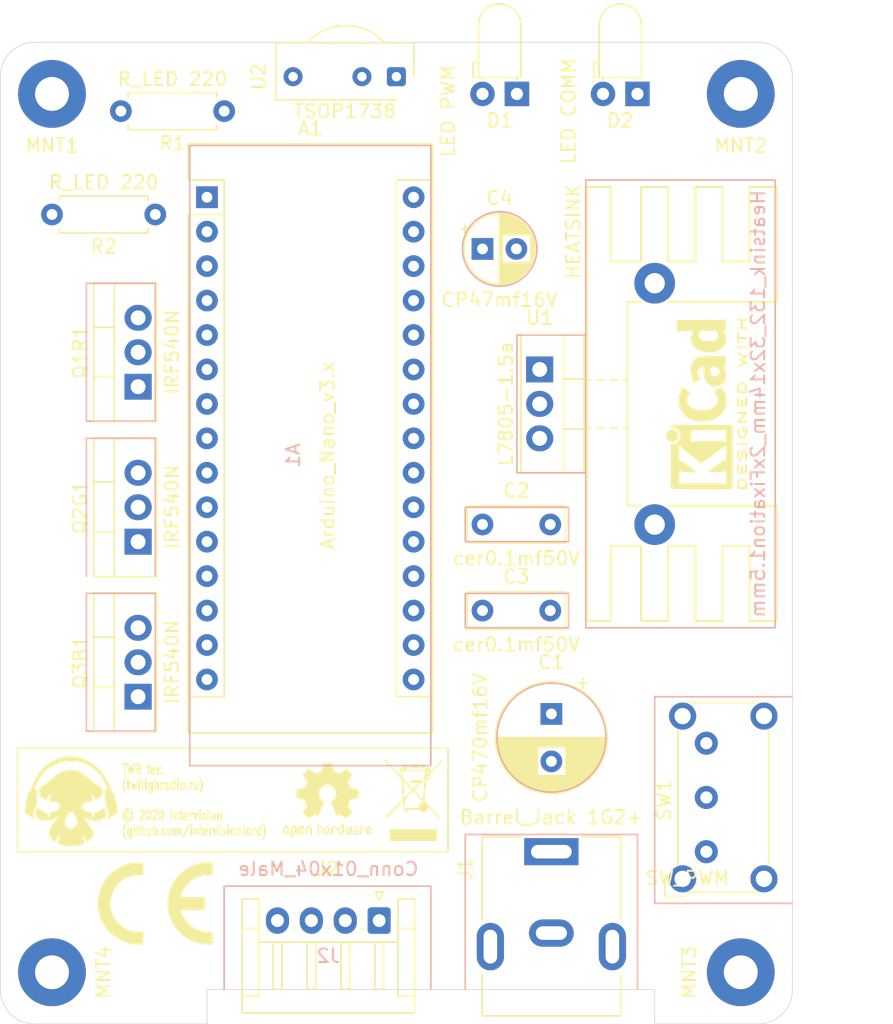
<source format=kicad_pcb>
(kicad_pcb (version 20171130) (host pcbnew 5.1.4)

  (general
    (thickness 1.6)
    (drawings 65)
    (tracks 0)
    (zones 0)
    (modules 27)
    (nets 38)
  )

  (page A4)
  (layers
    (0 F.Cu signal)
    (31 B.Cu signal)
    (32 B.Adhes user)
    (33 F.Adhes user)
    (34 B.Paste user)
    (35 F.Paste user)
    (36 B.SilkS user)
    (37 F.SilkS user)
    (38 B.Mask user)
    (39 F.Mask user)
    (40 Dwgs.User user)
    (41 Cmts.User user)
    (42 Eco1.User user)
    (43 Eco2.User user)
    (44 Edge.Cuts user)
    (45 Margin user)
    (46 B.CrtYd user)
    (47 F.CrtYd user)
    (48 B.Fab user)
    (49 F.Fab user)
  )

  (setup
    (last_trace_width 0.25)
    (trace_clearance 0.2)
    (zone_clearance 0.508)
    (zone_45_only no)
    (trace_min 0.2)
    (via_size 0.8)
    (via_drill 0.4)
    (via_min_size 0.4)
    (via_min_drill 0.3)
    (uvia_size 0.3)
    (uvia_drill 0.1)
    (uvias_allowed no)
    (uvia_min_size 0.2)
    (uvia_min_drill 0.1)
    (edge_width 0.05)
    (segment_width 0.2)
    (pcb_text_width 0.3)
    (pcb_text_size 1.5 1.5)
    (mod_edge_width 0.12)
    (mod_text_size 1 1)
    (mod_text_width 0.15)
    (pad_size 5 5)
    (pad_drill 2.5)
    (pad_to_mask_clearance 0.051)
    (solder_mask_min_width 0.25)
    (aux_axis_origin 0 0)
    (visible_elements 7FFFFFFF)
    (pcbplotparams
      (layerselection 0x010fc_ffffffff)
      (usegerberextensions false)
      (usegerberattributes false)
      (usegerberadvancedattributes false)
      (creategerberjobfile false)
      (excludeedgelayer true)
      (linewidth 0.100000)
      (plotframeref false)
      (viasonmask false)
      (mode 1)
      (useauxorigin false)
      (hpglpennumber 1)
      (hpglpenspeed 20)
      (hpglpendiameter 15.000000)
      (psnegative false)
      (psa4output false)
      (plotreference true)
      (plotvalue true)
      (plotinvisibletext false)
      (padsonsilk false)
      (subtractmaskfromsilk false)
      (outputformat 1)
      (mirror false)
      (drillshape 0)
      (scaleselection 1)
      (outputdirectory "GERBER/"))
  )

  (net 0 "")
  (net 1 "Net-(A1-Pad1)")
  (net 2 "Net-(A1-Pad17)")
  (net 3 "Net-(A1-Pad2)")
  (net 4 "Net-(A1-Pad18)")
  (net 5 "Net-(A1-Pad3)")
  (net 6 "Net-(A1-Pad19)")
  (net 7 "Net-(A1-Pad4)")
  (net 8 "Net-(A1-Pad20)")
  (net 9 "Net-(A1-Pad5)")
  (net 10 "Net-(A1-Pad21)")
  (net 11 "Net-(A1-Pad6)")
  (net 12 "Net-(A1-Pad22)")
  (net 13 "Net-(A1-Pad7)")
  (net 14 "Net-(A1-Pad23)")
  (net 15 "Net-(A1-Pad8)")
  (net 16 "Net-(A1-Pad24)")
  (net 17 "Net-(A1-Pad9)")
  (net 18 "Net-(A1-Pad25)")
  (net 19 "Net-(A1-Pad10)")
  (net 20 "Net-(A1-Pad26)")
  (net 21 "Net-(A1-Pad11)")
  (net 22 "Net-(A1-Pad27)")
  (net 23 "Net-(A1-Pad12)")
  (net 24 "Net-(A1-Pad28)")
  (net 25 "Net-(A1-Pad13)")
  (net 26 "Net-(A1-Pad29)")
  (net 27 "Net-(A1-Pad14)")
  (net 28 "Net-(A1-Pad30)")
  (net 29 "Net-(A1-Pad15)")
  (net 30 "Net-(A1-Pad16)")
  (net 31 "Net-(J2-Pad3)")
  (net 32 "Net-(J2-Pad2)")
  (net 33 "Net-(J2-Pad1)")
  (net 34 "Net-(C1-Pad1)")
  (net 35 "Net-(C3-Pad2)")
  (net 36 "Net-(D1-Pad2)")
  (net 37 "Net-(D2-Pad2)")

  (net_class Default "Это класс цепей по умолчанию."
    (clearance 0.2)
    (trace_width 0.25)
    (via_dia 0.8)
    (via_drill 0.4)
    (uvia_dia 0.3)
    (uvia_drill 0.1)
    (add_net "Net-(A1-Pad1)")
    (add_net "Net-(A1-Pad10)")
    (add_net "Net-(A1-Pad11)")
    (add_net "Net-(A1-Pad12)")
    (add_net "Net-(A1-Pad13)")
    (add_net "Net-(A1-Pad14)")
    (add_net "Net-(A1-Pad15)")
    (add_net "Net-(A1-Pad16)")
    (add_net "Net-(A1-Pad17)")
    (add_net "Net-(A1-Pad18)")
    (add_net "Net-(A1-Pad19)")
    (add_net "Net-(A1-Pad2)")
    (add_net "Net-(A1-Pad20)")
    (add_net "Net-(A1-Pad21)")
    (add_net "Net-(A1-Pad22)")
    (add_net "Net-(A1-Pad23)")
    (add_net "Net-(A1-Pad24)")
    (add_net "Net-(A1-Pad25)")
    (add_net "Net-(A1-Pad26)")
    (add_net "Net-(A1-Pad27)")
    (add_net "Net-(A1-Pad28)")
    (add_net "Net-(A1-Pad29)")
    (add_net "Net-(A1-Pad3)")
    (add_net "Net-(A1-Pad30)")
    (add_net "Net-(A1-Pad4)")
    (add_net "Net-(A1-Pad5)")
    (add_net "Net-(A1-Pad6)")
    (add_net "Net-(A1-Pad7)")
    (add_net "Net-(A1-Pad8)")
    (add_net "Net-(A1-Pad9)")
    (add_net "Net-(C1-Pad1)")
    (add_net "Net-(C3-Pad2)")
    (add_net "Net-(D1-Pad2)")
    (add_net "Net-(D2-Pad2)")
    (add_net "Net-(J2-Pad1)")
    (add_net "Net-(J2-Pad2)")
    (add_net "Net-(J2-Pad3)")
  )

  (module Symbol:KiCad-Logo2_5mm_SilkScreen (layer F.Cu) (tedit 0) (tstamp 5E3CA609)
    (at 161.29 76.2 90)
    (descr "KiCad Logo")
    (tags "Logo KiCad")
    (attr virtual)
    (fp_text reference Logo_DWK (at 0 -5.08 90) (layer F.SilkS) hide
      (effects (font (size 1 1) (thickness 0.15)))
    )
    (fp_text value KiCad-Logo2_5mm_SilkScreen (at 0 5.08 90) (layer F.Fab) hide
      (effects (font (size 1 1) (thickness 0.15)))
    )
    (fp_poly (pts (xy 6.228823 2.274533) (xy 6.260202 2.296776) (xy 6.287911 2.324485) (xy 6.287911 2.63392)
      (xy 6.287838 2.725799) (xy 6.287495 2.79784) (xy 6.286692 2.85278) (xy 6.285241 2.89336)
      (xy 6.282952 2.922317) (xy 6.279636 2.942391) (xy 6.275105 2.956321) (xy 6.269169 2.966845)
      (xy 6.264514 2.9731) (xy 6.233783 2.997673) (xy 6.198496 3.000341) (xy 6.166245 2.985271)
      (xy 6.155588 2.976374) (xy 6.148464 2.964557) (xy 6.144167 2.945526) (xy 6.141991 2.914992)
      (xy 6.141228 2.868662) (xy 6.141155 2.832871) (xy 6.141155 2.698045) (xy 5.644444 2.698045)
      (xy 5.644444 2.8207) (xy 5.643931 2.876787) (xy 5.641876 2.915333) (xy 5.637508 2.941361)
      (xy 5.630056 2.959897) (xy 5.621047 2.9731) (xy 5.590144 2.997604) (xy 5.555196 3.000506)
      (xy 5.521738 2.983089) (xy 5.512604 2.973959) (xy 5.506152 2.961855) (xy 5.501897 2.943001)
      (xy 5.499352 2.91362) (xy 5.498029 2.869937) (xy 5.497443 2.808175) (xy 5.497375 2.794)
      (xy 5.496891 2.677631) (xy 5.496641 2.581727) (xy 5.496723 2.504177) (xy 5.497231 2.442869)
      (xy 5.498262 2.39569) (xy 5.499913 2.36053) (xy 5.502279 2.335276) (xy 5.505457 2.317817)
      (xy 5.509544 2.306041) (xy 5.514634 2.297835) (xy 5.520266 2.291645) (xy 5.552128 2.271844)
      (xy 5.585357 2.274533) (xy 5.616735 2.296776) (xy 5.629433 2.311126) (xy 5.637526 2.326978)
      (xy 5.642042 2.349554) (xy 5.644006 2.384078) (xy 5.644444 2.435776) (xy 5.644444 2.551289)
      (xy 6.141155 2.551289) (xy 6.141155 2.432756) (xy 6.141662 2.378148) (xy 6.143698 2.341275)
      (xy 6.148035 2.317307) (xy 6.155447 2.301415) (xy 6.163733 2.291645) (xy 6.195594 2.271844)
      (xy 6.228823 2.274533)) (layer F.SilkS) (width 0.01))
    (fp_poly (pts (xy 4.963065 2.269163) (xy 5.041772 2.269542) (xy 5.102863 2.270333) (xy 5.148817 2.27167)
      (xy 5.182114 2.273683) (xy 5.205236 2.276506) (xy 5.220662 2.280269) (xy 5.230871 2.285105)
      (xy 5.235813 2.288822) (xy 5.261457 2.321358) (xy 5.264559 2.355138) (xy 5.248711 2.385826)
      (xy 5.238348 2.398089) (xy 5.227196 2.40645) (xy 5.211035 2.411657) (xy 5.185642 2.414457)
      (xy 5.146798 2.415596) (xy 5.09028 2.415821) (xy 5.07918 2.415822) (xy 4.933244 2.415822)
      (xy 4.933244 2.686756) (xy 4.933148 2.772154) (xy 4.932711 2.837864) (xy 4.931712 2.886774)
      (xy 4.929928 2.921773) (xy 4.927137 2.945749) (xy 4.923117 2.961593) (xy 4.917645 2.972191)
      (xy 4.910666 2.980267) (xy 4.877734 3.000112) (xy 4.843354 2.998548) (xy 4.812176 2.975906)
      (xy 4.809886 2.9731) (xy 4.802429 2.962492) (xy 4.796747 2.950081) (xy 4.792601 2.93285)
      (xy 4.78975 2.907784) (xy 4.787954 2.871867) (xy 4.786972 2.822083) (xy 4.786564 2.755417)
      (xy 4.786489 2.679589) (xy 4.786489 2.415822) (xy 4.647127 2.415822) (xy 4.587322 2.415418)
      (xy 4.545918 2.41384) (xy 4.518748 2.410547) (xy 4.501646 2.404992) (xy 4.490443 2.396631)
      (xy 4.489083 2.395178) (xy 4.472725 2.361939) (xy 4.474172 2.324362) (xy 4.492978 2.291645)
      (xy 4.50025 2.285298) (xy 4.509627 2.280266) (xy 4.523609 2.276396) (xy 4.544696 2.273537)
      (xy 4.575389 2.271535) (xy 4.618189 2.270239) (xy 4.675595 2.269498) (xy 4.75011 2.269158)
      (xy 4.844233 2.269068) (xy 4.86426 2.269067) (xy 4.963065 2.269163)) (layer F.SilkS) (width 0.01))
    (fp_poly (pts (xy 4.188614 2.275877) (xy 4.212327 2.290647) (xy 4.238978 2.312227) (xy 4.238978 2.633773)
      (xy 4.238893 2.72783) (xy 4.238529 2.801932) (xy 4.237724 2.858704) (xy 4.236313 2.900768)
      (xy 4.234133 2.930748) (xy 4.231021 2.951267) (xy 4.226814 2.964949) (xy 4.221348 2.974416)
      (xy 4.217472 2.979082) (xy 4.186034 2.999575) (xy 4.150233 2.998739) (xy 4.118873 2.981264)
      (xy 4.092222 2.959684) (xy 4.092222 2.312227) (xy 4.118873 2.290647) (xy 4.144594 2.274949)
      (xy 4.1656 2.269067) (xy 4.188614 2.275877)) (layer F.SilkS) (width 0.01))
    (fp_poly (pts (xy 3.744665 2.271034) (xy 3.764255 2.278035) (xy 3.76501 2.278377) (xy 3.791613 2.298678)
      (xy 3.80627 2.319561) (xy 3.809138 2.329352) (xy 3.808996 2.342361) (xy 3.804961 2.360895)
      (xy 3.796146 2.387257) (xy 3.781669 2.423752) (xy 3.760645 2.472687) (xy 3.732188 2.536365)
      (xy 3.695415 2.617093) (xy 3.675175 2.661216) (xy 3.638625 2.739985) (xy 3.604315 2.812423)
      (xy 3.573552 2.87588) (xy 3.547648 2.927708) (xy 3.52791 2.965259) (xy 3.51565 2.985884)
      (xy 3.513224 2.988733) (xy 3.482183 3.001302) (xy 3.447121 2.999619) (xy 3.419 2.984332)
      (xy 3.417854 2.983089) (xy 3.406668 2.966154) (xy 3.387904 2.93317) (xy 3.363875 2.88838)
      (xy 3.336897 2.836032) (xy 3.327201 2.816742) (xy 3.254014 2.67015) (xy 3.17424 2.829393)
      (xy 3.145767 2.884415) (xy 3.11935 2.932132) (xy 3.097148 2.968893) (xy 3.081319 2.991044)
      (xy 3.075954 2.995741) (xy 3.034257 3.002102) (xy 2.999849 2.988733) (xy 2.989728 2.974446)
      (xy 2.972214 2.942692) (xy 2.948735 2.896597) (xy 2.92072 2.839285) (xy 2.889599 2.77388)
      (xy 2.856799 2.703507) (xy 2.82375 2.631291) (xy 2.791881 2.560355) (xy 2.762619 2.493825)
      (xy 2.737395 2.434826) (xy 2.717636 2.386481) (xy 2.704772 2.351915) (xy 2.700231 2.334253)
      (xy 2.700277 2.333613) (xy 2.711326 2.311388) (xy 2.73341 2.288753) (xy 2.73471 2.287768)
      (xy 2.761853 2.272425) (xy 2.786958 2.272574) (xy 2.796368 2.275466) (xy 2.807834 2.281718)
      (xy 2.82001 2.294014) (xy 2.834357 2.314908) (xy 2.852336 2.346949) (xy 2.875407 2.392688)
      (xy 2.90503 2.454677) (xy 2.931745 2.511898) (xy 2.96248 2.578226) (xy 2.990021 2.637874)
      (xy 3.012938 2.687725) (xy 3.029798 2.724664) (xy 3.039173 2.745573) (xy 3.04054 2.748845)
      (xy 3.046689 2.743497) (xy 3.060822 2.721109) (xy 3.081057 2.684946) (xy 3.105515 2.638277)
      (xy 3.115248 2.619022) (xy 3.148217 2.554004) (xy 3.173643 2.506654) (xy 3.193612 2.474219)
      (xy 3.21021 2.453946) (xy 3.225524 2.443082) (xy 3.24164 2.438875) (xy 3.252143 2.4384)
      (xy 3.27067 2.440042) (xy 3.286904 2.446831) (xy 3.303035 2.461566) (xy 3.321251 2.487044)
      (xy 3.343739 2.526061) (xy 3.372689 2.581414) (xy 3.388662 2.612903) (xy 3.41457 2.663087)
      (xy 3.437167 2.704704) (xy 3.454458 2.734242) (xy 3.46445 2.748189) (xy 3.465809 2.74877)
      (xy 3.472261 2.737793) (xy 3.486708 2.70929) (xy 3.507703 2.666244) (xy 3.533797 2.611638)
      (xy 3.563546 2.548454) (xy 3.57818 2.517071) (xy 3.61625 2.436078) (xy 3.646905 2.373756)
      (xy 3.671737 2.328071) (xy 3.692337 2.296989) (xy 3.710298 2.278478) (xy 3.72721 2.270504)
      (xy 3.744665 2.271034)) (layer F.SilkS) (width 0.01))
    (fp_poly (pts (xy 1.018309 2.269275) (xy 1.147288 2.273636) (xy 1.256991 2.286861) (xy 1.349226 2.309741)
      (xy 1.425802 2.34307) (xy 1.488527 2.387638) (xy 1.539212 2.444236) (xy 1.579663 2.513658)
      (xy 1.580459 2.515351) (xy 1.604601 2.577483) (xy 1.613203 2.632509) (xy 1.606231 2.687887)
      (xy 1.583654 2.751073) (xy 1.579372 2.760689) (xy 1.550172 2.816966) (xy 1.517356 2.860451)
      (xy 1.475002 2.897417) (xy 1.41719 2.934135) (xy 1.413831 2.936052) (xy 1.363504 2.960227)
      (xy 1.306621 2.978282) (xy 1.239527 2.990839) (xy 1.158565 2.998522) (xy 1.060082 3.001953)
      (xy 1.025286 3.002251) (xy 0.859594 3.002845) (xy 0.836197 2.9731) (xy 0.829257 2.963319)
      (xy 0.823842 2.951897) (xy 0.819765 2.936095) (xy 0.816837 2.913175) (xy 0.814867 2.880396)
      (xy 0.814225 2.856089) (xy 0.970844 2.856089) (xy 1.064726 2.856089) (xy 1.119664 2.854483)
      (xy 1.17606 2.850255) (xy 1.222345 2.844292) (xy 1.225139 2.84379) (xy 1.307348 2.821736)
      (xy 1.371114 2.7886) (xy 1.418452 2.742847) (xy 1.451382 2.682939) (xy 1.457108 2.667061)
      (xy 1.462721 2.642333) (xy 1.460291 2.617902) (xy 1.448467 2.5854) (xy 1.44134 2.569434)
      (xy 1.418 2.527006) (xy 1.38988 2.49724) (xy 1.35894 2.476511) (xy 1.296966 2.449537)
      (xy 1.217651 2.429998) (xy 1.125253 2.418746) (xy 1.058333 2.41627) (xy 0.970844 2.415822)
      (xy 0.970844 2.856089) (xy 0.814225 2.856089) (xy 0.813668 2.835021) (xy 0.81305 2.774311)
      (xy 0.812825 2.695526) (xy 0.8128 2.63392) (xy 0.8128 2.324485) (xy 0.840509 2.296776)
      (xy 0.852806 2.285544) (xy 0.866103 2.277853) (xy 0.884672 2.27304) (xy 0.912786 2.270446)
      (xy 0.954717 2.26941) (xy 1.014737 2.26927) (xy 1.018309 2.269275)) (layer F.SilkS) (width 0.01))
    (fp_poly (pts (xy 0.230343 2.26926) (xy 0.306701 2.270174) (xy 0.365217 2.272311) (xy 0.408255 2.276175)
      (xy 0.438183 2.282267) (xy 0.457368 2.29109) (xy 0.468176 2.303146) (xy 0.472973 2.318939)
      (xy 0.474127 2.33897) (xy 0.474133 2.341335) (xy 0.473131 2.363992) (xy 0.468396 2.381503)
      (xy 0.457333 2.394574) (xy 0.437348 2.403913) (xy 0.405846 2.410227) (xy 0.360232 2.414222)
      (xy 0.297913 2.416606) (xy 0.216293 2.418086) (xy 0.191277 2.418414) (xy -0.0508 2.421467)
      (xy -0.054186 2.486378) (xy -0.057571 2.551289) (xy 0.110576 2.551289) (xy 0.176266 2.551531)
      (xy 0.223172 2.552556) (xy 0.255083 2.554811) (xy 0.275791 2.558742) (xy 0.289084 2.564798)
      (xy 0.298755 2.573424) (xy 0.298817 2.573493) (xy 0.316356 2.607112) (xy 0.315722 2.643448)
      (xy 0.297314 2.674423) (xy 0.293671 2.677607) (xy 0.280741 2.685812) (xy 0.263024 2.691521)
      (xy 0.23657 2.695162) (xy 0.197432 2.697167) (xy 0.141662 2.697964) (xy 0.105994 2.698045)
      (xy -0.056445 2.698045) (xy -0.056445 2.856089) (xy 0.190161 2.856089) (xy 0.27158 2.856231)
      (xy 0.33341 2.856814) (xy 0.378637 2.858068) (xy 0.410248 2.860227) (xy 0.431231 2.863523)
      (xy 0.444573 2.868189) (xy 0.453261 2.874457) (xy 0.45545 2.876733) (xy 0.471614 2.90828)
      (xy 0.472797 2.944168) (xy 0.459536 2.975285) (xy 0.449043 2.985271) (xy 0.438129 2.990769)
      (xy 0.421217 2.995022) (xy 0.395633 2.99818) (xy 0.358701 3.000392) (xy 0.307746 3.001806)
      (xy 0.240094 3.002572) (xy 0.153069 3.002838) (xy 0.133394 3.002845) (xy 0.044911 3.002787)
      (xy -0.023773 3.002467) (xy -0.075436 3.001667) (xy -0.112855 3.000167) (xy -0.13881 2.997749)
      (xy -0.156078 2.994194) (xy -0.167438 2.989282) (xy -0.175668 2.982795) (xy -0.180183 2.978138)
      (xy -0.186979 2.969889) (xy -0.192288 2.959669) (xy -0.196294 2.9448) (xy -0.199179 2.922602)
      (xy -0.201126 2.890393) (xy -0.202319 2.845496) (xy -0.202939 2.785228) (xy -0.203171 2.706911)
      (xy -0.2032 2.640994) (xy -0.203129 2.548628) (xy -0.202792 2.476117) (xy -0.202002 2.420737)
      (xy -0.200574 2.379765) (xy -0.198321 2.350478) (xy -0.195057 2.330153) (xy -0.190596 2.316066)
      (xy -0.184752 2.305495) (xy -0.179803 2.298811) (xy -0.156406 2.269067) (xy 0.133774 2.269067)
      (xy 0.230343 2.26926)) (layer F.SilkS) (width 0.01))
    (fp_poly (pts (xy -1.300114 2.273448) (xy -1.276548 2.287273) (xy -1.245735 2.309881) (xy -1.206078 2.342338)
      (xy -1.15598 2.385708) (xy -1.093843 2.441058) (xy -1.018072 2.509451) (xy -0.931334 2.588084)
      (xy -0.750711 2.751878) (xy -0.745067 2.532029) (xy -0.743029 2.456351) (xy -0.741063 2.399994)
      (xy -0.738734 2.359706) (xy -0.735606 2.332235) (xy -0.731245 2.314329) (xy -0.725216 2.302737)
      (xy -0.717084 2.294208) (xy -0.712772 2.290623) (xy -0.678241 2.27167) (xy -0.645383 2.274441)
      (xy -0.619318 2.290633) (xy -0.592667 2.312199) (xy -0.589352 2.627151) (xy -0.588435 2.719779)
      (xy -0.587968 2.792544) (xy -0.588113 2.848161) (xy -0.589032 2.889342) (xy -0.590887 2.918803)
      (xy -0.593839 2.939255) (xy -0.59805 2.953413) (xy -0.603682 2.963991) (xy -0.609927 2.972474)
      (xy -0.623439 2.988207) (xy -0.636883 2.998636) (xy -0.652124 3.002639) (xy -0.671026 2.999094)
      (xy -0.695455 2.986879) (xy -0.727273 2.964871) (xy -0.768348 2.931949) (xy -0.820542 2.886991)
      (xy -0.885722 2.828875) (xy -0.959556 2.762099) (xy -1.224845 2.521458) (xy -1.230489 2.740589)
      (xy -1.232531 2.816128) (xy -1.234502 2.872354) (xy -1.236839 2.912524) (xy -1.239981 2.939896)
      (xy -1.244364 2.957728) (xy -1.250424 2.969279) (xy -1.2586 2.977807) (xy -1.262784 2.981282)
      (xy -1.299765 3.000372) (xy -1.334708 2.997493) (xy -1.365136 2.9731) (xy -1.372097 2.963286)
      (xy -1.377523 2.951826) (xy -1.381603 2.935968) (xy -1.384529 2.912963) (xy -1.386492 2.880062)
      (xy -1.387683 2.834516) (xy -1.388292 2.773573) (xy -1.388511 2.694486) (xy -1.388534 2.635956)
      (xy -1.38846 2.544407) (xy -1.388113 2.472687) (xy -1.387301 2.418045) (xy -1.385833 2.377732)
      (xy -1.383519 2.348998) (xy -1.380167 2.329093) (xy -1.375588 2.315268) (xy -1.369589 2.304772)
      (xy -1.365136 2.298811) (xy -1.35385 2.284691) (xy -1.343301 2.274029) (xy -1.331893 2.267892)
      (xy -1.31803 2.267343) (xy -1.300114 2.273448)) (layer F.SilkS) (width 0.01))
    (fp_poly (pts (xy -1.950081 2.274599) (xy -1.881565 2.286095) (xy -1.828943 2.303967) (xy -1.794708 2.327499)
      (xy -1.785379 2.340924) (xy -1.775893 2.372148) (xy -1.782277 2.400395) (xy -1.80243 2.427182)
      (xy -1.833745 2.439713) (xy -1.879183 2.438696) (xy -1.914326 2.431906) (xy -1.992419 2.418971)
      (xy -2.072226 2.417742) (xy -2.161555 2.428241) (xy -2.186229 2.43269) (xy -2.269291 2.456108)
      (xy -2.334273 2.490945) (xy -2.380461 2.536604) (xy -2.407145 2.592494) (xy -2.412663 2.621388)
      (xy -2.409051 2.680012) (xy -2.385729 2.731879) (xy -2.344824 2.775978) (xy -2.288459 2.811299)
      (xy -2.21876 2.836829) (xy -2.137852 2.851559) (xy -2.04786 2.854478) (xy -1.95091 2.844575)
      (xy -1.945436 2.843641) (xy -1.906875 2.836459) (xy -1.885494 2.829521) (xy -1.876227 2.819227)
      (xy -1.874006 2.801976) (xy -1.873956 2.792841) (xy -1.873956 2.754489) (xy -1.942431 2.754489)
      (xy -2.0029 2.750347) (xy -2.044165 2.737147) (xy -2.068175 2.71373) (xy -2.076877 2.678936)
      (xy -2.076983 2.674394) (xy -2.071892 2.644654) (xy -2.054433 2.623419) (xy -2.021939 2.609366)
      (xy -1.971743 2.601173) (xy -1.923123 2.598161) (xy -1.852456 2.596433) (xy -1.801198 2.59907)
      (xy -1.766239 2.6088) (xy -1.74447 2.628353) (xy -1.73278 2.660456) (xy -1.72806 2.707838)
      (xy -1.7272 2.770071) (xy -1.728609 2.839535) (xy -1.732848 2.886786) (xy -1.739936 2.912012)
      (xy -1.741311 2.913988) (xy -1.780228 2.945508) (xy -1.837286 2.97047) (xy -1.908869 2.98834)
      (xy -1.991358 2.998586) (xy -2.081139 3.000673) (xy -2.174592 2.994068) (xy -2.229556 2.985956)
      (xy -2.315766 2.961554) (xy -2.395892 2.921662) (xy -2.462977 2.869887) (xy -2.473173 2.859539)
      (xy -2.506302 2.816035) (xy -2.536194 2.762118) (xy -2.559357 2.705592) (xy -2.572298 2.654259)
      (xy -2.573858 2.634544) (xy -2.567218 2.593419) (xy -2.549568 2.542252) (xy -2.524297 2.488394)
      (xy -2.494789 2.439195) (xy -2.468719 2.406334) (xy -2.407765 2.357452) (xy -2.328969 2.318545)
      (xy -2.235157 2.290494) (xy -2.12915 2.274179) (xy -2.032 2.270192) (xy -1.950081 2.274599)) (layer F.SilkS) (width 0.01))
    (fp_poly (pts (xy -2.923822 2.291645) (xy -2.917242 2.299218) (xy -2.912079 2.308987) (xy -2.908164 2.323571)
      (xy -2.905324 2.345585) (xy -2.903387 2.377648) (xy -2.902183 2.422375) (xy -2.901539 2.482385)
      (xy -2.901284 2.560294) (xy -2.901245 2.635956) (xy -2.901314 2.729802) (xy -2.901638 2.803689)
      (xy -2.902386 2.860232) (xy -2.903732 2.902049) (xy -2.905846 2.931757) (xy -2.9089 2.951973)
      (xy -2.913066 2.965314) (xy -2.918516 2.974398) (xy -2.923822 2.980267) (xy -2.956826 2.999947)
      (xy -2.991991 2.998181) (xy -3.023455 2.976717) (xy -3.030684 2.968337) (xy -3.036334 2.958614)
      (xy -3.040599 2.944861) (xy -3.043673 2.924389) (xy -3.045752 2.894512) (xy -3.04703 2.852541)
      (xy -3.047701 2.795789) (xy -3.047959 2.721567) (xy -3.048 2.637537) (xy -3.048 2.324485)
      (xy -3.020291 2.296776) (xy -2.986137 2.273463) (xy -2.953006 2.272623) (xy -2.923822 2.291645)) (layer F.SilkS) (width 0.01))
    (fp_poly (pts (xy -3.691703 2.270351) (xy -3.616888 2.275581) (xy -3.547306 2.28375) (xy -3.487002 2.29455)
      (xy -3.44002 2.307673) (xy -3.410406 2.322813) (xy -3.40586 2.327269) (xy -3.390054 2.36185)
      (xy -3.394847 2.397351) (xy -3.419364 2.427725) (xy -3.420534 2.428596) (xy -3.434954 2.437954)
      (xy -3.450008 2.442876) (xy -3.471005 2.443473) (xy -3.503257 2.439861) (xy -3.552073 2.432154)
      (xy -3.556 2.431505) (xy -3.628739 2.422569) (xy -3.707217 2.418161) (xy -3.785927 2.418119)
      (xy -3.859361 2.422279) (xy -3.922011 2.430479) (xy -3.96837 2.442557) (xy -3.971416 2.443771)
      (xy -4.005048 2.462615) (xy -4.016864 2.481685) (xy -4.007614 2.500439) (xy -3.978047 2.518337)
      (xy -3.928911 2.534837) (xy -3.860957 2.549396) (xy -3.815645 2.556406) (xy -3.721456 2.569889)
      (xy -3.646544 2.582214) (xy -3.587717 2.594449) (xy -3.541785 2.607661) (xy -3.505555 2.622917)
      (xy -3.475838 2.641285) (xy -3.449442 2.663831) (xy -3.42823 2.685971) (xy -3.403065 2.716819)
      (xy -3.390681 2.743345) (xy -3.386808 2.776026) (xy -3.386667 2.787995) (xy -3.389576 2.827712)
      (xy -3.401202 2.857259) (xy -3.421323 2.883486) (xy -3.462216 2.923576) (xy -3.507817 2.954149)
      (xy -3.561513 2.976203) (xy -3.626692 2.990735) (xy -3.706744 2.998741) (xy -3.805057 3.001218)
      (xy -3.821289 3.001177) (xy -3.886849 2.999818) (xy -3.951866 2.99673) (xy -4.009252 2.992356)
      (xy -4.051922 2.98714) (xy -4.055372 2.986541) (xy -4.097796 2.976491) (xy -4.13378 2.963796)
      (xy -4.15415 2.95219) (xy -4.173107 2.921572) (xy -4.174427 2.885918) (xy -4.158085 2.854144)
      (xy -4.154429 2.850551) (xy -4.139315 2.839876) (xy -4.120415 2.835276) (xy -4.091162 2.836059)
      (xy -4.055651 2.840127) (xy -4.01597 2.843762) (xy -3.960345 2.846828) (xy -3.895406 2.849053)
      (xy -3.827785 2.850164) (xy -3.81 2.850237) (xy -3.742128 2.849964) (xy -3.692454 2.848646)
      (xy -3.65661 2.845827) (xy -3.630224 2.84105) (xy -3.608926 2.833857) (xy -3.596126 2.827867)
      (xy -3.568 2.811233) (xy -3.550068 2.796168) (xy -3.547447 2.791897) (xy -3.552976 2.774263)
      (xy -3.57926 2.757192) (xy -3.624478 2.741458) (xy -3.686808 2.727838) (xy -3.705171 2.724804)
      (xy -3.80109 2.709738) (xy -3.877641 2.697146) (xy -3.93778 2.686111) (xy -3.98446 2.67572)
      (xy -4.020637 2.665056) (xy -4.049265 2.653205) (xy -4.073298 2.639251) (xy -4.095692 2.622281)
      (xy -4.119402 2.601378) (xy -4.12738 2.594049) (xy -4.155353 2.566699) (xy -4.17016 2.545029)
      (xy -4.175952 2.520232) (xy -4.176889 2.488983) (xy -4.166575 2.427705) (xy -4.135752 2.37564)
      (xy -4.084595 2.332958) (xy -4.013283 2.299825) (xy -3.9624 2.284964) (xy -3.9071 2.275366)
      (xy -3.840853 2.269936) (xy -3.767706 2.268367) (xy -3.691703 2.270351)) (layer F.SilkS) (width 0.01))
    (fp_poly (pts (xy -4.712794 2.269146) (xy -4.643386 2.269518) (xy -4.590997 2.270385) (xy -4.552847 2.271946)
      (xy -4.526159 2.274403) (xy -4.508153 2.277957) (xy -4.496049 2.28281) (xy -4.487069 2.289161)
      (xy -4.483818 2.292084) (xy -4.464043 2.323142) (xy -4.460482 2.358828) (xy -4.473491 2.39051)
      (xy -4.479506 2.396913) (xy -4.489235 2.403121) (xy -4.504901 2.40791) (xy -4.529408 2.411514)
      (xy -4.565661 2.414164) (xy -4.616565 2.416095) (xy -4.685026 2.417539) (xy -4.747617 2.418418)
      (xy -4.995334 2.421467) (xy -4.998719 2.486378) (xy -5.002105 2.551289) (xy -4.833958 2.551289)
      (xy -4.760959 2.551919) (xy -4.707517 2.554553) (xy -4.670628 2.560309) (xy -4.647288 2.570304)
      (xy -4.634494 2.585656) (xy -4.629242 2.607482) (xy -4.628445 2.627738) (xy -4.630923 2.652592)
      (xy -4.640277 2.670906) (xy -4.659383 2.683637) (xy -4.691118 2.691741) (xy -4.738359 2.696176)
      (xy -4.803983 2.697899) (xy -4.839801 2.698045) (xy -5.000978 2.698045) (xy -5.000978 2.856089)
      (xy -4.752622 2.856089) (xy -4.671213 2.856202) (xy -4.609342 2.856712) (xy -4.563968 2.85787)
      (xy -4.532054 2.85993) (xy -4.510559 2.863146) (xy -4.496443 2.867772) (xy -4.486668 2.874059)
      (xy -4.481689 2.878667) (xy -4.46461 2.90556) (xy -4.459111 2.929467) (xy -4.466963 2.958667)
      (xy -4.481689 2.980267) (xy -4.489546 2.987066) (xy -4.499688 2.992346) (xy -4.514844 2.996298)
      (xy -4.537741 2.999113) (xy -4.571109 3.000982) (xy -4.617675 3.002098) (xy -4.680167 3.002651)
      (xy -4.761314 3.002833) (xy -4.803422 3.002845) (xy -4.893598 3.002765) (xy -4.963924 3.002398)
      (xy -5.017129 3.001552) (xy -5.05594 3.000036) (xy -5.083087 2.997659) (xy -5.101298 2.994229)
      (xy -5.1133 2.989554) (xy -5.121822 2.983444) (xy -5.125156 2.980267) (xy -5.131755 2.97267)
      (xy -5.136927 2.96287) (xy -5.140846 2.948239) (xy -5.143684 2.926152) (xy -5.145615 2.893982)
      (xy -5.146812 2.849103) (xy -5.147448 2.788889) (xy -5.147697 2.710713) (xy -5.147734 2.637923)
      (xy -5.1477 2.544707) (xy -5.147465 2.471431) (xy -5.14683 2.415458) (xy -5.145594 2.374151)
      (xy -5.143556 2.344872) (xy -5.140517 2.324984) (xy -5.136277 2.31185) (xy -5.130635 2.302832)
      (xy -5.123391 2.295293) (xy -5.121606 2.293612) (xy -5.112945 2.286172) (xy -5.102882 2.280409)
      (xy -5.088625 2.276112) (xy -5.067383 2.273064) (xy -5.036364 2.271051) (xy -4.992777 2.26986)
      (xy -4.933831 2.269275) (xy -4.856734 2.269083) (xy -4.802001 2.269067) (xy -4.712794 2.269146)) (layer F.SilkS) (width 0.01))
    (fp_poly (pts (xy -6.121371 2.269066) (xy -6.081889 2.269467) (xy -5.9662 2.272259) (xy -5.869311 2.28055)
      (xy -5.787919 2.295232) (xy -5.718723 2.317193) (xy -5.65842 2.347322) (xy -5.603708 2.38651)
      (xy -5.584167 2.403532) (xy -5.55175 2.443363) (xy -5.52252 2.497413) (xy -5.499991 2.557323)
      (xy -5.487679 2.614739) (xy -5.4864 2.635956) (xy -5.494417 2.694769) (xy -5.515899 2.759013)
      (xy -5.546999 2.819821) (xy -5.583866 2.86833) (xy -5.589854 2.874182) (xy -5.640579 2.915321)
      (xy -5.696125 2.947435) (xy -5.759696 2.971365) (xy -5.834494 2.987953) (xy -5.923722 2.998041)
      (xy -6.030582 3.002469) (xy -6.079528 3.002845) (xy -6.141762 3.002545) (xy -6.185528 3.001292)
      (xy -6.214931 2.998554) (xy -6.234079 2.993801) (xy -6.247077 2.986501) (xy -6.254045 2.980267)
      (xy -6.260626 2.972694) (xy -6.265788 2.962924) (xy -6.269703 2.94834) (xy -6.272543 2.926326)
      (xy -6.27448 2.894264) (xy -6.275684 2.849536) (xy -6.276328 2.789526) (xy -6.276583 2.711617)
      (xy -6.276622 2.635956) (xy -6.27687 2.535041) (xy -6.276817 2.454427) (xy -6.275857 2.415822)
      (xy -6.129867 2.415822) (xy -6.129867 2.856089) (xy -6.036734 2.856004) (xy -5.980693 2.854396)
      (xy -5.921999 2.850256) (xy -5.873028 2.844464) (xy -5.871538 2.844226) (xy -5.792392 2.82509)
      (xy -5.731002 2.795287) (xy -5.684305 2.752878) (xy -5.654635 2.706961) (xy -5.636353 2.656026)
      (xy -5.637771 2.6082) (xy -5.658988 2.556933) (xy -5.700489 2.503899) (xy -5.757998 2.4646)
      (xy -5.83275 2.438331) (xy -5.882708 2.429035) (xy -5.939416 2.422507) (xy -5.999519 2.417782)
      (xy -6.050639 2.415817) (xy -6.053667 2.415808) (xy -6.129867 2.415822) (xy -6.275857 2.415822)
      (xy -6.27526 2.391851) (xy -6.270998 2.345055) (xy -6.26283 2.311778) (xy -6.249556 2.289759)
      (xy -6.229974 2.276739) (xy -6.202883 2.270457) (xy -6.167082 2.268653) (xy -6.121371 2.269066)) (layer F.SilkS) (width 0.01))
    (fp_poly (pts (xy -2.273043 -2.973429) (xy -2.176768 -2.949191) (xy -2.090184 -2.906359) (xy -2.015373 -2.846581)
      (xy -1.954418 -2.771506) (xy -1.909399 -2.68278) (xy -1.883136 -2.58647) (xy -1.877286 -2.489205)
      (xy -1.89214 -2.395346) (xy -1.92584 -2.307489) (xy -1.976528 -2.22823) (xy -2.042345 -2.160164)
      (xy -2.121434 -2.105888) (xy -2.211934 -2.067998) (xy -2.2632 -2.055574) (xy -2.307698 -2.048053)
      (xy -2.341999 -2.045081) (xy -2.37496 -2.046906) (xy -2.415434 -2.053775) (xy -2.448531 -2.06075)
      (xy -2.541947 -2.092259) (xy -2.625619 -2.143383) (xy -2.697665 -2.212571) (xy -2.7562 -2.298272)
      (xy -2.770148 -2.325511) (xy -2.786586 -2.361878) (xy -2.796894 -2.392418) (xy -2.80246 -2.42455)
      (xy -2.804669 -2.465693) (xy -2.804948 -2.511778) (xy -2.800861 -2.596135) (xy -2.787446 -2.665414)
      (xy -2.762256 -2.726039) (xy -2.722846 -2.784433) (xy -2.684298 -2.828698) (xy -2.612406 -2.894516)
      (xy -2.537313 -2.939947) (xy -2.454562 -2.96715) (xy -2.376928 -2.977424) (xy -2.273043 -2.973429)) (layer F.SilkS) (width 0.01))
    (fp_poly (pts (xy 6.186507 -0.527755) (xy 6.186526 -0.293338) (xy 6.186552 -0.080397) (xy 6.186625 0.112168)
      (xy 6.186782 0.285459) (xy 6.187064 0.440576) (xy 6.187509 0.57862) (xy 6.188156 0.700692)
      (xy 6.189045 0.807894) (xy 6.190213 0.901326) (xy 6.191701 0.98209) (xy 6.193546 1.051286)
      (xy 6.195789 1.110015) (xy 6.198469 1.159379) (xy 6.201623 1.200478) (xy 6.205292 1.234413)
      (xy 6.209513 1.262286) (xy 6.214327 1.285198) (xy 6.219773 1.304249) (xy 6.225888 1.32054)
      (xy 6.232712 1.335173) (xy 6.240285 1.349249) (xy 6.248645 1.363868) (xy 6.253839 1.372974)
      (xy 6.288104 1.433689) (xy 5.429955 1.433689) (xy 5.429955 1.337733) (xy 5.429224 1.29437)
      (xy 5.427272 1.261205) (xy 5.424463 1.243424) (xy 5.423221 1.241778) (xy 5.411799 1.248662)
      (xy 5.389084 1.266505) (xy 5.366385 1.285879) (xy 5.3118 1.326614) (xy 5.242321 1.367617)
      (xy 5.16527 1.405123) (xy 5.087965 1.435364) (xy 5.057113 1.445012) (xy 4.988616 1.459578)
      (xy 4.905764 1.469539) (xy 4.816371 1.474583) (xy 4.728248 1.474396) (xy 4.649207 1.468666)
      (xy 4.611511 1.462858) (xy 4.473414 1.424797) (xy 4.346113 1.367073) (xy 4.230292 1.290211)
      (xy 4.126637 1.194739) (xy 4.035833 1.081179) (xy 3.969031 0.970381) (xy 3.914164 0.853625)
      (xy 3.872163 0.734276) (xy 3.842167 0.608283) (xy 3.823311 0.471594) (xy 3.814732 0.320158)
      (xy 3.814006 0.242711) (xy 3.8161 0.185934) (xy 4.645217 0.185934) (xy 4.645424 0.279002)
      (xy 4.648337 0.366692) (xy 4.654 0.443772) (xy 4.662455 0.505009) (xy 4.665038 0.51735)
      (xy 4.69684 0.624633) (xy 4.738498 0.711658) (xy 4.790363 0.778642) (xy 4.852781 0.825805)
      (xy 4.9261 0.853365) (xy 5.010669 0.861541) (xy 5.106835 0.850551) (xy 5.170311 0.834829)
      (xy 5.219454 0.816639) (xy 5.273583 0.790791) (xy 5.314244 0.767089) (xy 5.3848 0.720721)
      (xy 5.3848 -0.42947) (xy 5.317392 -0.473038) (xy 5.238867 -0.51396) (xy 5.154681 -0.540611)
      (xy 5.069557 -0.552535) (xy 4.988216 -0.549278) (xy 4.91538 -0.530385) (xy 4.883426 -0.514816)
      (xy 4.825501 -0.471819) (xy 4.776544 -0.415047) (xy 4.73539 -0.342425) (xy 4.700874 -0.251879)
      (xy 4.671833 -0.141334) (xy 4.670552 -0.135467) (xy 4.660381 -0.073212) (xy 4.652739 0.004594)
      (xy 4.64767 0.09272) (xy 4.645217 0.185934) (xy 3.8161 0.185934) (xy 3.821857 0.029895)
      (xy 3.843802 -0.165941) (xy 3.879786 -0.344668) (xy 3.929759 -0.506155) (xy 3.993668 -0.650274)
      (xy 4.071462 -0.776894) (xy 4.163089 -0.885885) (xy 4.268497 -0.977117) (xy 4.313662 -1.008068)
      (xy 4.414611 -1.064215) (xy 4.517901 -1.103826) (xy 4.627989 -1.127986) (xy 4.74933 -1.137781)
      (xy 4.841836 -1.136735) (xy 4.97149 -1.125769) (xy 5.084084 -1.103954) (xy 5.182875 -1.070286)
      (xy 5.271121 -1.023764) (xy 5.319986 -0.989552) (xy 5.349353 -0.967638) (xy 5.371043 -0.952667)
      (xy 5.379253 -0.948267) (xy 5.380868 -0.959096) (xy 5.382159 -0.989749) (xy 5.383138 -1.037474)
      (xy 5.383817 -1.099521) (xy 5.38421 -1.173138) (xy 5.38433 -1.255573) (xy 5.384188 -1.344075)
      (xy 5.383797 -1.435893) (xy 5.383171 -1.528276) (xy 5.38232 -1.618472) (xy 5.38126 -1.703729)
      (xy 5.380001 -1.781297) (xy 5.378556 -1.848424) (xy 5.376938 -1.902359) (xy 5.375161 -1.94035)
      (xy 5.374669 -1.947333) (xy 5.367092 -2.017749) (xy 5.355531 -2.072898) (xy 5.337792 -2.120019)
      (xy 5.311682 -2.166353) (xy 5.305415 -2.175933) (xy 5.280983 -2.212622) (xy 6.186311 -2.212622)
      (xy 6.186507 -0.527755)) (layer F.SilkS) (width 0.01))
    (fp_poly (pts (xy 2.673574 -1.133448) (xy 2.825492 -1.113433) (xy 2.960756 -1.079798) (xy 3.080239 -1.032275)
      (xy 3.184815 -0.970595) (xy 3.262424 -0.907035) (xy 3.331265 -0.832901) (xy 3.385006 -0.753129)
      (xy 3.42791 -0.660909) (xy 3.443384 -0.617839) (xy 3.456244 -0.578858) (xy 3.467446 -0.542711)
      (xy 3.47712 -0.507566) (xy 3.485396 -0.47159) (xy 3.492403 -0.43295) (xy 3.498272 -0.389815)
      (xy 3.503131 -0.340351) (xy 3.50711 -0.282727) (xy 3.51034 -0.215109) (xy 3.512949 -0.135666)
      (xy 3.515067 -0.042564) (xy 3.516824 0.066027) (xy 3.518349 0.191942) (xy 3.519772 0.337012)
      (xy 3.521025 0.479778) (xy 3.522351 0.635968) (xy 3.523556 0.771239) (xy 3.524766 0.887246)
      (xy 3.526106 0.985645) (xy 3.5277 1.068093) (xy 3.529675 1.136246) (xy 3.532156 1.19176)
      (xy 3.535269 1.236292) (xy 3.539138 1.271498) (xy 3.543889 1.299034) (xy 3.549648 1.320556)
      (xy 3.556539 1.337722) (xy 3.564689 1.352186) (xy 3.574223 1.365606) (xy 3.585266 1.379638)
      (xy 3.589566 1.385071) (xy 3.605386 1.40791) (xy 3.612422 1.423463) (xy 3.612444 1.423922)
      (xy 3.601567 1.426121) (xy 3.570582 1.428147) (xy 3.521957 1.429942) (xy 3.458163 1.431451)
      (xy 3.381669 1.432616) (xy 3.294944 1.43338) (xy 3.200457 1.433686) (xy 3.18955 1.433689)
      (xy 2.766657 1.433689) (xy 2.763395 1.337622) (xy 2.760133 1.241556) (xy 2.698044 1.292543)
      (xy 2.600714 1.360057) (xy 2.490813 1.414749) (xy 2.404349 1.444978) (xy 2.335278 1.459666)
      (xy 2.251925 1.469659) (xy 2.162159 1.474646) (xy 2.073845 1.474313) (xy 1.994851 1.468351)
      (xy 1.958622 1.462638) (xy 1.818603 1.424776) (xy 1.692178 1.369932) (xy 1.58026 1.298924)
      (xy 1.483762 1.212568) (xy 1.4036 1.111679) (xy 1.340687 0.997076) (xy 1.296312 0.870984)
      (xy 1.283978 0.814401) (xy 1.276368 0.752202) (xy 1.272739 0.677363) (xy 1.272245 0.643467)
      (xy 1.27231 0.640282) (xy 2.032248 0.640282) (xy 2.041541 0.715333) (xy 2.069728 0.77916)
      (xy 2.118197 0.834798) (xy 2.123254 0.839211) (xy 2.171548 0.874037) (xy 2.223257 0.89662)
      (xy 2.283989 0.90854) (xy 2.359352 0.911383) (xy 2.377459 0.910978) (xy 2.431278 0.908325)
      (xy 2.471308 0.902909) (xy 2.506324 0.892745) (xy 2.545103 0.87585) (xy 2.555745 0.870672)
      (xy 2.616396 0.834844) (xy 2.663215 0.792212) (xy 2.675952 0.776973) (xy 2.720622 0.720462)
      (xy 2.720622 0.524586) (xy 2.720086 0.445939) (xy 2.718396 0.387988) (xy 2.715428 0.348875)
      (xy 2.711057 0.326741) (xy 2.706972 0.320274) (xy 2.691047 0.317111) (xy 2.657264 0.314488)
      (xy 2.61034 0.312655) (xy 2.554993 0.311857) (xy 2.546106 0.311842) (xy 2.42533 0.317096)
      (xy 2.32266 0.333263) (xy 2.236106 0.360961) (xy 2.163681 0.400808) (xy 2.108751 0.447758)
      (xy 2.064204 0.505645) (xy 2.03948 0.568693) (xy 2.032248 0.640282) (xy 1.27231 0.640282)
      (xy 1.274178 0.549712) (xy 1.282522 0.470812) (xy 1.298768 0.39959) (xy 1.324405 0.328864)
      (xy 1.348401 0.276493) (xy 1.40702 0.181196) (xy 1.485117 0.09317) (xy 1.580315 0.014017)
      (xy 1.690238 -0.05466) (xy 1.81251 -0.111259) (xy 1.944755 -0.154179) (xy 2.009422 -0.169118)
      (xy 2.145604 -0.191223) (xy 2.294049 -0.205806) (xy 2.445505 -0.212187) (xy 2.572064 -0.210555)
      (xy 2.73395 -0.203776) (xy 2.72653 -0.262755) (xy 2.707238 -0.361908) (xy 2.676104 -0.442628)
      (xy 2.632269 -0.505534) (xy 2.574871 -0.551244) (xy 2.503048 -0.580378) (xy 2.415941 -0.593553)
      (xy 2.312686 -0.591389) (xy 2.274711 -0.587388) (xy 2.13352 -0.56222) (xy 1.996707 -0.521186)
      (xy 1.902178 -0.483185) (xy 1.857018 -0.46381) (xy 1.818585 -0.44824) (xy 1.792234 -0.438595)
      (xy 1.784546 -0.436548) (xy 1.774802 -0.445626) (xy 1.758083 -0.474595) (xy 1.734232 -0.523783)
      (xy 1.703093 -0.593516) (xy 1.664507 -0.684121) (xy 1.65791 -0.699911) (xy 1.627853 -0.772228)
      (xy 1.600874 -0.837575) (xy 1.578136 -0.893094) (xy 1.560806 -0.935928) (xy 1.550048 -0.963219)
      (xy 1.546941 -0.972058) (xy 1.55694 -0.976813) (xy 1.583217 -0.98209) (xy 1.611489 -0.985769)
      (xy 1.641646 -0.990526) (xy 1.689433 -0.999972) (xy 1.750612 -1.01318) (xy 1.820946 -1.029224)
      (xy 1.896194 -1.04718) (xy 1.924755 -1.054203) (xy 2.029816 -1.079791) (xy 2.11748 -1.099853)
      (xy 2.192068 -1.115031) (xy 2.257903 -1.125965) (xy 2.319307 -1.133296) (xy 2.380602 -1.137665)
      (xy 2.44611 -1.139713) (xy 2.504128 -1.140111) (xy 2.673574 -1.133448)) (layer F.SilkS) (width 0.01))
    (fp_poly (pts (xy 0.328429 -2.050929) (xy 0.48857 -2.029755) (xy 0.65251 -1.989615) (xy 0.822313 -1.930111)
      (xy 1.000043 -1.850846) (xy 1.01131 -1.845301) (xy 1.069005 -1.817275) (xy 1.120552 -1.793198)
      (xy 1.162191 -1.774751) (xy 1.190162 -1.763614) (xy 1.199733 -1.761067) (xy 1.21895 -1.756059)
      (xy 1.223561 -1.751853) (xy 1.218458 -1.74142) (xy 1.202418 -1.715132) (xy 1.177288 -1.675743)
      (xy 1.144914 -1.626009) (xy 1.107143 -1.568685) (xy 1.065822 -1.506524) (xy 1.022798 -1.442282)
      (xy 0.979917 -1.378715) (xy 0.939026 -1.318575) (xy 0.901971 -1.26462) (xy 0.8706 -1.219603)
      (xy 0.846759 -1.186279) (xy 0.832294 -1.167403) (xy 0.830309 -1.165213) (xy 0.820191 -1.169862)
      (xy 0.79785 -1.187038) (xy 0.76728 -1.21356) (xy 0.751536 -1.228036) (xy 0.655047 -1.303318)
      (xy 0.548336 -1.358759) (xy 0.432832 -1.393859) (xy 0.309962 -1.40812) (xy 0.240561 -1.406949)
      (xy 0.119423 -1.389788) (xy 0.010205 -1.353906) (xy -0.087418 -1.299041) (xy -0.173772 -1.22493)
      (xy -0.249185 -1.131312) (xy -0.313982 -1.017924) (xy -0.351399 -0.931333) (xy -0.395252 -0.795634)
      (xy -0.427572 -0.64815) (xy -0.448443 -0.492686) (xy -0.457949 -0.333044) (xy -0.456173 -0.173027)
      (xy -0.443197 -0.016439) (xy -0.419106 0.132918) (xy -0.383982 0.27124) (xy -0.337908 0.394724)
      (xy -0.321627 0.428978) (xy -0.25338 0.543064) (xy -0.172921 0.639557) (xy -0.08143 0.71767)
      (xy 0.019911 0.776617) (xy 0.12992 0.815612) (xy 0.247415 0.833868) (xy 0.288883 0.835211)
      (xy 0.410441 0.82429) (xy 0.530878 0.791474) (xy 0.648666 0.737439) (xy 0.762277 0.662865)
      (xy 0.853685 0.584539) (xy 0.900215 0.540008) (xy 1.081483 0.837271) (xy 1.12658 0.911433)
      (xy 1.167819 0.979646) (xy 1.203735 1.039459) (xy 1.232866 1.08842) (xy 1.25375 1.124079)
      (xy 1.264924 1.143984) (xy 1.266375 1.147079) (xy 1.258146 1.156718) (xy 1.232567 1.173999)
      (xy 1.192873 1.197283) (xy 1.142297 1.224934) (xy 1.084074 1.255315) (xy 1.021437 1.28679)
      (xy 0.957621 1.317722) (xy 0.89586 1.346473) (xy 0.839388 1.371408) (xy 0.791438 1.390889)
      (xy 0.767986 1.399318) (xy 0.634221 1.437133) (xy 0.496327 1.462136) (xy 0.348622 1.47514)
      (xy 0.221833 1.477468) (xy 0.153878 1.476373) (xy 0.088277 1.474275) (xy 0.030847 1.471434)
      (xy -0.012597 1.468106) (xy -0.026702 1.466422) (xy -0.165716 1.437587) (xy -0.307243 1.392468)
      (xy -0.444725 1.33375) (xy -0.571606 1.26412) (xy -0.649111 1.211441) (xy -0.776519 1.103239)
      (xy -0.894822 0.976671) (xy -1.001828 0.834866) (xy -1.095348 0.680951) (xy -1.17319 0.518053)
      (xy -1.217044 0.400756) (xy -1.267292 0.217128) (xy -1.300791 0.022581) (xy -1.317551 -0.178675)
      (xy -1.317584 -0.382432) (xy -1.300899 -0.584479) (xy -1.267507 -0.780608) (xy -1.21742 -0.966609)
      (xy -1.213603 -0.978197) (xy -1.150719 -1.14025) (xy -1.073972 -1.288168) (xy -0.980758 -1.426135)
      (xy -0.868473 -1.558339) (xy -0.824608 -1.603601) (xy -0.688466 -1.727543) (xy -0.548509 -1.830085)
      (xy -0.402589 -1.912344) (xy -0.248558 -1.975436) (xy -0.084268 -2.020477) (xy 0.011289 -2.037967)
      (xy 0.170023 -2.053534) (xy 0.328429 -2.050929)) (layer F.SilkS) (width 0.01))
    (fp_poly (pts (xy -2.9464 -2.510946) (xy -2.935535 -2.397007) (xy -2.903918 -2.289384) (xy -2.853015 -2.190385)
      (xy -2.784293 -2.102316) (xy -2.699219 -2.027484) (xy -2.602232 -1.969616) (xy -2.495964 -1.929995)
      (xy -2.38895 -1.911427) (xy -2.2833 -1.912566) (xy -2.181125 -1.93207) (xy -2.084534 -1.968594)
      (xy -1.995638 -2.020795) (xy -1.916546 -2.087327) (xy -1.849369 -2.166848) (xy -1.796217 -2.258013)
      (xy -1.759199 -2.359477) (xy -1.740427 -2.469898) (xy -1.738489 -2.519794) (xy -1.738489 -2.607733)
      (xy -1.68656 -2.607733) (xy -1.650253 -2.604889) (xy -1.623355 -2.593089) (xy -1.596249 -2.569351)
      (xy -1.557867 -2.530969) (xy -1.557867 -0.339398) (xy -1.557876 -0.077261) (xy -1.557908 0.163241)
      (xy -1.557972 0.383048) (xy -1.558076 0.583101) (xy -1.558227 0.764344) (xy -1.558434 0.927716)
      (xy -1.558706 1.07416) (xy -1.55905 1.204617) (xy -1.559474 1.320029) (xy -1.559987 1.421338)
      (xy -1.560597 1.509484) (xy -1.561312 1.58541) (xy -1.56214 1.650057) (xy -1.563089 1.704367)
      (xy -1.564167 1.74928) (xy -1.565383 1.78574) (xy -1.566745 1.814687) (xy -1.568261 1.837063)
      (xy -1.569938 1.853809) (xy -1.571786 1.865868) (xy -1.573813 1.87418) (xy -1.576025 1.879687)
      (xy -1.577108 1.881537) (xy -1.581271 1.888549) (xy -1.584805 1.894996) (xy -1.588635 1.9009)
      (xy -1.593682 1.906286) (xy -1.600871 1.911178) (xy -1.611123 1.915598) (xy -1.625364 1.919572)
      (xy -1.644514 1.923121) (xy -1.669499 1.92627) (xy -1.70124 1.929042) (xy -1.740662 1.931461)
      (xy -1.788686 1.933551) (xy -1.846237 1.935335) (xy -1.914237 1.936837) (xy -1.99361 1.93808)
      (xy -2.085279 1.939089) (xy -2.190166 1.939885) (xy -2.309196 1.940494) (xy -2.44329 1.940939)
      (xy -2.593373 1.941243) (xy -2.760367 1.94143) (xy -2.945196 1.941524) (xy -3.148783 1.941548)
      (xy -3.37205 1.941525) (xy -3.615922 1.94148) (xy -3.881321 1.941437) (xy -3.919704 1.941432)
      (xy -4.186682 1.941389) (xy -4.432002 1.941318) (xy -4.656583 1.941213) (xy -4.861345 1.941066)
      (xy -5.047206 1.940869) (xy -5.215088 1.940616) (xy -5.365908 1.9403) (xy -5.500587 1.939913)
      (xy -5.620044 1.939447) (xy -5.725199 1.938897) (xy -5.816971 1.938253) (xy -5.896279 1.937511)
      (xy -5.964043 1.936661) (xy -6.021182 1.935697) (xy -6.068617 1.934611) (xy -6.107266 1.933397)
      (xy -6.138049 1.932047) (xy -6.161885 1.930555) (xy -6.179694 1.928911) (xy -6.192395 1.927111)
      (xy -6.200908 1.925145) (xy -6.205266 1.923477) (xy -6.213728 1.919906) (xy -6.221497 1.91727)
      (xy -6.228602 1.914634) (xy -6.235073 1.911062) (xy -6.240939 1.905621) (xy -6.246229 1.897375)
      (xy -6.250974 1.88539) (xy -6.255202 1.868731) (xy -6.258943 1.846463) (xy -6.262227 1.817652)
      (xy -6.265083 1.781363) (xy -6.26754 1.736661) (xy -6.269629 1.682611) (xy -6.271378 1.618279)
      (xy -6.272817 1.54273) (xy -6.273976 1.45503) (xy -6.274883 1.354243) (xy -6.275569 1.239434)
      (xy -6.276063 1.10967) (xy -6.276395 0.964015) (xy -6.276593 0.801535) (xy -6.276687 0.621295)
      (xy -6.276708 0.42236) (xy -6.276685 0.203796) (xy -6.276646 -0.035332) (xy -6.276622 -0.29596)
      (xy -6.276622 -0.338111) (xy -6.276636 -0.601008) (xy -6.276661 -0.842268) (xy -6.276671 -1.062835)
      (xy -6.276642 -1.263648) (xy -6.276548 -1.445651) (xy -6.276362 -1.609784) (xy -6.276059 -1.756989)
      (xy -6.275614 -1.888208) (xy -6.275034 -1.998133) (xy -5.972197 -1.998133) (xy -5.932407 -1.940289)
      (xy -5.921236 -1.924521) (xy -5.911166 -1.910559) (xy -5.902138 -1.897216) (xy -5.894097 -1.883307)
      (xy -5.886986 -1.867644) (xy -5.880747 -1.849042) (xy -5.875325 -1.826314) (xy -5.870662 -1.798273)
      (xy -5.866701 -1.763733) (xy -5.863385 -1.721508) (xy -5.860659 -1.670411) (xy -5.858464 -1.609256)
      (xy -5.856745 -1.536856) (xy -5.855444 -1.452025) (xy -5.854505 -1.353578) (xy -5.85387 -1.240326)
      (xy -5.853484 -1.111084) (xy -5.853288 -0.964666) (xy -5.853227 -0.799884) (xy -5.853243 -0.615553)
      (xy -5.85328 -0.410487) (xy -5.853289 -0.287867) (xy -5.853265 -0.070918) (xy -5.853231 0.124642)
      (xy -5.853243 0.299999) (xy -5.853358 0.456341) (xy -5.85363 0.594857) (xy -5.854118 0.716734)
      (xy -5.854876 0.82316) (xy -5.855962 0.915322) (xy -5.857431 0.994409) (xy -5.85934 1.061608)
      (xy -5.861744 1.118107) (xy -5.864701 1.165093) (xy -5.868266 1.203755) (xy -5.872495 1.23528)
      (xy -5.877446 1.260855) (xy -5.883173 1.28167) (xy -5.889733 1.298911) (xy -5.897183 1.313765)
      (xy -5.905579 1.327422) (xy -5.914976 1.341069) (xy -5.925432 1.355893) (xy -5.931523 1.364783)
      (xy -5.970296 1.4224) (xy -5.438732 1.4224) (xy -5.315483 1.422365) (xy -5.212987 1.422215)
      (xy -5.12942 1.421878) (xy -5.062956 1.421286) (xy -5.011771 1.420367) (xy -4.974041 1.419051)
      (xy -4.94794 1.417269) (xy -4.931644 1.414951) (xy -4.923328 1.412026) (xy -4.921168 1.408424)
      (xy -4.923339 1.404075) (xy -4.924535 1.402645) (xy -4.949685 1.365573) (xy -4.975583 1.312772)
      (xy -4.999192 1.25077) (xy -5.007461 1.224357) (xy -5.012078 1.206416) (xy -5.015979 1.185355)
      (xy -5.019248 1.159089) (xy -5.021966 1.125532) (xy -5.024215 1.082599) (xy -5.026077 1.028204)
      (xy -5.027636 0.960262) (xy -5.028972 0.876688) (xy -5.030169 0.775395) (xy -5.031308 0.6543)
      (xy -5.031685 0.6096) (xy -5.032702 0.484449) (xy -5.03346 0.380082) (xy -5.033903 0.294707)
      (xy -5.03397 0.226533) (xy -5.033605 0.173765) (xy -5.032748 0.134614) (xy -5.031341 0.107285)
      (xy -5.029325 0.089986) (xy -5.026643 0.080926) (xy -5.023236 0.078312) (xy -5.019044 0.080351)
      (xy -5.014571 0.084667) (xy -5.004216 0.097602) (xy -4.982158 0.126676) (xy -4.949957 0.169759)
      (xy -4.909174 0.224718) (xy -4.86137 0.289423) (xy -4.808105 0.361742) (xy -4.75094 0.439544)
      (xy -4.691437 0.520698) (xy -4.631155 0.603072) (xy -4.571655 0.684536) (xy -4.514498 0.762957)
      (xy -4.461245 0.836204) (xy -4.413457 0.902147) (xy -4.372693 0.958654) (xy -4.340516 1.003593)
      (xy -4.318485 1.034834) (xy -4.313917 1.041466) (xy -4.290996 1.078369) (xy -4.264188 1.126359)
      (xy -4.238789 1.175897) (xy -4.235568 1.182577) (xy -4.21389 1.230772) (xy -4.201304 1.268334)
      (xy -4.195574 1.30416) (xy -4.194456 1.3462) (xy -4.19509 1.4224) (xy -3.040651 1.4224)
      (xy -3.131815 1.328669) (xy -3.178612 1.278775) (xy -3.228899 1.222295) (xy -3.274944 1.168026)
      (xy -3.295369 1.142673) (xy -3.325807 1.103128) (xy -3.365862 1.049916) (xy -3.414361 0.984667)
      (xy -3.470135 0.909011) (xy -3.532011 0.824577) (xy -3.598819 0.732994) (xy -3.669387 0.635892)
      (xy -3.742545 0.534901) (xy -3.817121 0.43165) (xy -3.891944 0.327768) (xy -3.965843 0.224885)
      (xy -4.037646 0.124631) (xy -4.106184 0.028636) (xy -4.170284 -0.061473) (xy -4.228775 -0.144064)
      (xy -4.280486 -0.217508) (xy -4.324247 -0.280176) (xy -4.358885 -0.330439) (xy -4.38323 -0.366666)
      (xy -4.396111 -0.387229) (xy -4.397869 -0.391332) (xy -4.38991 -0.402658) (xy -4.369115 -0.429838)
      (xy -4.336847 -0.471171) (xy -4.29447 -0.524956) (xy -4.243347 -0.589494) (xy -4.184841 -0.663082)
      (xy -4.120314 -0.744022) (xy -4.051131 -0.830612) (xy -3.978653 -0.921152) (xy -3.904246 -1.01394)
      (xy -3.844517 -1.088298) (xy -2.833511 -1.088298) (xy -2.827602 -1.075341) (xy -2.813272 -1.053092)
      (xy -2.812225 -1.051609) (xy -2.793438 -1.021456) (xy -2.773791 -0.984625) (xy -2.769892 -0.976489)
      (xy -2.766356 -0.96806) (xy -2.76323 -0.957941) (xy -2.760486 -0.94474) (xy -2.758092 -0.927062)
      (xy -2.756019 -0.903516) (xy -2.754235 -0.872707) (xy -2.752712 -0.833243) (xy -2.751419 -0.783731)
      (xy -2.750326 -0.722777) (xy -2.749403 -0.648989) (xy -2.748619 -0.560972) (xy -2.747945 -0.457335)
      (xy -2.74735 -0.336684) (xy -2.746805 -0.197626) (xy -2.746279 -0.038768) (xy -2.745745 0.140089)
      (xy -2.745206 0.325207) (xy -2.744772 0.489145) (xy -2.744509 0.633303) (xy -2.744484 0.759079)
      (xy -2.744765 0.867871) (xy -2.745419 0.961077) (xy -2.746514 1.040097) (xy -2.748118 1.106328)
      (xy -2.750297 1.16117) (xy -2.753119 1.206021) (xy -2.756651 1.242278) (xy -2.760961 1.271341)
      (xy -2.766117 1.294609) (xy -2.772185 1.313479) (xy -2.779233 1.329351) (xy -2.787329 1.343622)
      (xy -2.79654 1.357691) (xy -2.80504 1.370158) (xy -2.822176 1.396452) (xy -2.832322 1.414037)
      (xy -2.833511 1.417257) (xy -2.822604 1.418334) (xy -2.791411 1.419335) (xy -2.742223 1.420235)
      (xy -2.677333 1.42101) (xy -2.59903 1.421637) (xy -2.509607 1.422091) (xy -2.411356 1.422349)
      (xy -2.342445 1.4224) (xy -2.237452 1.42218) (xy -2.14061 1.421548) (xy -2.054107 1.420549)
      (xy -1.980132 1.419227) (xy -1.920874 1.417626) (xy -1.87852 1.415791) (xy -1.85526 1.413765)
      (xy -1.851378 1.412493) (xy -1.859076 1.397591) (xy -1.867074 1.38956) (xy -1.880246 1.372434)
      (xy -1.897485 1.342183) (xy -1.909407 1.317622) (xy -1.936045 1.258711) (xy -1.93912 0.081845)
      (xy -1.942195 -1.095022) (xy -2.387853 -1.095022) (xy -2.48567 -1.094858) (xy -2.576064 -1.094389)
      (xy -2.65663 -1.093653) (xy -2.724962 -1.092684) (xy -2.778656 -1.09152) (xy -2.815305 -1.090197)
      (xy -2.832504 -1.088751) (xy -2.833511 -1.088298) (xy -3.844517 -1.088298) (xy -3.82927 -1.107278)
      (xy -3.75509 -1.199463) (xy -3.683069 -1.288796) (xy -3.614569 -1.373576) (xy -3.550955 -1.452102)
      (xy -3.493588 -1.522674) (xy -3.443833 -1.583591) (xy -3.403052 -1.633153) (xy -3.385888 -1.653822)
      (xy -3.299596 -1.754484) (xy -3.222997 -1.837741) (xy -3.154183 -1.905562) (xy -3.091248 -1.959911)
      (xy -3.081867 -1.967278) (xy -3.042356 -1.997883) (xy -4.174116 -1.998133) (xy -4.168827 -1.950156)
      (xy -4.17213 -1.892812) (xy -4.193661 -1.824537) (xy -4.233635 -1.744788) (xy -4.278943 -1.672505)
      (xy -4.295161 -1.64986) (xy -4.323214 -1.612304) (xy -4.36143 -1.561979) (xy -4.408137 -1.501027)
      (xy -4.461661 -1.431589) (xy -4.520331 -1.355806) (xy -4.582475 -1.27582) (xy -4.646421 -1.193772)
      (xy -4.710495 -1.111804) (xy -4.773027 -1.032057) (xy -4.832343 -0.956673) (xy -4.886771 -0.887793)
      (xy -4.934639 -0.827558) (xy -4.974275 -0.778111) (xy -5.004006 -0.741592) (xy -5.022161 -0.720142)
      (xy -5.02522 -0.716844) (xy -5.028079 -0.724851) (xy -5.030293 -0.755145) (xy -5.031857 -0.807444)
      (xy -5.032767 -0.881469) (xy -5.03302 -0.976937) (xy -5.032613 -1.093566) (xy -5.031704 -1.213555)
      (xy -5.030382 -1.345667) (xy -5.028857 -1.457406) (xy -5.026881 -1.550975) (xy -5.024206 -1.628581)
      (xy -5.020582 -1.692426) (xy -5.015761 -1.744717) (xy -5.009494 -1.787656) (xy -5.001532 -1.823449)
      (xy -4.991627 -1.8543) (xy -4.979531 -1.882414) (xy -4.964993 -1.909995) (xy -4.950311 -1.935034)
      (xy -4.912314 -1.998133) (xy -5.972197 -1.998133) (xy -6.275034 -1.998133) (xy -6.275001 -2.004383)
      (xy -6.274195 -2.106456) (xy -6.27317 -2.195367) (xy -6.2719 -2.272059) (xy -6.27036 -2.337473)
      (xy -6.268524 -2.392551) (xy -6.266367 -2.438235) (xy -6.263863 -2.475466) (xy -6.260987 -2.505187)
      (xy -6.257713 -2.528338) (xy -6.254015 -2.545861) (xy -6.249869 -2.558699) (xy -6.245247 -2.567792)
      (xy -6.240126 -2.574082) (xy -6.234478 -2.578512) (xy -6.228279 -2.582022) (xy -6.221504 -2.585555)
      (xy -6.215508 -2.589124) (xy -6.210275 -2.5917) (xy -6.202099 -2.594028) (xy -6.189886 -2.596122)
      (xy -6.172541 -2.597993) (xy -6.148969 -2.599653) (xy -6.118077 -2.601116) (xy -6.078768 -2.602392)
      (xy -6.02995 -2.603496) (xy -5.970527 -2.604439) (xy -5.899404 -2.605233) (xy -5.815488 -2.605891)
      (xy -5.717683 -2.606425) (xy -5.604894 -2.606847) (xy -5.476029 -2.607171) (xy -5.329991 -2.607408)
      (xy -5.165686 -2.60757) (xy -4.98202 -2.60767) (xy -4.777897 -2.60772) (xy -4.566753 -2.607733)
      (xy -2.9464 -2.607733) (xy -2.9464 -2.510946)) (layer F.SilkS) (width 0.01))
  )

  (module Symbol:CE-Logo_8.5x6mm_SilkScreen (layer F.Cu) (tedit 0) (tstamp 5E3C867E)
    (at 120.65 113.03)
    (descr "CE marking")
    (tags "Logo CE certification")
    (attr virtual)
    (fp_text reference REF** (at 0 0) (layer F.SilkS) hide
      (effects (font (size 1 1) (thickness 0.15)))
    )
    (fp_text value CE-Logo_8.5x6mm_SilkScreen (at 0.75 0) (layer F.Fab) hide
      (effects (font (size 1 1) (thickness 0.15)))
    )
    (fp_poly (pts (xy 4.233335 -2.083594) (xy 3.938985 -2.083305) (xy 3.83701 -2.08288) (xy 3.756355 -2.081592)
      (xy 3.691888 -2.079086) (xy 3.638476 -2.075004) (xy 3.590988 -2.068992) (xy 3.544289 -2.060692)
      (xy 3.510389 -2.053564) (xy 3.280549 -1.990246) (xy 3.061232 -1.903988) (xy 2.854201 -1.795991)
      (xy 2.66122 -1.667456) (xy 2.484049 -1.519582) (xy 2.324453 -1.35357) (xy 2.184193 -1.170621)
      (xy 2.159554 -1.133551) (xy 2.107756 -1.046598) (xy 2.054855 -0.94518) (xy 2.003836 -0.836134)
      (xy 1.957682 -0.726298) (xy 1.919375 -0.622512) (xy 1.891898 -0.531612) (xy 1.885804 -0.506016)
      (xy 1.876439 -0.463021) (xy 3.638021 -0.463021) (xy 3.638021 0.47625) (xy 1.876439 0.47625)
      (xy 1.885804 0.519244) (xy 1.910864 0.610611) (xy 1.948352 0.716469) (xy 1.995185 0.829878)
      (xy 2.048282 0.943892) (xy 2.10456 1.051569) (xy 2.160936 1.145967) (xy 2.170392 1.160319)
      (xy 2.314134 1.351791) (xy 2.475333 1.52363) (xy 2.65299 1.675163) (xy 2.846109 1.805719)
      (xy 3.053691 1.914624) (xy 3.274738 2.001206) (xy 3.508255 2.064794) (xy 3.513956 2.066021)
      (xy 3.566538 2.076622) (xy 3.614958 2.084513) (xy 3.664609 2.090078) (xy 3.720881 2.093702)
      (xy 3.789168 2.095769) (xy 3.874859 2.096664) (xy 3.945599 2.096799) (xy 4.233333 2.096776)
      (xy 4.233333 3.029479) (xy 3.945599 3.027762) (xy 3.853624 3.026709) (xy 3.763891 3.024766)
      (xy 3.682158 3.022126) (xy 3.614179 3.018981) (xy 3.565711 3.015526) (xy 3.558646 3.014789)
      (xy 3.333237 2.978594) (xy 3.101386 2.921376) (xy 2.869425 2.845284) (xy 2.643685 2.752465)
      (xy 2.430499 2.645068) (xy 2.374697 2.613135) (xy 2.211156 2.507667) (xy 2.045214 2.383545)
      (xy 1.883427 2.246431) (xy 1.73235 2.101982) (xy 1.59854 1.955859) (xy 1.561993 1.911607)
      (xy 1.400673 1.690012) (xy 1.259348 1.452378) (xy 1.139025 1.201089) (xy 1.040711 0.938532)
      (xy 0.965412 0.667092) (xy 0.914135 0.389155) (xy 0.91159 0.370416) (xy 0.904641 0.298751)
      (xy 0.899708 0.208046) (xy 0.896792 0.104923) (xy 0.895895 -0.003991) (xy 0.897019 -0.112075)
      (xy 0.900166 -0.212702) (xy 0.905338 -0.299248) (xy 0.911383 -0.357188) (xy 0.963339 -0.642106)
      (xy 1.038569 -0.917646) (xy 1.136391 -1.182191) (xy 1.256121 -1.434123) (xy 1.397076 -1.671823)
      (xy 1.558573 -1.893675) (xy 1.561993 -1.897921) (xy 1.74228 -2.100879) (xy 1.941422 -2.287344)
      (xy 2.156973 -2.455786) (xy 2.386485 -2.604675) (xy 2.627509 -2.732483) (xy 2.8776 -2.837678)
      (xy 3.134309 -2.918733) (xy 3.234619 -2.943231) (xy 3.35853 -2.969062) (xy 3.4737 -2.988408)
      (xy 3.58752 -3.002019) (xy 3.707385 -3.010644) (xy 3.840687 -3.015032) (xy 3.952213 -3.015992)
      (xy 4.233333 -3.01625) (xy 4.233335 -2.083594)) (layer F.SilkS) (width 0.01))
    (fp_poly (pts (xy -1.060813 -3.015685) (xy -0.99633 -3.014025) (xy -0.949697 -3.011055) (xy -0.929349 -3.007912)
      (xy -0.899583 -2.999935) (xy -0.899583 -2.07947) (xy -1.109119 -2.086741) (xy -1.318953 -2.086477)
      (xy -1.513141 -2.069618) (xy -1.69758 -2.034925) (xy -1.878168 -1.981161) (xy -2.060803 -1.907089)
      (xy -2.136511 -1.871121) (xy -2.317062 -1.772023) (xy -2.479702 -1.660674) (xy -2.632099 -1.531592)
      (xy -2.691378 -1.474295) (xy -2.848015 -1.299139) (xy -2.983527 -1.10848) (xy -3.097234 -0.903606)
      (xy -3.188456 -0.685807) (xy -3.256515 -0.456371) (xy -3.276674 -0.363803) (xy -3.288823 -0.279756)
      (xy -3.296934 -0.176766) (xy -3.301015 -0.062035) (xy -3.301074 0.057234) (xy -3.297116 0.173837)
      (xy -3.289149 0.280571) (xy -3.277181 0.370233) (xy -3.275943 0.377031) (xy -3.220089 0.605759)
      (xy -3.140701 0.823965) (xy -3.039069 1.030177) (xy -2.916478 1.222928) (xy -2.774219 1.400748)
      (xy -2.613579 1.562168) (xy -2.435845 1.705719) (xy -2.242307 1.829931) (xy -2.034252 1.933336)
      (xy -1.850763 2.002535) (xy -1.747623 2.034118) (xy -1.652893 2.058129) (xy -1.56013 2.075463)
      (xy -1.462894 2.087016) (xy -1.354742 2.09368) (xy -1.229233 2.096352) (xy -1.174089 2.096504)
      (xy -0.899583 2.096186) (xy -0.899583 3.013164) (xy -0.929349 3.021141) (xy -0.954749 3.024138)
      (xy -1.001744 3.026203) (xy -1.06549 3.027382) (xy -1.141142 3.027723) (xy -1.223854 3.027274)
      (xy -1.308783 3.026083) (xy -1.391083 3.024197) (xy -1.465909 3.021663) (xy -1.528417 3.018531)
      (xy -1.573762 3.014847) (xy -1.574271 3.014789) (xy -1.687271 2.998341) (xy -1.814872 2.973706)
      (xy -1.947338 2.943083) (xy -2.074934 2.908667) (xy -2.156016 2.883536) (xy -2.420553 2.782498)
      (xy -2.671277 2.659513) (xy -2.907195 2.515777) (xy -3.12732 2.352487) (xy -3.33066 2.170838)
      (xy -3.516227 1.972026) (xy -3.68303 1.757247) (xy -3.830079 1.527698) (xy -3.956385 1.284573)
      (xy -4.060958 1.02907) (xy -4.142808 0.762383) (xy -4.200945 0.485709) (xy -4.214162 0.396875)
      (xy -4.222618 0.312107) (xy -4.228437 0.208118) (xy -4.231618 0.092009) (xy -4.232161 -0.029113)
      (xy -4.230066 -0.148146) (xy -4.225334 -0.257986) (xy -4.217963 -0.351528) (xy -4.214162 -0.383646)
      (xy -4.163241 -0.666294) (xy -4.087795 -0.939386) (xy -3.988081 -1.202286) (xy -3.864354 -1.454363)
      (xy -3.716872 -1.694983) (xy -3.638048 -1.805782) (xy -3.45977 -2.023277) (xy -3.263767 -2.221656)
      (xy -3.051402 -2.400118) (xy -2.824041 -2.557867) (xy -2.583047 -2.694103) (xy -2.329787 -2.808029)
      (xy -2.065623 -2.898847) (xy -1.791921 -2.965759) (xy -1.60112 -2.997187) (xy -1.548646 -3.00251)
      (xy -1.479782 -3.00707) (xy -1.399419 -3.010788) (xy -1.31245 -3.013587) (xy -1.223764 -3.015388)
      (xy -1.138255 -3.016113) (xy -1.060813 -3.015685)) (layer F.SilkS) (width 0.01))
  )

  (module Symbol:OSHW-Logo2_7.3x6mm_SilkScreen (layer F.Cu) (tedit 0) (tstamp 5E3A11D9)
    (at 133.35 105.41)
    (descr "Open Source Hardware Symbol")
    (tags "Logo Symbol OSHW")
    (attr virtual)
    (fp_text reference LOGO02 (at 0 0) (layer F.SilkS) hide
      (effects (font (size 1 1) (thickness 0.15)))
    )
    (fp_text value OSHW-Logo (at 0.75 1.27) (layer F.Fab) hide
      (effects (font (size 1 1) (thickness 0.15)))
    )
    (fp_poly (pts (xy 0.10391 -2.757652) (xy 0.182454 -2.757222) (xy 0.239298 -2.756058) (xy 0.278105 -2.753793)
      (xy 0.302538 -2.75006) (xy 0.316262 -2.744494) (xy 0.32294 -2.736727) (xy 0.326236 -2.726395)
      (xy 0.326556 -2.725057) (xy 0.331562 -2.700921) (xy 0.340829 -2.653299) (xy 0.353392 -2.587259)
      (xy 0.368287 -2.507872) (xy 0.384551 -2.420204) (xy 0.385119 -2.417125) (xy 0.40141 -2.331211)
      (xy 0.416652 -2.255304) (xy 0.429861 -2.193955) (xy 0.440054 -2.151718) (xy 0.446248 -2.133145)
      (xy 0.446543 -2.132816) (xy 0.464788 -2.123747) (xy 0.502405 -2.108633) (xy 0.551271 -2.090738)
      (xy 0.551543 -2.090642) (xy 0.613093 -2.067507) (xy 0.685657 -2.038035) (xy 0.754057 -2.008403)
      (xy 0.757294 -2.006938) (xy 0.868702 -1.956374) (xy 1.115399 -2.12484) (xy 1.191077 -2.176197)
      (xy 1.259631 -2.222111) (xy 1.317088 -2.25997) (xy 1.359476 -2.287163) (xy 1.382825 -2.301079)
      (xy 1.385042 -2.302111) (xy 1.40201 -2.297516) (xy 1.433701 -2.275345) (xy 1.481352 -2.234553)
      (xy 1.546198 -2.174095) (xy 1.612397 -2.109773) (xy 1.676214 -2.046388) (xy 1.733329 -1.988549)
      (xy 1.780305 -1.939825) (xy 1.813703 -1.90379) (xy 1.830085 -1.884016) (xy 1.830694 -1.882998)
      (xy 1.832505 -1.869428) (xy 1.825683 -1.847267) (xy 1.80854 -1.813522) (xy 1.779393 -1.7652)
      (xy 1.736555 -1.699308) (xy 1.679448 -1.614483) (xy 1.628766 -1.539823) (xy 1.583461 -1.47286)
      (xy 1.54615 -1.417484) (xy 1.519452 -1.37758) (xy 1.505985 -1.357038) (xy 1.505137 -1.355644)
      (xy 1.506781 -1.335962) (xy 1.519245 -1.297707) (xy 1.540048 -1.248111) (xy 1.547462 -1.232272)
      (xy 1.579814 -1.16171) (xy 1.614328 -1.081647) (xy 1.642365 -1.012371) (xy 1.662568 -0.960955)
      (xy 1.678615 -0.921881) (xy 1.687888 -0.901459) (xy 1.689041 -0.899886) (xy 1.706096 -0.897279)
      (xy 1.746298 -0.890137) (xy 1.804302 -0.879477) (xy 1.874763 -0.866315) (xy 1.952335 -0.851667)
      (xy 2.031672 -0.836551) (xy 2.107431 -0.821982) (xy 2.174264 -0.808978) (xy 2.226828 -0.798555)
      (xy 2.259776 -0.79173) (xy 2.267857 -0.789801) (xy 2.276205 -0.785038) (xy 2.282506 -0.774282)
      (xy 2.287045 -0.753902) (xy 2.290104 -0.720266) (xy 2.291967 -0.669745) (xy 2.292918 -0.598708)
      (xy 2.29324 -0.503524) (xy 2.293257 -0.464508) (xy 2.293257 -0.147201) (xy 2.217057 -0.132161)
      (xy 2.174663 -0.124005) (xy 2.1114 -0.112101) (xy 2.034962 -0.097884) (xy 1.953043 -0.08279)
      (xy 1.9304 -0.078645) (xy 1.854806 -0.063947) (xy 1.788953 -0.049495) (xy 1.738366 -0.036625)
      (xy 1.708574 -0.026678) (xy 1.703612 -0.023713) (xy 1.691426 -0.002717) (xy 1.673953 0.037967)
      (xy 1.654577 0.090322) (xy 1.650734 0.1016) (xy 1.625339 0.171523) (xy 1.593817 0.250418)
      (xy 1.562969 0.321266) (xy 1.562817 0.321595) (xy 1.511447 0.432733) (xy 1.680399 0.681253)
      (xy 1.849352 0.929772) (xy 1.632429 1.147058) (xy 1.566819 1.211726) (xy 1.506979 1.268733)
      (xy 1.456267 1.315033) (xy 1.418046 1.347584) (xy 1.395675 1.363343) (xy 1.392466 1.364343)
      (xy 1.373626 1.356469) (xy 1.33518 1.334578) (xy 1.28133 1.301267) (xy 1.216276 1.259131)
      (xy 1.14594 1.211943) (xy 1.074555 1.16381) (xy 1.010908 1.121928) (xy 0.959041 1.088871)
      (xy 0.922995 1.067218) (xy 0.906867 1.059543) (xy 0.887189 1.066037) (xy 0.849875 1.08315)
      (xy 0.802621 1.107326) (xy 0.797612 1.110013) (xy 0.733977 1.141927) (xy 0.690341 1.157579)
      (xy 0.663202 1.157745) (xy 0.649057 1.143204) (xy 0.648975 1.143) (xy 0.641905 1.125779)
      (xy 0.625042 1.084899) (xy 0.599695 1.023525) (xy 0.567171 0.944819) (xy 0.528778 0.851947)
      (xy 0.485822 0.748072) (xy 0.444222 0.647502) (xy 0.398504 0.536516) (xy 0.356526 0.433703)
      (xy 0.319548 0.342215) (xy 0.288827 0.265201) (xy 0.265622 0.205815) (xy 0.25119 0.167209)
      (xy 0.246743 0.1528) (xy 0.257896 0.136272) (xy 0.287069 0.10993) (xy 0.325971 0.080887)
      (xy 0.436757 -0.010961) (xy 0.523351 -0.116241) (xy 0.584716 -0.232734) (xy 0.619815 -0.358224)
      (xy 0.627608 -0.490493) (xy 0.621943 -0.551543) (xy 0.591078 -0.678205) (xy 0.53792 -0.790059)
      (xy 0.465767 -0.885999) (xy 0.377917 -0.964924) (xy 0.277665 -1.02573) (xy 0.16831 -1.067313)
      (xy 0.053147 -1.088572) (xy -0.064525 -1.088401) (xy -0.18141 -1.065699) (xy -0.294211 -1.019362)
      (xy -0.399631 -0.948287) (xy -0.443632 -0.908089) (xy -0.528021 -0.804871) (xy -0.586778 -0.692075)
      (xy -0.620296 -0.57299) (xy -0.628965 -0.450905) (xy -0.613177 -0.329107) (xy -0.573322 -0.210884)
      (xy -0.509793 -0.099525) (xy -0.422979 0.001684) (xy -0.325971 0.080887) (xy -0.285563 0.111162)
      (xy -0.257018 0.137219) (xy -0.246743 0.152825) (xy -0.252123 0.169843) (xy -0.267425 0.2105)
      (xy -0.291388 0.271642) (xy -0.322756 0.350119) (xy -0.360268 0.44278) (xy -0.402667 0.546472)
      (xy -0.444337 0.647526) (xy -0.49031 0.758607) (xy -0.532893 0.861541) (xy -0.570779 0.953165)
      (xy -0.60266 1.030316) (xy -0.627229 1.089831) (xy -0.64318 1.128544) (xy -0.64909 1.143)
      (xy -0.663052 1.157685) (xy -0.69006 1.157642) (xy -0.733587 1.142099) (xy -0.79711 1.110284)
      (xy -0.797612 1.110013) (xy -0.84544 1.085323) (xy -0.884103 1.067338) (xy -0.905905 1.059614)
      (xy -0.906867 1.059543) (xy -0.923279 1.067378) (xy -0.959513 1.089165) (xy -1.011526 1.122328)
      (xy -1.075275 1.164291) (xy -1.14594 1.211943) (xy -1.217884 1.260191) (xy -1.282726 1.302151)
      (xy -1.336265 1.335227) (xy -1.374303 1.356821) (xy -1.392467 1.364343) (xy -1.409192 1.354457)
      (xy -1.44282 1.326826) (xy -1.48999 1.284495) (xy -1.547342 1.230505) (xy -1.611516 1.167899)
      (xy -1.632503 1.146983) (xy -1.849501 0.929623) (xy -1.684332 0.68722) (xy -1.634136 0.612781)
      (xy -1.590081 0.545972) (xy -1.554638 0.490665) (xy -1.530281 0.450729) (xy -1.519478 0.430036)
      (xy -1.519162 0.428563) (xy -1.524857 0.409058) (xy -1.540174 0.369822) (xy -1.562463 0.31743)
      (xy -1.578107 0.282355) (xy -1.607359 0.215201) (xy -1.634906 0.147358) (xy -1.656263 0.090034)
      (xy -1.662065 0.072572) (xy -1.678548 0.025938) (xy -1.69466 -0.010095) (xy -1.70351 -0.023713)
      (xy -1.72304 -0.032048) (xy -1.765666 -0.043863) (xy -1.825855 -0.057819) (xy -1.898078 -0.072578)
      (xy -1.9304 -0.078645) (xy -2.012478 -0.093727) (xy -2.091205 -0.108331) (xy -2.158891 -0.12102)
      (xy -2.20784 -0.130358) (xy -2.217057 -0.132161) (xy -2.293257 -0.147201) (xy -2.293257 -0.464508)
      (xy -2.293086 -0.568846) (xy -2.292384 -0.647787) (xy -2.290866 -0.704962) (xy -2.288251 -0.744001)
      (xy -2.284254 -0.768535) (xy -2.278591 -0.782195) (xy -2.27098 -0.788611) (xy -2.267857 -0.789801)
      (xy -2.249022 -0.79402) (xy -2.207412 -0.802438) (xy -2.14837 -0.814039) (xy -2.077243 -0.827805)
      (xy -1.999375 -0.84272) (xy -1.920113 -0.857768) (xy -1.844802 -0.871931) (xy -1.778787 -0.884194)
      (xy -1.727413 -0.893539) (xy -1.696025 -0.89895) (xy -1.689041 -0.899886) (xy -1.682715 -0.912404)
      (xy -1.66871 -0.945754) (xy -1.649645 -0.993623) (xy -1.642366 -1.012371) (xy -1.613004 -1.084805)
      (xy -1.578429 -1.16483) (xy -1.547463 -1.232272) (xy -1.524677 -1.283841) (xy -1.509518 -1.326215)
      (xy -1.504458 -1.352166) (xy -1.505264 -1.355644) (xy -1.515959 -1.372064) (xy -1.54038 -1.408583)
      (xy -1.575905 -1.461313) (xy -1.619913 -1.526365) (xy -1.669783 -1.599849) (xy -1.679644 -1.614355)
      (xy -1.737508 -1.700296) (xy -1.780044 -1.765739) (xy -1.808946 -1.813696) (xy -1.82591 -1.84718)
      (xy -1.832633 -1.869205) (xy -1.83081 -1.882783) (xy -1.830764 -1.882869) (xy -1.816414 -1.900703)
      (xy -1.784677 -1.935183) (xy -1.73899 -1.982732) (xy -1.682796 -2.039778) (xy -1.619532 -2.102745)
      (xy -1.612398 -2.109773) (xy -1.53267 -2.18698) (xy -1.471143 -2.24367) (xy -1.426579 -2.28089)
      (xy -1.397743 -2.299685) (xy -1.385042 -2.302111) (xy -1.366506 -2.291529) (xy -1.328039 -2.267084)
      (xy -1.273614 -2.231388) (xy -1.207202 -2.187053) (xy -1.132775 -2.136689) (xy -1.115399 -2.12484)
      (xy -0.868703 -1.956374) (xy -0.757294 -2.006938) (xy -0.689543 -2.036405) (xy -0.616817 -2.066041)
      (xy -0.554297 -2.08967) (xy -0.551543 -2.090642) (xy -0.50264 -2.108543) (xy -0.464943 -2.12368)
      (xy -0.446575 -2.13279) (xy -0.446544 -2.132816) (xy -0.440715 -2.149283) (xy -0.430808 -2.189781)
      (xy -0.417805 -2.249758) (xy -0.402691 -2.32466) (xy -0.386448 -2.409936) (xy -0.385119 -2.417125)
      (xy -0.368825 -2.504986) (xy -0.353867 -2.58474) (xy -0.341209 -2.651319) (xy -0.331814 -2.699653)
      (xy -0.326646 -2.724675) (xy -0.326556 -2.725057) (xy -0.323411 -2.735701) (xy -0.317296 -2.743738)
      (xy -0.304547 -2.749533) (xy -0.2815 -2.753453) (xy -0.244491 -2.755865) (xy -0.189856 -2.757135)
      (xy -0.113933 -2.757629) (xy -0.013056 -2.757714) (xy 0 -2.757714) (xy 0.10391 -2.757652)) (layer F.SilkS) (width 0.01))
    (fp_poly (pts (xy 3.153595 1.966966) (xy 3.211021 2.004497) (xy 3.238719 2.038096) (xy 3.260662 2.099064)
      (xy 3.262405 2.147308) (xy 3.258457 2.211816) (xy 3.109686 2.276934) (xy 3.037349 2.310202)
      (xy 2.990084 2.336964) (xy 2.965507 2.360144) (xy 2.961237 2.382667) (xy 2.974889 2.407455)
      (xy 2.989943 2.423886) (xy 3.033746 2.450235) (xy 3.081389 2.452081) (xy 3.125145 2.431546)
      (xy 3.157289 2.390752) (xy 3.163038 2.376347) (xy 3.190576 2.331356) (xy 3.222258 2.312182)
      (xy 3.265714 2.295779) (xy 3.265714 2.357966) (xy 3.261872 2.400283) (xy 3.246823 2.435969)
      (xy 3.21528 2.476943) (xy 3.210592 2.482267) (xy 3.175506 2.51872) (xy 3.145347 2.538283)
      (xy 3.107615 2.547283) (xy 3.076335 2.55023) (xy 3.020385 2.550965) (xy 2.980555 2.54166)
      (xy 2.955708 2.527846) (xy 2.916656 2.497467) (xy 2.889625 2.464613) (xy 2.872517 2.423294)
      (xy 2.863238 2.367521) (xy 2.859693 2.291305) (xy 2.85941 2.252622) (xy 2.860372 2.206247)
      (xy 2.948007 2.206247) (xy 2.949023 2.231126) (xy 2.951556 2.2352) (xy 2.968274 2.229665)
      (xy 3.004249 2.215017) (xy 3.052331 2.19419) (xy 3.062386 2.189714) (xy 3.123152 2.158814)
      (xy 3.156632 2.131657) (xy 3.16399 2.10622) (xy 3.146391 2.080481) (xy 3.131856 2.069109)
      (xy 3.07941 2.046364) (xy 3.030322 2.050122) (xy 2.989227 2.077884) (xy 2.960758 2.127152)
      (xy 2.951631 2.166257) (xy 2.948007 2.206247) (xy 2.860372 2.206247) (xy 2.861285 2.162249)
      (xy 2.868196 2.095384) (xy 2.881884 2.046695) (xy 2.904096 2.010849) (xy 2.936574 1.982513)
      (xy 2.950733 1.973355) (xy 3.015053 1.949507) (xy 3.085473 1.948006) (xy 3.153595 1.966966)) (layer F.SilkS) (width 0.01))
    (fp_poly (pts (xy 2.6526 1.958752) (xy 2.669948 1.966334) (xy 2.711356 1.999128) (xy 2.746765 2.046547)
      (xy 2.768664 2.097151) (xy 2.772229 2.122098) (xy 2.760279 2.156927) (xy 2.734067 2.175357)
      (xy 2.705964 2.186516) (xy 2.693095 2.188572) (xy 2.686829 2.173649) (xy 2.674456 2.141175)
      (xy 2.669028 2.126502) (xy 2.63859 2.075744) (xy 2.59452 2.050427) (xy 2.53801 2.051206)
      (xy 2.533825 2.052203) (xy 2.503655 2.066507) (xy 2.481476 2.094393) (xy 2.466327 2.139287)
      (xy 2.45725 2.204615) (xy 2.453286 2.293804) (xy 2.452914 2.341261) (xy 2.45273 2.416071)
      (xy 2.451522 2.467069) (xy 2.448309 2.499471) (xy 2.442109 2.518495) (xy 2.43194 2.529356)
      (xy 2.416819 2.537272) (xy 2.415946 2.53767) (xy 2.386828 2.549981) (xy 2.372403 2.554514)
      (xy 2.370186 2.540809) (xy 2.368289 2.502925) (xy 2.366847 2.445715) (xy 2.365998 2.374027)
      (xy 2.365829 2.321565) (xy 2.366692 2.220047) (xy 2.37007 2.143032) (xy 2.377142 2.086023)
      (xy 2.389088 2.044526) (xy 2.40709 2.014043) (xy 2.432327 1.99008) (xy 2.457247 1.973355)
      (xy 2.517171 1.951097) (xy 2.586911 1.946076) (xy 2.6526 1.958752)) (layer F.SilkS) (width 0.01))
    (fp_poly (pts (xy 2.144876 1.956335) (xy 2.186667 1.975344) (xy 2.219469 1.998378) (xy 2.243503 2.024133)
      (xy 2.260097 2.057358) (xy 2.270577 2.1028) (xy 2.276271 2.165207) (xy 2.278507 2.249327)
      (xy 2.278743 2.304721) (xy 2.278743 2.520826) (xy 2.241774 2.53767) (xy 2.212656 2.549981)
      (xy 2.198231 2.554514) (xy 2.195472 2.541025) (xy 2.193282 2.504653) (xy 2.191942 2.451542)
      (xy 2.191657 2.409372) (xy 2.190434 2.348447) (xy 2.187136 2.300115) (xy 2.182321 2.270518)
      (xy 2.178496 2.264229) (xy 2.152783 2.270652) (xy 2.112418 2.287125) (xy 2.065679 2.309458)
      (xy 2.020845 2.333457) (xy 1.986193 2.35493) (xy 1.970002 2.369685) (xy 1.969938 2.369845)
      (xy 1.97133 2.397152) (xy 1.983818 2.423219) (xy 2.005743 2.444392) (xy 2.037743 2.451474)
      (xy 2.065092 2.450649) (xy 2.103826 2.450042) (xy 2.124158 2.459116) (xy 2.136369 2.483092)
      (xy 2.137909 2.487613) (xy 2.143203 2.521806) (xy 2.129047 2.542568) (xy 2.092148 2.552462)
      (xy 2.052289 2.554292) (xy 1.980562 2.540727) (xy 1.943432 2.521355) (xy 1.897576 2.475845)
      (xy 1.873256 2.419983) (xy 1.871073 2.360957) (xy 1.891629 2.305953) (xy 1.922549 2.271486)
      (xy 1.95342 2.252189) (xy 2.001942 2.227759) (xy 2.058485 2.202985) (xy 2.06791 2.199199)
      (xy 2.130019 2.171791) (xy 2.165822 2.147634) (xy 2.177337 2.123619) (xy 2.16658 2.096635)
      (xy 2.148114 2.075543) (xy 2.104469 2.049572) (xy 2.056446 2.047624) (xy 2.012406 2.067637)
      (xy 1.980709 2.107551) (xy 1.976549 2.117848) (xy 1.952327 2.155724) (xy 1.916965 2.183842)
      (xy 1.872343 2.206917) (xy 1.872343 2.141485) (xy 1.874969 2.101506) (xy 1.88623 2.069997)
      (xy 1.911199 2.036378) (xy 1.935169 2.010484) (xy 1.972441 1.973817) (xy 2.001401 1.954121)
      (xy 2.032505 1.94622) (xy 2.067713 1.944914) (xy 2.144876 1.956335)) (layer F.SilkS) (width 0.01))
    (fp_poly (pts (xy 1.779833 1.958663) (xy 1.782048 1.99685) (xy 1.783784 2.054886) (xy 1.784899 2.12818)
      (xy 1.785257 2.205055) (xy 1.785257 2.465196) (xy 1.739326 2.511127) (xy 1.707675 2.539429)
      (xy 1.67989 2.550893) (xy 1.641915 2.550168) (xy 1.62684 2.548321) (xy 1.579726 2.542948)
      (xy 1.540756 2.539869) (xy 1.531257 2.539585) (xy 1.499233 2.541445) (xy 1.453432 2.546114)
      (xy 1.435674 2.548321) (xy 1.392057 2.551735) (xy 1.362745 2.54432) (xy 1.33368 2.521427)
      (xy 1.323188 2.511127) (xy 1.277257 2.465196) (xy 1.277257 1.978602) (xy 1.314226 1.961758)
      (xy 1.346059 1.949282) (xy 1.364683 1.944914) (xy 1.369458 1.958718) (xy 1.373921 1.997286)
      (xy 1.377775 2.056356) (xy 1.380722 2.131663) (xy 1.382143 2.195286) (xy 1.386114 2.445657)
      (xy 1.420759 2.450556) (xy 1.452268 2.447131) (xy 1.467708 2.436041) (xy 1.472023 2.415308)
      (xy 1.475708 2.371145) (xy 1.478469 2.309146) (xy 1.480012 2.234909) (xy 1.480235 2.196706)
      (xy 1.480457 1.976783) (xy 1.526166 1.960849) (xy 1.558518 1.950015) (xy 1.576115 1.944962)
      (xy 1.576623 1.944914) (xy 1.578388 1.958648) (xy 1.580329 1.99673) (xy 1.582282 2.054482)
      (xy 1.584084 2.127227) (xy 1.585343 2.195286) (xy 1.589314 2.445657) (xy 1.6764 2.445657)
      (xy 1.680396 2.21724) (xy 1.684392 1.988822) (xy 1.726847 1.966868) (xy 1.758192 1.951793)
      (xy 1.776744 1.944951) (xy 1.777279 1.944914) (xy 1.779833 1.958663)) (layer F.SilkS) (width 0.01))
    (fp_poly (pts (xy 1.190117 2.065358) (xy 1.189933 2.173837) (xy 1.189219 2.257287) (xy 1.187675 2.319704)
      (xy 1.185001 2.365085) (xy 1.180894 2.397429) (xy 1.175055 2.420733) (xy 1.167182 2.438995)
      (xy 1.161221 2.449418) (xy 1.111855 2.505945) (xy 1.049264 2.541377) (xy 0.980013 2.55409)
      (xy 0.910668 2.542463) (xy 0.869375 2.521568) (xy 0.826025 2.485422) (xy 0.796481 2.441276)
      (xy 0.778655 2.383462) (xy 0.770463 2.306313) (xy 0.769302 2.249714) (xy 0.769458 2.245647)
      (xy 0.870857 2.245647) (xy 0.871476 2.31055) (xy 0.874314 2.353514) (xy 0.88084 2.381622)
      (xy 0.892523 2.401953) (xy 0.906483 2.417288) (xy 0.953365 2.44689) (xy 1.003701 2.449419)
      (xy 1.051276 2.424705) (xy 1.054979 2.421356) (xy 1.070783 2.403935) (xy 1.080693 2.383209)
      (xy 1.086058 2.352362) (xy 1.088228 2.304577) (xy 1.088571 2.251748) (xy 1.087827 2.185381)
      (xy 1.084748 2.141106) (xy 1.078061 2.112009) (xy 1.066496 2.091173) (xy 1.057013 2.080107)
      (xy 1.01296 2.052198) (xy 0.962224 2.048843) (xy 0.913796 2.070159) (xy 0.90445 2.078073)
      (xy 0.88854 2.095647) (xy 0.87861 2.116587) (xy 0.873278 2.147782) (xy 0.871163 2.196122)
      (xy 0.870857 2.245647) (xy 0.769458 2.245647) (xy 0.77281 2.158568) (xy 0.784726 2.090086)
      (xy 0.807135 2.0386) (xy 0.842124 1.998443) (xy 0.869375 1.977861) (xy 0.918907 1.955625)
      (xy 0.976316 1.945304) (xy 1.029682 1.948067) (xy 1.059543 1.959212) (xy 1.071261 1.962383)
      (xy 1.079037 1.950557) (xy 1.084465 1.918866) (xy 1.088571 1.870593) (xy 1.093067 1.816829)
      (xy 1.099313 1.784482) (xy 1.110676 1.765985) (xy 1.130528 1.75377) (xy 1.143 1.748362)
      (xy 1.190171 1.728601) (xy 1.190117 2.065358)) (layer F.SilkS) (width 0.01))
    (fp_poly (pts (xy 0.529926 1.949755) (xy 0.595858 1.974084) (xy 0.649273 2.017117) (xy 0.670164 2.047409)
      (xy 0.692939 2.102994) (xy 0.692466 2.143186) (xy 0.668562 2.170217) (xy 0.659717 2.174813)
      (xy 0.62153 2.189144) (xy 0.602028 2.185472) (xy 0.595422 2.161407) (xy 0.595086 2.148114)
      (xy 0.582992 2.09921) (xy 0.551471 2.064999) (xy 0.507659 2.048476) (xy 0.458695 2.052634)
      (xy 0.418894 2.074227) (xy 0.40545 2.086544) (xy 0.395921 2.101487) (xy 0.389485 2.124075)
      (xy 0.385317 2.159328) (xy 0.382597 2.212266) (xy 0.380502 2.287907) (xy 0.37996 2.311857)
      (xy 0.377981 2.39379) (xy 0.375731 2.451455) (xy 0.372357 2.489608) (xy 0.367006 2.513004)
      (xy 0.358824 2.526398) (xy 0.346959 2.534545) (xy 0.339362 2.538144) (xy 0.307102 2.550452)
      (xy 0.288111 2.554514) (xy 0.281836 2.540948) (xy 0.278006 2.499934) (xy 0.2766 2.430999)
      (xy 0.277598 2.333669) (xy 0.277908 2.318657) (xy 0.280101 2.229859) (xy 0.282693 2.165019)
      (xy 0.286382 2.119067) (xy 0.291864 2.086935) (xy 0.299835 2.063553) (xy 0.310993 2.043852)
      (xy 0.31683 2.03541) (xy 0.350296 1.998057) (xy 0.387727 1.969003) (xy 0.392309 1.966467)
      (xy 0.459426 1.946443) (xy 0.529926 1.949755)) (layer F.SilkS) (width 0.01))
    (fp_poly (pts (xy 0.039744 1.950968) (xy 0.096616 1.972087) (xy 0.097267 1.972493) (xy 0.13244 1.99838)
      (xy 0.158407 2.028633) (xy 0.17667 2.068058) (xy 0.188732 2.121462) (xy 0.196096 2.193651)
      (xy 0.200264 2.289432) (xy 0.200629 2.303078) (xy 0.205876 2.508842) (xy 0.161716 2.531678)
      (xy 0.129763 2.54711) (xy 0.11047 2.554423) (xy 0.109578 2.554514) (xy 0.106239 2.541022)
      (xy 0.103587 2.504626) (xy 0.101956 2.451452) (xy 0.1016 2.408393) (xy 0.101592 2.338641)
      (xy 0.098403 2.294837) (xy 0.087288 2.273944) (xy 0.063501 2.272925) (xy 0.022296 2.288741)
      (xy -0.039914 2.317815) (xy -0.085659 2.341963) (xy -0.109187 2.362913) (xy -0.116104 2.385747)
      (xy -0.116114 2.386877) (xy -0.104701 2.426212) (xy -0.070908 2.447462) (xy -0.019191 2.450539)
      (xy 0.018061 2.450006) (xy 0.037703 2.460735) (xy 0.049952 2.486505) (xy 0.057002 2.519337)
      (xy 0.046842 2.537966) (xy 0.043017 2.540632) (xy 0.007001 2.55134) (xy -0.043434 2.552856)
      (xy -0.095374 2.545759) (xy -0.132178 2.532788) (xy -0.183062 2.489585) (xy -0.211986 2.429446)
      (xy -0.217714 2.382462) (xy -0.213343 2.340082) (xy -0.197525 2.305488) (xy -0.166203 2.274763)
      (xy -0.115322 2.24399) (xy -0.040824 2.209252) (xy -0.036286 2.207288) (xy 0.030821 2.176287)
      (xy 0.072232 2.150862) (xy 0.089981 2.128014) (xy 0.086107 2.104745) (xy 0.062643 2.078056)
      (xy 0.055627 2.071914) (xy 0.00863 2.0481) (xy -0.040067 2.049103) (xy -0.082478 2.072451)
      (xy -0.110616 2.115675) (xy -0.113231 2.12416) (xy -0.138692 2.165308) (xy -0.170999 2.185128)
      (xy -0.217714 2.20477) (xy -0.217714 2.15395) (xy -0.203504 2.080082) (xy -0.161325 2.012327)
      (xy -0.139376 1.989661) (xy -0.089483 1.960569) (xy -0.026033 1.9474) (xy 0.039744 1.950968)) (layer F.SilkS) (width 0.01))
    (fp_poly (pts (xy -0.624114 1.851289) (xy -0.619861 1.910613) (xy -0.614975 1.945572) (xy -0.608205 1.96082)
      (xy -0.598298 1.961015) (xy -0.595086 1.959195) (xy -0.552356 1.946015) (xy -0.496773 1.946785)
      (xy -0.440263 1.960333) (xy -0.404918 1.977861) (xy -0.368679 2.005861) (xy -0.342187 2.037549)
      (xy -0.324001 2.077813) (xy -0.312678 2.131543) (xy -0.306778 2.203626) (xy -0.304857 2.298951)
      (xy -0.304823 2.317237) (xy -0.3048 2.522646) (xy -0.350509 2.53858) (xy -0.382973 2.54942)
      (xy -0.400785 2.554468) (xy -0.401309 2.554514) (xy -0.403063 2.540828) (xy -0.404556 2.503076)
      (xy -0.405674 2.446224) (xy -0.406303 2.375234) (xy -0.4064 2.332073) (xy -0.406602 2.246973)
      (xy -0.407642 2.185981) (xy -0.410169 2.144177) (xy -0.414836 2.116642) (xy -0.422293 2.098456)
      (xy -0.433189 2.084698) (xy -0.439993 2.078073) (xy -0.486728 2.051375) (xy -0.537728 2.049375)
      (xy -0.583999 2.071955) (xy -0.592556 2.080107) (xy -0.605107 2.095436) (xy -0.613812 2.113618)
      (xy -0.619369 2.139909) (xy -0.622474 2.179562) (xy -0.623824 2.237832) (xy -0.624114 2.318173)
      (xy -0.624114 2.522646) (xy -0.669823 2.53858) (xy -0.702287 2.54942) (xy -0.720099 2.554468)
      (xy -0.720623 2.554514) (xy -0.721963 2.540623) (xy -0.723172 2.501439) (xy -0.724199 2.4407)
      (xy -0.724998 2.362141) (xy -0.725519 2.269498) (xy -0.725714 2.166509) (xy -0.725714 1.769342)
      (xy -0.678543 1.749444) (xy -0.631371 1.729547) (xy -0.624114 1.851289)) (layer F.SilkS) (width 0.01))
    (fp_poly (pts (xy -1.831697 1.931239) (xy -1.774473 1.969735) (xy -1.730251 2.025335) (xy -1.703833 2.096086)
      (xy -1.69849 2.148162) (xy -1.699097 2.169893) (xy -1.704178 2.186531) (xy -1.718145 2.201437)
      (xy -1.745411 2.217973) (xy -1.790388 2.239498) (xy -1.857489 2.269374) (xy -1.857829 2.269524)
      (xy -1.919593 2.297813) (xy -1.970241 2.322933) (xy -2.004596 2.342179) (xy -2.017482 2.352848)
      (xy -2.017486 2.352934) (xy -2.006128 2.376166) (xy -1.979569 2.401774) (xy -1.949077 2.420221)
      (xy -1.93363 2.423886) (xy -1.891485 2.411212) (xy -1.855192 2.379471) (xy -1.837483 2.344572)
      (xy -1.820448 2.318845) (xy -1.787078 2.289546) (xy -1.747851 2.264235) (xy -1.713244 2.250471)
      (xy -1.706007 2.249714) (xy -1.697861 2.26216) (xy -1.69737 2.293972) (xy -1.703357 2.336866)
      (xy -1.714643 2.382558) (xy -1.73005 2.422761) (xy -1.730829 2.424322) (xy -1.777196 2.489062)
      (xy -1.837289 2.533097) (xy -1.905535 2.554711) (xy -1.976362 2.552185) (xy -2.044196 2.523804)
      (xy -2.047212 2.521808) (xy -2.100573 2.473448) (xy -2.13566 2.410352) (xy -2.155078 2.327387)
      (xy -2.157684 2.304078) (xy -2.162299 2.194055) (xy -2.156767 2.142748) (xy -2.017486 2.142748)
      (xy -2.015676 2.174753) (xy -2.005778 2.184093) (xy -1.981102 2.177105) (xy -1.942205 2.160587)
      (xy -1.898725 2.139881) (xy -1.897644 2.139333) (xy -1.860791 2.119949) (xy -1.846 2.107013)
      (xy -1.849647 2.093451) (xy -1.865005 2.075632) (xy -1.904077 2.049845) (xy -1.946154 2.04795)
      (xy -1.983897 2.066717) (xy -2.009966 2.102915) (xy -2.017486 2.142748) (xy -2.156767 2.142748)
      (xy -2.152806 2.106027) (xy -2.12845 2.036212) (xy -2.094544 1.987302) (xy -2.033347 1.937878)
      (xy -1.965937 1.913359) (xy -1.89712 1.911797) (xy -1.831697 1.931239)) (layer F.SilkS) (width 0.01))
    (fp_poly (pts (xy -2.958885 1.921962) (xy -2.890855 1.957733) (xy -2.840649 2.015301) (xy -2.822815 2.052312)
      (xy -2.808937 2.107882) (xy -2.801833 2.178096) (xy -2.80116 2.254727) (xy -2.806573 2.329552)
      (xy -2.81773 2.394342) (xy -2.834286 2.440873) (xy -2.839374 2.448887) (xy -2.899645 2.508707)
      (xy -2.971231 2.544535) (xy -3.048908 2.55502) (xy -3.127452 2.53881) (xy -3.149311 2.529092)
      (xy -3.191878 2.499143) (xy -3.229237 2.459433) (xy -3.232768 2.454397) (xy -3.247119 2.430124)
      (xy -3.256606 2.404178) (xy -3.26221 2.370022) (xy -3.264914 2.321119) (xy -3.265701 2.250935)
      (xy -3.265714 2.2352) (xy -3.265678 2.230192) (xy -3.120571 2.230192) (xy -3.119727 2.29643)
      (xy -3.116404 2.340386) (xy -3.109417 2.368779) (xy -3.097584 2.388325) (xy -3.091543 2.394857)
      (xy -3.056814 2.41968) (xy -3.023097 2.418548) (xy -2.989005 2.397016) (xy -2.968671 2.374029)
      (xy -2.956629 2.340478) (xy -2.949866 2.287569) (xy -2.949402 2.281399) (xy -2.948248 2.185513)
      (xy -2.960312 2.114299) (xy -2.98543 2.068194) (xy -3.02344 2.047635) (xy -3.037008 2.046514)
      (xy -3.072636 2.052152) (xy -3.097006 2.071686) (xy -3.111907 2.109042) (xy -3.119125 2.16815)
      (xy -3.120571 2.230192) (xy -3.265678 2.230192) (xy -3.265174 2.160413) (xy -3.262904 2.108159)
      (xy -3.257932 2.071949) (xy -3.249287 2.045299) (xy -3.235995 2.021722) (xy -3.233057 2.017338)
      (xy -3.183687 1.958249) (xy -3.129891 1.923947) (xy -3.064398 1.910331) (xy -3.042158 1.909665)
      (xy -2.958885 1.921962)) (layer F.SilkS) (width 0.01))
    (fp_poly (pts (xy -1.283907 1.92778) (xy -1.237328 1.954723) (xy -1.204943 1.981466) (xy -1.181258 2.009484)
      (xy -1.164941 2.043748) (xy -1.154661 2.089227) (xy -1.149086 2.150892) (xy -1.146884 2.233711)
      (xy -1.146629 2.293246) (xy -1.146629 2.512391) (xy -1.208314 2.540044) (xy -1.27 2.567697)
      (xy -1.277257 2.32767) (xy -1.280256 2.238028) (xy -1.283402 2.172962) (xy -1.287299 2.128026)
      (xy -1.292553 2.09877) (xy -1.299769 2.080748) (xy -1.30955 2.069511) (xy -1.312688 2.067079)
      (xy -1.360239 2.048083) (xy -1.408303 2.0556) (xy -1.436914 2.075543) (xy -1.448553 2.089675)
      (xy -1.456609 2.10822) (xy -1.461729 2.136334) (xy -1.464559 2.179173) (xy -1.465744 2.241895)
      (xy -1.465943 2.307261) (xy -1.465982 2.389268) (xy -1.467386 2.447316) (xy -1.472086 2.486465)
      (xy -1.482013 2.51178) (xy -1.499097 2.528323) (xy -1.525268 2.541156) (xy -1.560225 2.554491)
      (xy -1.598404 2.569007) (xy -1.593859 2.311389) (xy -1.592029 2.218519) (xy -1.589888 2.149889)
      (xy -1.586819 2.100711) (xy -1.582206 2.066198) (xy -1.575432 2.041562) (xy -1.565881 2.022016)
      (xy -1.554366 2.00477) (xy -1.49881 1.94968) (xy -1.43102 1.917822) (xy -1.357287 1.910191)
      (xy -1.283907 1.92778)) (layer F.SilkS) (width 0.01))
    (fp_poly (pts (xy -2.400256 1.919918) (xy -2.344799 1.947568) (xy -2.295852 1.99848) (xy -2.282371 2.017338)
      (xy -2.267686 2.042015) (xy -2.258158 2.068816) (xy -2.252707 2.104587) (xy -2.250253 2.156169)
      (xy -2.249714 2.224267) (xy -2.252148 2.317588) (xy -2.260606 2.387657) (xy -2.276826 2.439931)
      (xy -2.302546 2.479869) (xy -2.339503 2.512929) (xy -2.342218 2.514886) (xy -2.37864 2.534908)
      (xy -2.422498 2.544815) (xy -2.478276 2.547257) (xy -2.568952 2.547257) (xy -2.56899 2.635283)
      (xy -2.569834 2.684308) (xy -2.574976 2.713065) (xy -2.588413 2.730311) (xy -2.614142 2.744808)
      (xy -2.620321 2.747769) (xy -2.649236 2.761648) (xy -2.671624 2.770414) (xy -2.688271 2.771171)
      (xy -2.699964 2.761023) (xy -2.70749 2.737073) (xy -2.711634 2.696426) (xy -2.713185 2.636186)
      (xy -2.712929 2.553455) (xy -2.711651 2.445339) (xy -2.711252 2.413) (xy -2.709815 2.301524)
      (xy -2.708528 2.228603) (xy -2.569029 2.228603) (xy -2.568245 2.290499) (xy -2.56476 2.330997)
      (xy -2.556876 2.357708) (xy -2.542895 2.378244) (xy -2.533403 2.38826) (xy -2.494596 2.417567)
      (xy -2.460237 2.419952) (xy -2.424784 2.39575) (xy -2.423886 2.394857) (xy -2.409461 2.376153)
      (xy -2.400687 2.350732) (xy -2.396261 2.311584) (xy -2.394882 2.251697) (xy -2.394857 2.23843)
      (xy -2.398188 2.155901) (xy -2.409031 2.098691) (xy -2.42866 2.063766) (xy -2.45835 2.048094)
      (xy -2.475509 2.046514) (xy -2.516234 2.053926) (xy -2.544168 2.07833) (xy -2.560983 2.12298)
      (xy -2.56835 2.19113) (xy -2.569029 2.228603) (xy -2.708528 2.228603) (xy -2.708292 2.215245)
      (xy -2.706323 2.150333) (xy -2.70355 2.102958) (xy -2.699612 2.06929) (xy -2.694151 2.045498)
      (xy -2.686808 2.027753) (xy -2.677223 2.012224) (xy -2.673113 2.006381) (xy -2.618595 1.951185)
      (xy -2.549664 1.91989) (xy -2.469928 1.911165) (xy -2.400256 1.919918)) (layer F.SilkS) (width 0.01))
  )

  (module Symbol:WEEE-Logo_4.2x6mm_SilkScreen (layer F.Cu) (tedit 0) (tstamp 5E3A0F75)
    (at 139.7 105.41)
    (descr "Waste Electrical and Electronic Equipment Directive")
    (tags "Logo WEEE")
    (attr virtual)
    (fp_text reference LOGO03 (at 0 0) (layer F.SilkS) hide
      (effects (font (size 1 1) (thickness 0.15)))
    )
    (fp_text value WEEE-Logo (at 0 3.81) (layer F.Fab) hide
      (effects (font (size 1 1) (thickness 0.15)))
    )
    (fp_poly (pts (xy 2.12443 -2.935152) (xy 2.123811 -2.848069) (xy 1.672086 -2.389109) (xy 1.220361 -1.930148)
      (xy 1.220032 -1.719529) (xy 1.219703 -1.508911) (xy 0.94461 -1.508911) (xy 0.937522 -1.45547)
      (xy 0.934838 -1.431112) (xy 0.930313 -1.385241) (xy 0.924191 -1.320595) (xy 0.916712 -1.239909)
      (xy 0.908119 -1.145919) (xy 0.898654 -1.041363) (xy 0.888558 -0.928975) (xy 0.878074 -0.811493)
      (xy 0.867444 -0.691652) (xy 0.856909 -0.572189) (xy 0.846713 -0.455841) (xy 0.837095 -0.345343)
      (xy 0.8283 -0.243431) (xy 0.820568 -0.152842) (xy 0.814142 -0.076313) (xy 0.809263 -0.016579)
      (xy 0.806175 0.023624) (xy 0.805117 0.041559) (xy 0.805118 0.041644) (xy 0.812827 0.056035)
      (xy 0.835981 0.085748) (xy 0.874895 0.131131) (xy 0.929884 0.192529) (xy 1.001264 0.270288)
      (xy 1.089349 0.364754) (xy 1.194454 0.476272) (xy 1.316895 0.605188) (xy 1.35131 0.641287)
      (xy 1.897137 1.213416) (xy 1.808881 1.301436) (xy 1.737485 1.223758) (xy 1.711366 1.195686)
      (xy 1.670566 1.152274) (xy 1.617777 1.096366) (xy 1.555691 1.030808) (xy 1.487 0.958441)
      (xy 1.414396 0.882112) (xy 1.37096 0.836524) (xy 1.289416 0.751119) (xy 1.223504 0.68271)
      (xy 1.171544 0.630053) (xy 1.131855 0.591905) (xy 1.102757 0.56702) (xy 1.082569 0.554156)
      (xy 1.06961 0.552068) (xy 1.0622 0.559513) (xy 1.058658 0.575246) (xy 1.057303 0.598023)
      (xy 1.057121 0.604239) (xy 1.047703 0.647061) (xy 1.024497 0.698819) (xy 0.992136 0.751328)
      (xy 0.955252 0.796403) (xy 0.940493 0.810328) (xy 0.864767 0.859047) (xy 0.776308 0.886306)
      (xy 0.6981 0.892773) (xy 0.609468 0.880576) (xy 0.527612 0.844813) (xy 0.455164 0.786722)
      (xy 0.441797 0.772262) (xy 0.392918 0.716733) (xy -0.452674 0.716733) (xy -0.452674 0.892773)
      (xy -0.67901 0.892773) (xy -0.67901 0.810531) (xy -0.68185 0.754386) (xy -0.691393 0.715416)
      (xy -0.702991 0.694219) (xy -0.711277 0.679052) (xy -0.718373 0.657062) (xy -0.724748 0.624987)
      (xy -0.730872 0.579569) (xy -0.737216 0.517548) (xy -0.74425 0.435662) (xy -0.749066 0.374746)
      (xy -0.771161 0.089343) (xy -1.313565 0.638805) (xy -1.411637 0.738228) (xy -1.505784 0.833815)
      (xy -1.594285 0.92381) (xy -1.67542 1.006457) (xy -1.747469 1.080001) (xy -1.808712 1.142684)
      (xy -1.857427 1.192752) (xy -1.891896 1.228448) (xy -1.910379 1.247995) (xy -1.940743 1.278944)
      (xy -1.966071 1.30053) (xy -1.979695 1.307723) (xy -1.997095 1.299297) (xy -2.02246 1.278245)
      (xy -2.031058 1.269671) (xy -2.067514 1.23162) (xy -1.866802 1.027658) (xy -1.815596 0.975699)
      (xy -1.749569 0.90882) (xy -1.671618 0.82995) (xy -1.584638 0.742014) (xy -1.491526 0.647941)
      (xy -1.395179 0.550658) (xy -1.298492 0.453093) (xy -1.229134 0.383145) (xy -1.123703 0.27655)
      (xy -1.035129 0.186307) (xy -0.962281 0.111192) (xy -0.904023 0.049986) (xy -0.859225 0.001466)
      (xy -0.837021 -0.023871) (xy -0.658724 -0.023871) (xy -0.636401 0.261555) (xy -0.629669 0.345219)
      (xy -0.623157 0.421727) (xy -0.617234 0.487081) (xy -0.612268 0.537281) (xy -0.608629 0.568329)
      (xy -0.607458 0.575273) (xy -0.600838 0.603565) (xy 0.348636 0.603565) (xy 0.354974 0.524606)
      (xy 0.37411 0.431315) (xy 0.414154 0.348791) (xy 0.472582 0.280038) (xy 0.546871 0.228063)
      (xy 0.630252 0.196863) (xy 0.657302 0.182228) (xy 0.670844 0.150819) (xy 0.671128 0.149434)
      (xy 0.672753 0.136174) (xy 0.670744 0.122595) (xy 0.663142 0.106181) (xy 0.647984 0.084411)
      (xy 0.623312 0.054767) (xy 0.587164 0.014732) (xy 0.53758 -0.038215) (xy 0.472599 -0.106591)
      (xy 0.468401 -0.110995) (xy 0.398507 -0.184389) (xy 0.3242 -0.262563) (xy 0.250586 -0.340136)
      (xy 0.182771 -0.411725) (xy 0.12586 -0.471949) (xy 0.113168 -0.485413) (xy 0.064513 -0.53618)
      (xy 0.021291 -0.579625) (xy -0.013395 -0.612759) (xy -0.036444 -0.632595) (xy -0.044182 -0.636954)
      (xy -0.055722 -0.62783) (xy -0.08271 -0.6028) (xy -0.123021 -0.563948) (xy -0.174529 -0.513357)
      (xy -0.235109 -0.453112) (xy -0.302636 -0.385296) (xy -0.357826 -0.329435) (xy -0.658724 -0.023871)
      (xy -0.837021 -0.023871) (xy -0.826751 -0.035589) (xy -0.805471 -0.062401) (xy -0.794251 -0.080192)
      (xy -0.791754 -0.08843) (xy -0.7927 -0.10641) (xy -0.795573 -0.147108) (xy -0.800187 -0.208181)
      (xy -0.806358 -0.287287) (xy -0.813898 -0.382086) (xy -0.822621 -0.490233) (xy -0.832343 -0.609388)
      (xy -0.842876 -0.737209) (xy -0.851365 -0.839365) (xy -0.899396 -1.415326) (xy -0.775805 -1.415326)
      (xy -0.775273 -1.402896) (xy -0.772769 -1.36789) (xy -0.768496 -1.312785) (xy -0.762653 -1.240057)
      (xy -0.755443 -1.152186) (xy -0.747066 -1.051649) (xy -0.737723 -0.940923) (xy -0.728758 -0.835795)
      (xy -0.718602 -0.716517) (xy -0.709142 -0.60392) (xy -0.700596 -0.500695) (xy -0.693179 -0.409527)
      (xy -0.687108 -0.333105) (xy -0.682601 -0.274117) (xy -0.679873 -0.235251) (xy -0.679116 -0.220156)
      (xy -0.677935 -0.210762) (xy -0.673256 -0.207034) (xy -0.663276 -0.210529) (xy -0.64619 -0.222801)
      (xy -0.620196 -0.245406) (xy -0.58349 -0.2799) (xy -0.534267 -0.327838) (xy -0.470726 -0.390776)
      (xy -0.403305 -0.458032) (xy -0.127601 -0.733523) (xy -0.129533 -0.735594) (xy 0.05271 -0.735594)
      (xy 0.061016 -0.72422) (xy 0.084267 -0.697437) (xy 0.120135 -0.657708) (xy 0.166287 -0.607493)
      (xy 0.220394 -0.549254) (xy 0.280126 -0.485453) (xy 0.343152 -0.418551) (xy 0.407142 -0.35101)
      (xy 0.469764 -0.28529) (xy 0.52869 -0.223854) (xy 0.581588 -0.169163) (xy 0.626128 -0.123678)
      (xy 0.65998 -0.089862) (xy 0.680812 -0.070174) (xy 0.686494 -0.066163) (xy 0.688366 -0.079109)
      (xy 0.692254 -0.114866) (xy 0.697943 -0.171196) (xy 0.705219 -0.24586) (xy 0.713869 -0.33662)
      (xy 0.723678 -0.441238) (xy 0.734434 -0.557474) (xy 0.745921 -0.683092) (xy 0.755093 -0.784382)
      (xy 0.766826 -0.915721) (xy 0.777665 -1.039448) (xy 0.78743 -1.153319) (xy 0.795937 -1.255089)
      (xy 0.803005 -1.342513) (xy 0.808451 -1.413347) (xy 0.812092 -1.465347) (xy 0.813747 -1.496268)
      (xy 0.813558 -1.504297) (xy 0.803666 -1.497146) (xy 0.778476 -1.474159) (xy 0.74019 -1.437561)
      (xy 0.691011 -1.389578) (xy 0.633139 -1.332434) (xy 0.568778 -1.268353) (xy 0.500129 -1.199562)
      (xy 0.429395 -1.128284) (xy 0.358778 -1.056745) (xy 0.29048 -0.98717) (xy 0.226704 -0.921783)
      (xy 0.16965 -0.862809) (xy 0.121522 -0.812473) (xy 0.084522 -0.773001) (xy 0.060852 -0.746617)
      (xy 0.05271 -0.735594) (xy -0.129533 -0.735594) (xy -0.230409 -0.843705) (xy -0.282768 -0.899623)
      (xy -0.341535 -0.962052) (xy -0.404385 -1.028557) (xy -0.468995 -1.096702) (xy -0.533042 -1.164052)
      (xy -0.594203 -1.228172) (xy -0.650153 -1.286628) (xy -0.69857 -1.336982) (xy -0.73713 -1.376802)
      (xy -0.763509 -1.40365) (xy -0.775384 -1.415092) (xy -0.775805 -1.415326) (xy -0.899396 -1.415326)
      (xy -0.911401 -1.559274) (xy -1.511938 -2.190842) (xy -2.112475 -2.822411) (xy -2.112034 -2.910685)
      (xy -2.111592 -2.99896) (xy -2.014583 -2.895334) (xy -1.960291 -2.837537) (xy -1.896192 -2.769632)
      (xy -1.824016 -2.693428) (xy -1.745492 -2.610731) (xy -1.662349 -2.523347) (xy -1.576319 -2.433085)
      (xy -1.48913 -2.34175) (xy -1.402513 -2.251151) (xy -1.318197 -2.163093) (xy -1.237912 -2.079385)
      (xy -1.163387 -2.001833) (xy -1.096354 -1.932243) (xy -1.038541 -1.872424) (xy -0.991679 -1.824182)
      (xy -0.957496 -1.789324) (xy -0.937724 -1.769657) (xy -0.93339 -1.765884) (xy -0.933092 -1.779008)
      (xy -0.934731 -1.812611) (xy -0.938023 -1.86212) (xy -0.942682 -1.922963) (xy -0.944682 -1.947268)
      (xy -0.959577 -2.125049) (xy -0.842955 -2.125049) (xy -0.836934 -2.096757) (xy -0.833863 -2.074382)
      (xy -0.829548 -2.032283) (xy -0.824488 -1.975822) (xy -0.819181 -1.910365) (xy -0.817344 -1.886138)
      (xy -0.811927 -1.816579) (xy -0.806459 -1.751982) (xy -0.801488 -1.698452) (xy -0.797561 -1.66209)
      (xy -0.796675 -1.655491) (xy -0.793334 -1.641944) (xy -0.786101 -1.626086) (xy -0.77344 -1.606139)
      (xy -0.753811 -1.580327) (xy -0.725678 -1.546871) (xy -0.687502 -1.503993) (xy -0.637746 -1.449917)
      (xy -0.574871 -1.382864) (xy -0.497341 -1.301057) (xy -0.418251 -1.21805) (xy -0.339564 -1.135906)
      (xy -0.266112 -1.059831) (xy -0.199724 -0.991675) (xy -0.142227 -0.933288) (xy -0.095451 -0.886519)
      (xy -0.061224 -0.853218) (xy -0.041373 -0.835233) (xy -0.03714 -0.832558) (xy -0.026003 -0.842259)
      (xy 0.000029 -0.867559) (xy 0.03843 -0.905918) (xy 0.086672 -0.9548) (xy 0.14223 -1.011666)
      (xy 0.182408 -1.053094) (xy 0.392169 -1.27) (xy -0.226337 -1.27) (xy -0.226337 -1.508911)
      (xy 0.528119 -1.508911) (xy 0.528119 -1.402458) (xy 0.666435 -1.540346) (xy 0.764553 -1.63816)
      (xy 0.955643 -1.63816) (xy 0.957471 -1.62273) (xy 0.966723 -1.614133) (xy 0.98905 -1.610387)
      (xy 1.030105 -1.609511) (xy 1.037376 -1.609505) (xy 1.119109 -1.609505) (xy 1.119109 -1.828828)
      (xy 1.037376 -1.747821) (xy 0.99127 -1.698572) (xy 0.963694 -1.660841) (xy 0.955643 -1.63816)
      (xy 0.764553 -1.63816) (xy 0.804752 -1.678234) (xy 0.804752 -1.801048) (xy 0.805137 -1.85755)
      (xy 0.8069 -1.893495) (xy 0.81095 -1.91347) (xy 0.818199 -1.922063) (xy 0.82913 -1.923861)
      (xy 0.841288 -1.926502) (xy 0.850273 -1.937088) (xy 0.857174 -1.959619) (xy 0.863076 -1.998091)
      (xy 0.869065 -2.056502) (xy 0.870987 -2.077896) (xy 0.875148 -2.125049) (xy -0.842955 -2.125049)
      (xy -0.959577 -2.125049) (xy -1.119109 -2.125049) (xy -1.119109 -2.238218) (xy -1.051314 -2.238218)
      (xy -1.011662 -2.239304) (xy -0.990116 -2.244546) (xy -0.98748 -2.247666) (xy -0.848616 -2.247666)
      (xy -0.841308 -2.240538) (xy -0.815993 -2.238338) (xy -0.798908 -2.238218) (xy -0.741881 -2.238218)
      (xy -0.529221 -2.238218) (xy 0.885302 -2.238218) (xy 0.837458 -2.287214) (xy 0.76315 -2.347676)
      (xy 0.671184 -2.394309) (xy 0.560002 -2.427751) (xy 0.449529 -2.446247) (xy 0.377227 -2.454878)
      (xy 0.377227 -2.36396) (xy -0.201188 -2.36396) (xy -0.201188 -2.467107) (xy -0.286065 -2.458504)
      (xy -0.345368 -2.451244) (xy -0.408551 -2.441621) (xy -0.446386 -2.434748) (xy -0.521832 -2.419593)
      (xy -0.525526 -2.328905) (xy -0.529221 -2.238218) (xy -0.741881 -2.238218) (xy -0.741881 -2.288515)
      (xy -0.743544 -2.320024) (xy -0.747697 -2.337537) (xy -0.749371 -2.338812) (xy -0.767987 -2.330746)
      (xy -0.795183 -2.31118) (xy -0.822448 -2.287056) (xy -0.841267 -2.265318) (xy -0.842943 -2.262492)
      (xy -0.848616 -2.247666) (xy -0.98748 -2.247666) (xy -0.979662 -2.256919) (xy -0.975442 -2.270396)
      (xy -0.958219 -2.305373) (xy -0.925138 -2.347421) (xy -0.881893 -2.390644) (xy -0.834174 -2.429146)
      (xy -0.80283 -2.449199) (xy -0.767123 -2.471149) (xy -0.748819 -2.489589) (xy -0.742388 -2.511332)
      (xy -0.741894 -2.524282) (xy -0.741894 -2.527425) (xy -0.100594 -2.527425) (xy -0.100594 -2.464554)
      (xy 0.276633 -2.464554) (xy 0.276633 -2.527425) (xy -0.100594 -2.527425) (xy -0.741894 -2.527425)
      (xy -0.741881 -2.565148) (xy -0.636048 -2.565148) (xy -0.587355 -2.563971) (xy -0.549405 -2.560835)
      (xy -0.528308 -2.556329) (xy -0.526023 -2.554505) (xy -0.512641 -2.551705) (xy -0.480074 -2.552852)
      (xy -0.433916 -2.557607) (xy -0.402376 -2.561997) (xy -0.345188 -2.570622) (xy -0.292886 -2.578409)
      (xy -0.253582 -2.584153) (xy -0.242055 -2.585785) (xy -0.211937 -2.595112) (xy -0.201188 -2.609728)
      (xy -0.19792 -2.61568) (xy -0.18623 -2.620222) (xy -0.163288 -2.62353) (xy -0.126265 -2.625785)
      (xy -0.072332 -2.627166) (xy 0.00134 -2.62785) (xy 0.08802 -2.62802) (xy 0.180529 -2.627923)
      (xy 0.250906 -2.62747) (xy 0.302164 -2.62641) (xy 0.33732 -2.624497) (xy 0.359389 -2.621481)
      (xy 0.371385 -2.617115) (xy 0.376324 -2.611151) (xy 0.377227 -2.604216) (xy 0.384921 -2.582205)
      (xy 0.410121 -2.569679) (xy 0.456009 -2.565212) (xy 0.464264 -2.565148) (xy 0.541973 -2.557132)
      (xy 0.630233 -2.535064) (xy 0.721085 -2.501916) (xy 0.80657 -2.460661) (xy 0.878726 -2.414269)
      (xy 0.888072 -2.406918) (xy 0.918533 -2.383002) (xy 0.936572 -2.373424) (xy 0.949169 -2.37652)
      (xy 0.9621 -2.389296) (xy 1.000293 -2.414322) (xy 1.049998 -2.423929) (xy 1.103524 -2.418933)
      (xy 1.153178 -2.400149) (xy 1.191267 -2.368394) (xy 1.194025 -2.364703) (xy 1.222526 -2.305425)
      (xy 1.227828 -2.244066) (xy 1.210518 -2.185573) (xy 1.17118 -2.134896) (xy 1.16637 -2.130711)
      (xy 1.13844 -2.110833) (xy 1.110102 -2.102079) (xy 1.070263 -2.101447) (xy 1.060311 -2.102008)
      (xy 1.021332 -2.103438) (xy 1.001254 -2.100161) (xy 0.993985 -2.090272) (xy 0.99324 -2.081039)
      (xy 0.991716 -2.054256) (xy 0.987935 -2.013975) (xy 0.985218 -1.989876) (xy 0.981277 -1.951599)
      (xy 0.982916 -1.932004) (xy 0.992421 -1.924842) (xy 1.009351 -1.923861) (xy 1.019392 -1.927099)
      (xy 1.03559 -1.93758) (xy 1.059145 -1.956452) (xy 1.091257 -1.984865) (xy 1.133128 -2.023965)
      (xy 1.185957 -2.074903) (xy 1.250945 -2.138827) (xy 1.329291 -2.216886) (xy 1.422197 -2.310228)
      (xy 1.530863 -2.420002) (xy 1.583231 -2.473048) (xy 2.125049 -3.022233) (xy 2.12443 -2.935152)) (layer F.SilkS) (width 0.01))
    (fp_poly (pts (xy 1.747822 3.017822) (xy -1.772971 3.017822) (xy -1.772971 2.150198) (xy 1.747822 2.150198)
      (xy 1.747822 3.017822)) (layer F.SilkS) (width 0.01))
  )

  (module TV_led_driver:logo_small (layer F.Cu) (tedit 0) (tstamp 5E39FE7B)
    (at 114.3 105.41)
    (fp_text reference G*** (at 0 0) (layer F.SilkS) hide
      (effects (font (size 1.524 1.524) (thickness 0.3)))
    )
    (fp_text value LOGO (at 0.75 0) (layer F.SilkS) hide
      (effects (font (size 1.524 1.524) (thickness 0.3)))
    )
    (fp_poly (pts (xy 0.780553 -3.132967) (xy 1.263845 -2.958311) (xy 1.716863 -2.698866) (xy 2.12878 -2.358624)
      (xy 2.488769 -1.941577) (xy 2.513177 -1.90759) (xy 2.787017 -1.475247) (xy 2.985532 -1.060593)
      (xy 3.054094 -0.8637) (xy 3.122641 -0.699699) (xy 3.212423 -0.562886) (xy 3.243996 -0.530634)
      (xy 3.297219 -0.472424) (xy 3.341001 -0.388541) (xy 3.380811 -0.260879) (xy 3.422117 -0.071335)
      (xy 3.470385 0.198198) (xy 3.478339 0.245302) (xy 3.591116 0.916673) (xy 3.272355 1.144136)
      (xy 3.058752 1.284494) (xy 2.904969 1.3591) (xy 2.815739 1.366177) (xy 2.794 1.323798)
      (xy 2.830926 1.254997) (xy 2.8448 1.2446) (xy 2.885553 1.166576) (xy 2.894198 1.025242)
      (xy 2.873307 0.852786) (xy 2.825458 0.681393) (xy 2.794 0.6096) (xy 2.727816 0.430841)
      (xy 2.693666 0.242804) (xy 2.6924 0.20853) (xy 2.678522 0.036434) (xy 2.644571 -0.118141)
      (xy 2.639159 -0.133419) (xy 2.612127 -0.26134) (xy 2.607782 -0.417854) (xy 2.622473 -0.574497)
      (xy 2.65255 -0.702803) (xy 2.694362 -0.774309) (xy 2.721926 -0.778788) (xy 2.754415 -0.800155)
      (xy 2.747881 -0.892654) (xy 2.708751 -1.036546) (xy 2.643451 -1.212095) (xy 2.558408 -1.399565)
      (xy 2.462728 -1.5748) (xy 2.157596 -1.98628) (xy 1.788946 -2.326674) (xy 1.369228 -2.590975)
      (xy 0.910894 -2.774175) (xy 0.426395 -2.871267) (xy -0.071818 -2.877243) (xy -0.559656 -2.790349)
      (xy -1.041175 -2.618012) (xy -1.454575 -2.382932) (xy -1.809206 -2.07679) (xy -2.114412 -1.691271)
      (xy -2.379542 -1.218055) (xy -2.417097 -1.137538) (xy -2.500009 -0.951199) (xy -2.541952 -0.840221)
      (xy -2.546316 -0.788564) (xy -2.51649 -0.780183) (xy -2.491217 -0.78676) (xy -2.407106 -0.787004)
      (xy -2.363383 -0.704367) (xy -2.362652 -0.701387) (xy -2.332476 -0.448554) (xy -2.341951 -0.139237)
      (xy -2.386661 0.191504) (xy -2.462191 0.508607) (xy -2.543204 0.73201) (xy -2.613878 0.93426)
      (xy -2.620602 1.10388) (xy -2.566498 1.2827) (xy -2.54993 1.343621) (xy -2.576892 1.361205)
      (xy -2.659524 1.332402) (xy -2.809962 1.254164) (xy -2.91513 1.19514) (xy -3.07206 1.100891)
      (xy -3.192379 1.019223) (xy -3.248646 0.969333) (xy -3.261199 0.923638) (xy -3.262147 0.836419)
      (xy -3.250207 0.695445) (xy -3.224097 0.488487) (xy -3.182534 0.203317) (xy -3.138262 -0.083193)
      (xy -3.094366 -0.31742) (xy -3.045908 -0.471929) (xy -2.985297 -0.568561) (xy -2.961661 -0.591193)
      (xy -2.888354 -0.687774) (xy -2.807244 -0.84652) (xy -2.741901 -1.016) (xy -2.532893 -1.516197)
      (xy -2.252135 -1.973727) (xy -1.911127 -2.376554) (xy -1.521372 -2.71264) (xy -1.094371 -2.96995)
      (xy -0.742698 -3.108268) (xy -0.233546 -3.211938) (xy 0.277814 -3.21884) (xy 0.780553 -3.132967)) (layer F.SilkS) (width 0.01))
    (fp_poly (pts (xy 0.369862 -2.198112) (xy 0.572443 -2.167359) (xy 0.744111 -2.110094) (xy 0.766234 -2.100288)
      (xy 0.937775 -2.002318) (xy 1.155939 -1.848264) (xy 1.397802 -1.656106) (xy 1.640438 -1.443822)
      (xy 1.808456 -1.282896) (xy 1.958979 -1.168927) (xy 2.12355 -1.096477) (xy 2.147947 -1.090922)
      (xy 2.296779 -1.03686) (xy 2.39242 -0.923002) (xy 2.409591 -0.889009) (xy 2.485947 -0.660388)
      (xy 2.472859 -0.465267) (xy 2.366479 -0.282412) (xy 2.28386 -0.195335) (xy 2.128814 -0.066017)
      (xy 2.012347 -0.0059) (xy 1.944191 -0.018466) (xy 1.9304 -0.068783) (xy 1.897413 -0.149464)
      (xy 1.818794 -0.255479) (xy 1.725055 -0.352024) (xy 1.646709 -0.404297) (xy 1.634399 -0.4064)
      (xy 1.626212 -0.366506) (xy 1.659394 -0.265555) (xy 1.687054 -0.205277) (xy 1.750518 -0.049128)
      (xy 1.743438 0.046502) (xy 1.65647 0.102193) (xy 1.534917 0.129839) (xy 1.348062 0.166144)
      (xy 1.159363 0.209045) (xy 1.1557 0.209965) (xy 1.032726 0.249026) (xy 0.978682 0.306837)
      (xy 0.965434 0.420312) (xy 0.9652 0.459904) (xy 0.978497 0.603731) (xy 1.035723 0.695214)
      (xy 1.1303 0.762556) (xy 1.296493 0.832153) (xy 1.473698 0.863295) (xy 1.482476 0.86341)
      (xy 1.636334 0.894573) (xy 1.713124 0.989786) (xy 1.714889 1.152226) (xy 1.703192 1.206337)
      (xy 1.686954 1.294692) (xy 1.712028 1.300985) (xy 1.748061 1.273766) (xy 1.811067 1.18077)
      (xy 1.856992 1.044037) (xy 1.858509 1.036295) (xy 1.90105 0.909579) (xy 1.972974 0.864499)
      (xy 1.989376 0.8636) (xy 2.124073 0.835522) (xy 2.267325 0.766887) (xy 2.376222 0.681087)
      (xy 2.405249 0.636878) (xy 2.463259 0.55911) (xy 2.534455 0.562246) (xy 2.607469 0.628602)
      (xy 2.670934 0.740493) (xy 2.713482 0.880235) (xy 2.723746 1.030144) (xy 2.711005 1.112533)
      (xy 2.622305 1.293383) (xy 2.456601 1.423962) (xy 2.205946 1.510058) (xy 2.149224 1.521648)
      (xy 1.862983 1.534183) (xy 1.557704 1.480601) (xy 1.282089 1.370506) (xy 1.2319 1.340698)
      (xy 1.148813 1.297538) (xy 1.117599 1.299193) (xy 1.144957 1.351928) (xy 1.218356 1.467288)
      (xy 1.32479 1.625222) (xy 1.390238 1.719465) (xy 1.568064 1.977836) (xy 1.691037 2.171626)
      (xy 1.766184 2.316832) (xy 1.800533 2.429455) (xy 1.801112 2.525492) (xy 1.780023 2.606832)
      (xy 1.706655 2.749182) (xy 1.595164 2.894894) (xy 1.470657 3.017279) (xy 1.358241 3.089651)
      (xy 1.317184 3.0988) (xy 1.240465 3.052573) (xy 1.201284 2.9591) (xy 1.145842 2.814573)
      (xy 1.070056 2.6924) (xy 0.969444 2.5654) (xy 1.046012 2.789255) (xy 1.098099 2.989401)
      (xy 1.093449 3.140301) (xy 1.023588 3.248534) (xy 0.880042 3.32068) (xy 0.654338 3.363318)
      (xy 0.338002 3.383026) (xy 0.2794 3.384471) (xy 0.048106 3.386691) (xy -0.156908 3.383953)
      (xy -0.306376 3.376873) (xy -0.3556 3.371112) (xy -0.497021 3.338091) (xy -0.6477 3.295229)
      (xy -0.755223 3.250517) (xy -0.802061 3.183067) (xy -0.812769 3.055149) (xy -0.8128 3.041537)
      (xy -0.790343 2.861152) (xy -0.735589 2.691071) (xy -0.72875 2.677177) (xy -0.679045 2.57532)
      (xy -0.678346 2.548269) (xy -0.725006 2.581212) (xy -0.792213 2.667126) (xy -0.868331 2.806395)
      (xy -0.897956 2.873121) (xy -0.963738 3.005144) (xy -1.026325 3.086323) (xy -1.050901 3.098609)
      (xy -1.136089 3.058635) (xy -1.246655 2.956613) (xy -1.359914 2.820006) (xy -1.453183 2.676281)
      (xy -1.503777 2.5529) (xy -1.504461 2.549471) (xy -1.507358 2.394194) (xy -1.456584 2.212103)
      (xy -1.346459 1.990272) (xy -1.185736 1.738391) (xy -0.3048 1.738391) (xy -0.263105 1.912463)
      (xy -0.153571 2.035163) (xy 0.000477 2.099969) (xy 0.175712 2.100357) (xy 0.348808 2.029805)
      (xy 0.4445 1.947928) (xy 0.535292 1.779685) (xy 0.56102 1.568198) (xy 0.527714 1.342803)
      (xy 0.441406 1.132838) (xy 0.308124 0.96764) (xy 0.23205 0.9144) (xy 0.141898 0.872134)
      (xy 0.076841 0.879699) (xy 0.001253 0.948973) (xy -0.049875 1.008393) (xy -0.174854 1.211255)
      (xy -0.265601 1.463768) (xy -0.30445 1.715342) (xy -0.3048 1.738391) (xy -1.185736 1.738391)
      (xy -1.171304 1.715775) (xy -1.082733 1.58969) (xy -0.819265 1.222036) (xy -1.021965 1.356177)
      (xy -1.158539 1.432379) (xy -1.307446 1.478643) (xy -1.50527 1.504566) (xy -1.615633 1.511913)
      (xy -1.90142 1.515099) (xy -2.108779 1.484327) (xy -2.256842 1.41401) (xy -2.364739 1.298563)
      (xy -2.369159 1.291909) (xy -2.424954 1.149585) (xy -2.451207 0.964066) (xy -2.44699 0.775855)
      (xy -2.411373 0.625452) (xy -2.385433 0.581588) (xy -2.336458 0.542044) (xy -2.277953 0.557313)
      (xy -2.183643 0.63678) (xy -2.155611 0.663685) (xy -2.013615 0.772503) (xy -1.862607 0.847074)
      (xy -1.824019 0.857779) (xy -1.690177 0.911284) (xy -1.624608 1.015664) (xy -1.621505 1.026618)
      (xy -1.564129 1.174054) (xy -1.509847 1.269359) (xy -1.464673 1.327242) (xy -1.44711 1.318017)
      (xy -1.451424 1.228169) (xy -1.459725 1.151182) (xy -1.470444 1.025122) (xy -1.454344 0.94756)
      (xy -1.391839 0.901022) (xy -1.26334 0.86803) (xy -1.113025 0.841858) (xy -0.912793 0.76433)
      (xy -0.766965 0.620553) (xy -0.696619 0.432746) (xy -0.693768 0.399914) (xy -0.693872 0.303735)
      (xy -0.721868 0.249522) (xy -0.801714 0.218989) (xy -0.957367 0.193851) (xy -0.9652 0.192743)
      (xy -1.196262 0.157919) (xy -1.344479 0.127312) (xy -1.427946 0.093566) (xy -1.464759 0.049327)
      (xy -1.473011 -0.01276) (xy -1.473011 -0.013668) (xy -1.446845 -0.131144) (xy -1.382713 -0.273771)
      (xy -1.368673 -0.29783) (xy -1.307649 -0.410733) (xy -1.283737 -0.481861) (xy -1.285903 -0.490036)
      (xy -1.327303 -0.468129) (xy -1.407539 -0.38964) (xy -1.504588 -0.279345) (xy -1.596431 -0.16202)
      (xy -1.652879 -0.07714) (xy -1.695878 -0.020372) (xy -1.752111 -0.016826) (xy -1.85813 -0.065105)
      (xy -1.865695 -0.06901) (xy -2.065218 -0.222657) (xy -2.185465 -0.425467) (xy -2.218864 -0.657353)
      (xy -2.168837 -0.873294) (xy -2.08536 -1.01093) (xy -1.966765 -1.076424) (xy -1.938889 -1.082883)
      (xy -1.821508 -1.13669) (xy -1.648565 -1.258128) (xy -1.431723 -1.438647) (xy -1.336266 -1.524602)
      (xy -1.043451 -1.780815) (xy -0.792838 -1.966945) (xy -0.563832 -2.09278) (xy -0.335839 -2.168108)
      (xy -0.088266 -2.202717) (xy 0.1016 -2.207987) (xy 0.369862 -2.198112)) (layer F.SilkS) (width 0.01))
  )

  (module MountingHole:MountingHole_2.5mm_Pad (layer F.Cu) (tedit 5E3984F9) (tstamp 5E39FD61)
    (at 113.03 118.11 180)
    (descr "Mounting Hole 2.5mm")
    (tags "mounting hole 2.5mm")
    (attr virtual)
    (fp_text reference MNT4 (at -3.81 0 270) (layer F.SilkS)
      (effects (font (size 1 1) (thickness 0.15)))
    )
    (fp_text value MNTHole_2.5mm_Pad (at 2.54 7.62 270) (layer F.Fab)
      (effects (font (size 1 1) (thickness 0.15)))
    )
    (fp_circle (center 0 0) (end 2.75 0) (layer F.CrtYd) (width 0.05))
    (fp_circle (center 0 0) (end 2.5 0) (layer Cmts.User) (width 0.15))
    (fp_text user %R (at 0.3 0) (layer F.Fab)
      (effects (font (size 1 1) (thickness 0.15)))
    )
    (pad 2 thru_hole circle (at 0 0 180) (size 5 5) (drill 2.5) (layers *.Cu *.Mask))
  )

  (module MountingHole:MountingHole_2.5mm_Pad (layer F.Cu) (tedit 5E398501) (tstamp 5E39FD44)
    (at 163.83 118.11)
    (descr "Mounting Hole 2.5mm")
    (tags "mounting hole 2.5mm")
    (attr virtual)
    (fp_text reference MNT3 (at -3.81 0 90) (layer F.SilkS)
      (effects (font (size 1 1) (thickness 0.15)))
    )
    (fp_text value MNT_2.5mm_Pad (at -3.81 -2.54 270) (layer F.Fab)
      (effects (font (size 1 1) (thickness 0.15)))
    )
    (fp_circle (center 0 0) (end 2.75 0) (layer F.CrtYd) (width 0.05))
    (fp_circle (center 0 0) (end 2.5 0) (layer Cmts.User) (width 0.15))
    (fp_text user %R (at 0.3 0) (layer F.Fab)
      (effects (font (size 1 1) (thickness 0.15)))
    )
    (pad 2 thru_hole circle (at 0 0) (size 5 5) (drill 2.5) (layers *.Cu *.Mask))
  )

  (module MountingHole:MountingHole_2.5mm_Pad (layer F.Cu) (tedit 5E39850A) (tstamp 5E39FD27)
    (at 163.83 53.34)
    (descr "Mounting Hole 2.5mm")
    (tags "mounting hole 2.5mm")
    (attr virtual)
    (fp_text reference MNT2 (at 0 3.81) (layer F.SilkS)
      (effects (font (size 1 1) (thickness 0.15)))
    )
    (fp_text value MNT_2.5mm_Pad (at 3.81 0 270) (layer F.Fab) hide
      (effects (font (size 1 1) (thickness 0.15)))
    )
    (fp_circle (center 0 0) (end 2.75 0) (layer F.CrtYd) (width 0.05))
    (fp_circle (center 0 0) (end 2.5 0) (layer Cmts.User) (width 0.15))
    (fp_text user %R (at 0.3 0) (layer F.Fab)
      (effects (font (size 1 1) (thickness 0.15)))
    )
    (pad 2 thru_hole circle (at 0 0) (size 5 5) (drill 2.5) (layers *.Cu *.Mask))
  )

  (module MountingHole:MountingHole_2.5mm_Pad (layer F.Cu) (tedit 5E3984EB) (tstamp 5E39FD0A)
    (at 113.03 53.34)
    (descr "Mounting Hole 2.5mm")
    (tags "mounting hole 2.5mm")
    (attr virtual)
    (fp_text reference MNT1 (at 0 3.81 180) (layer F.SilkS)
      (effects (font (size 1 1) (thickness 0.15)))
    )
    (fp_text value MNT_2.5mm_Pad (at -3.81 0 90) (layer F.Fab) hide
      (effects (font (size 1 1) (thickness 0.15)))
    )
    (fp_circle (center 0 0) (end 2.75 0) (layer F.CrtYd) (width 0.05))
    (fp_circle (center 0 0) (end 2.5 0) (layer Cmts.User) (width 0.15))
    (fp_text user %R (at 0.3 0) (layer F.Fab)
      (effects (font (size 1 1) (thickness 0.15)))
    )
    (pad 2 thru_hole circle (at 0 0) (size 5 5) (drill 2.5) (layers *.Cu *.Mask))
  )

  (module Heatsink:Heatsink_Stonecold_HS-132_32x14mm_2xFixation1.5mm (layer F.Cu) (tedit 5A1FFA20) (tstamp 5E39E10D)
    (at 157.48 76.2 90)
    (descr "Heatsink, StoneCold HS")
    (tags heatsink)
    (fp_text reference HEATSINK (at 12.7 -6 90) (layer F.SilkS)
      (effects (font (size 1 1) (thickness 0.15)))
    )
    (fp_text value Heatsink_132_32x14mm_2xFixation1.5mm (at 0 7.62 90) (layer B.SilkS)
      (effects (font (size 1 1) (thickness 0.15)) (justify mirror))
    )
    (fp_line (start 15.75 -4.75) (end -15.75 -4.75) (layer F.Fab) (width 0.1))
    (fp_line (start 15.75 -3.5) (end 15.75 -4.75) (layer F.Fab) (width 0.1))
    (fp_line (start 10.25 -3.5) (end 15.75 -3.5) (layer F.Fab) (width 0.1))
    (fp_line (start 10.25 -0.75) (end 10.25 -3.5) (layer F.Fab) (width 0.1))
    (fp_line (start 15.75 -0.75) (end 10.25 -0.75) (layer F.Fab) (width 0.1))
    (fp_line (start 15.75 0.75) (end 15.75 -0.75) (layer F.Fab) (width 0.1))
    (fp_line (start 10.25 0.75) (end 15.75 0.75) (layer F.Fab) (width 0.1))
    (fp_line (start 10.25 3.25) (end 10.25 0.75) (layer F.Fab) (width 0.1))
    (fp_line (start 15.75 3.25) (end 10.25 3.25) (layer F.Fab) (width 0.1))
    (fp_line (start 15.75 4.75) (end 15.75 3.25) (layer F.Fab) (width 0.1))
    (fp_line (start 10.25 4.75) (end 15.75 4.75) (layer F.Fab) (width 0.1))
    (fp_line (start 10.25 7.25) (end 10.25 4.75) (layer F.Fab) (width 0.1))
    (fp_line (start 15.75 7.25) (end 10.25 7.25) (layer F.Fab) (width 0.1))
    (fp_line (start 15.75 8.75) (end 15.75 7.25) (layer F.Fab) (width 0.1))
    (fp_line (start 7.75 8.75) (end 15.75 8.75) (layer F.Fab) (width 0.1))
    (fp_line (start 7.75 -2.25) (end 7.75 8.75) (layer F.Fab) (width 0.1))
    (fp_line (start -7.75 -2.25) (end 7.75 -2.25) (layer F.Fab) (width 0.1))
    (fp_line (start -7.75 8.75) (end -7.75 -2.25) (layer F.Fab) (width 0.1))
    (fp_line (start -15.75 8.75) (end -7.75 8.75) (layer F.Fab) (width 0.1))
    (fp_line (start -15.75 7.25) (end -15.75 8.75) (layer F.Fab) (width 0.1))
    (fp_line (start -10.25 7.25) (end -15.75 7.25) (layer F.Fab) (width 0.1))
    (fp_line (start -10.25 4.75) (end -10.25 7.25) (layer F.Fab) (width 0.1))
    (fp_line (start -15.75 4.75) (end -10.25 4.75) (layer F.Fab) (width 0.1))
    (fp_line (start -15.75 3.25) (end -15.75 4.75) (layer F.Fab) (width 0.1))
    (fp_line (start -10.25 3.25) (end -15.75 3.25) (layer F.Fab) (width 0.1))
    (fp_line (start -10.25 0.75) (end -10.25 3.25) (layer F.Fab) (width 0.1))
    (fp_line (start -15.75 0.75) (end -10.25 0.75) (layer F.Fab) (width 0.1))
    (fp_line (start -15.75 -0.75) (end -15.75 0.75) (layer F.Fab) (width 0.1))
    (fp_line (start -10.25 -0.75) (end -15.75 -0.75) (layer F.Fab) (width 0.1))
    (fp_line (start -10.25 -3.5) (end -10.25 -0.75) (layer F.Fab) (width 0.1))
    (fp_line (start -15.75 -3.5) (end -10.25 -3.5) (layer F.Fab) (width 0.1))
    (fp_line (start -15.75 -4.75) (end -15.75 -3.5) (layer F.Fab) (width 0.1))
    (fp_line (start 16 9) (end -16 9) (layer F.CrtYd) (width 0.05))
    (fp_line (start 16 9) (end 16 -5) (layer F.CrtYd) (width 0.05))
    (fp_line (start -16 -5) (end -16 9) (layer F.CrtYd) (width 0.05))
    (fp_line (start -16 -5) (end 16 -5) (layer F.CrtYd) (width 0.05))
    (fp_line (start -16 -5) (end 16 -5) (layer F.SilkS) (width 0.15))
    (fp_line (start -7.5 -2) (end 7.5 -2) (layer F.SilkS) (width 0.15))
    (fp_line (start -7.5 9) (end -16 9) (layer F.SilkS) (width 0.15))
    (fp_line (start 7.5 9) (end 16 9) (layer F.SilkS) (width 0.15))
    (fp_line (start 7.5 -2) (end 7.5 -1) (layer F.SilkS) (width 0.15))
    (fp_line (start -7.5 -2) (end -7.5 -1) (layer F.SilkS) (width 0.15))
    (fp_line (start -7.5 1) (end -7.5 9) (layer F.SilkS) (width 0.15))
    (fp_line (start 7.5 1) (end 7.5 9) (layer F.SilkS) (width 0.15))
    (fp_line (start -10.5 -1) (end -16 -1) (layer F.SilkS) (width 0.15))
    (fp_line (start -16 1) (end -10.5 1) (layer F.SilkS) (width 0.15))
    (fp_line (start 10.5 -1) (end 16 -1) (layer F.SilkS) (width 0.15))
    (fp_line (start 10.5 1) (end 16 1) (layer F.SilkS) (width 0.15))
    (fp_line (start 10.5 -3.25) (end 16 -3.25) (layer F.SilkS) (width 0.15))
    (fp_line (start 10.5 7) (end 16 7) (layer F.SilkS) (width 0.15))
    (fp_line (start 10.5 3) (end 16 3) (layer F.SilkS) (width 0.15))
    (fp_line (start 10.5 5) (end 16 5) (layer F.SilkS) (width 0.15))
    (fp_line (start -10.5 7) (end -16 7) (layer F.SilkS) (width 0.15))
    (fp_line (start -16 5) (end -10.5 5) (layer F.SilkS) (width 0.15))
    (fp_line (start -10.5 3) (end -16 3) (layer F.SilkS) (width 0.15))
    (fp_line (start -10.5 -3.25) (end -16 -3.25) (layer F.SilkS) (width 0.15))
    (fp_line (start 16 -5) (end 16 -3.25) (layer F.SilkS) (width 0.15))
    (fp_line (start -16 -3.25) (end -16 -5) (layer F.SilkS) (width 0.15))
    (fp_line (start -10.5 -3.25) (end -10.5 -1) (layer F.SilkS) (width 0.15))
    (fp_line (start -10.5 1) (end -10.5 3) (layer F.SilkS) (width 0.15))
    (fp_line (start -16 -1) (end -16 1) (layer F.SilkS) (width 0.15))
    (fp_line (start -16 3) (end -16 5) (layer F.SilkS) (width 0.15))
    (fp_line (start -10.5 5) (end -10.5 7) (layer F.SilkS) (width 0.15))
    (fp_line (start -16 7) (end -16 9) (layer F.SilkS) (width 0.15))
    (fp_line (start 10.5 5) (end 10.5 7) (layer F.SilkS) (width 0.15))
    (fp_line (start 10.5 1) (end 10.5 3) (layer F.SilkS) (width 0.15))
    (fp_line (start 10.5 -3.25) (end 10.5 -1) (layer F.SilkS) (width 0.15))
    (fp_line (start 16 -1) (end 16 1) (layer F.SilkS) (width 0.15))
    (fp_line (start 16 3) (end 16 5) (layer F.SilkS) (width 0.15))
    (fp_line (start 16 7) (end 16 9) (layer F.SilkS) (width 0.15))
    (fp_line (start -1.75 -4.25) (end -1.75 -3.75) (layer F.SilkS) (width 0.15))
    (fp_line (start -1.75 -3.25) (end -1.75 -2.75) (layer F.SilkS) (width 0.15))
    (fp_line (start 1.75 -4.25) (end 1.75 -3.75) (layer F.SilkS) (width 0.15))
    (fp_line (start 1.75 -3.25) (end 1.75 -2.75) (layer F.SilkS) (width 0.15))
    (fp_line (start 1.75 -2.25) (end 1.75 -2) (layer F.SilkS) (width 0.15))
    (fp_line (start -1.75 -2.25) (end -1.75 -2) (layer F.SilkS) (width 0.15))
    (fp_line (start -1.75 -4.75) (end -1.75 -5) (layer F.SilkS) (width 0.15))
    (fp_line (start 1.75 -4.75) (end 1.75 -5) (layer F.SilkS) (width 0.15))
    (fp_text user %R (at 0 0 90) (layer F.Fab)
      (effects (font (size 1 1) (thickness 0.15)))
    )
    (pad 1 thru_hole circle (at 8.9 0 90) (size 3 3) (drill 1.5) (layers *.Cu *.Mask))
    (pad 1 thru_hole circle (at -8.9 0 90) (size 3 3) (drill 1.5) (layers *.Cu *.Mask))
    (model ${KISYS3DMOD}/Heatsink.3dshapes/Heatsink_Stonecold_HS-132_32x14mm_2xFixation1.5mm.wrl
      (at (xyz 0 0 0))
      (scale (xyz 1 1 1))
      (rotate (xyz 0 0 0))
    )
  )

  (module Button_Switch_THT:SW_E-Switch_EG1224_SPDT_Angled (layer F.Cu) (tedit 5A02FE31) (tstamp 5E388BBD)
    (at 161.29 109.22 90)
    (descr "E-Switch slide switch, EG series, SPDT, right angle, http://spec_sheets.e-switch.com/specs/P040042.pdf")
    (tags "switch SPDT")
    (path /5E38EB19)
    (fp_text reference SW1 (at 3.81 -3.11 90) (layer F.SilkS)
      (effects (font (size 1 1) (thickness 0.15)))
    )
    (fp_text value SW_PWM (at -1.95 -1.4) (layer F.SilkS)
      (effects (font (size 1 1) (thickness 0.15)))
    )
    (fp_line (start -1.9 -2) (end 10.9 -2) (layer F.Fab) (width 0.1))
    (fp_line (start 10.9 -2) (end 10.9 4.5) (layer F.Fab) (width 0.1))
    (fp_line (start 10.9 4.5) (end -2.9 4.5) (layer F.Fab) (width 0.1))
    (fp_line (start -2.9 4.5) (end -2.9 -1) (layer F.Fab) (width 0.1))
    (fp_line (start 4.5 4.5) (end 4.5 13.5) (layer F.Fab) (width 0.1))
    (fp_line (start 4.5 13.5) (end -0.5 13.5) (layer F.Fab) (width 0.1))
    (fp_line (start -0.5 13.5) (end -0.5 4.5) (layer F.Fab) (width 0.1))
    (fp_text user %R (at 6.39 0) (layer F.Fab)
      (effects (font (size 0.6 0.6) (thickness 0.09)))
    )
    (fp_line (start 11 -1.35) (end 11 3.85) (layer F.SilkS) (width 0.12))
    (fp_line (start -3 3.85) (end -3 -1.35) (layer F.SilkS) (width 0.12))
    (fp_line (start -0.95 -2.1) (end 8.95 -2.1) (layer F.SilkS) (width 0.12))
    (fp_line (start 8.95 4.6) (end -0.95 4.6) (layer F.SilkS) (width 0.12))
    (fp_line (start -3.25 -3) (end 11.25 -3) (layer F.CrtYd) (width 0.05))
    (fp_line (start 11.25 -3) (end 11.25 5.5) (layer F.CrtYd) (width 0.05))
    (fp_line (start 11.25 5.5) (end 8.75 5.5) (layer F.CrtYd) (width 0.05))
    (fp_line (start 8.75 5.5) (end 8.75 13.75) (layer F.CrtYd) (width 0.05))
    (fp_line (start 8.75 13.75) (end -0.75 13.75) (layer F.CrtYd) (width 0.05))
    (fp_line (start -0.75 13.75) (end -0.75 5.5) (layer F.CrtYd) (width 0.05))
    (fp_line (start -0.75 5.5) (end -3.25 5.5) (layer F.CrtYd) (width 0.05))
    (fp_line (start -3.25 5.5) (end -3.25 -3) (layer F.CrtYd) (width 0.05))
    (fp_line (start -1.9 -2) (end -2.9 -1) (layer F.Fab) (width 0.1))
    (fp_line (start -3.3 -1.75) (end -3.3 -3.05) (layer F.SilkS) (width 0.12))
    (fp_line (start -3.3 -3.05) (end -2 -3.05) (layer F.SilkS) (width 0.12))
    (fp_text user on (at 4.485 -1.3425 90) (layer F.Fab)
      (effects (font (size 0.6 0.6) (thickness 0.09)))
    )
    (pad 3 thru_hole circle (at 8 0 90) (size 1.7 1.7) (drill 0.9) (layers *.Cu *.Mask))
    (pad 2 thru_hole circle (at 4 0 90) (size 1.7 1.7) (drill 0.9) (layers *.Cu *.Mask)
      (net 28 "Net-(A1-Pad30)"))
    (pad 1 thru_hole circle (at 0 0 90) (size 1.7 1.7) (drill 0.9) (layers *.Cu *.Mask)
      (net 34 "Net-(C1-Pad1)"))
    (pad "" thru_hole circle (at -2 4.25 90) (size 2 2) (drill 1.2) (layers *.Cu *.Mask))
    (pad "" thru_hole circle (at 10 4.25 90) (size 2 2) (drill 1.2) (layers *.Cu *.Mask))
    (pad "" thru_hole circle (at 10 -1.75 90) (size 2 2) (drill 1.2) (layers *.Cu *.Mask))
    (pad "" thru_hole circle (at -2 -1.75 90) (size 2 2) (drill 1.2) (layers *.Cu *.Mask))
    (model ${KISYS3DMOD}/Button_Switch_THT.3dshapes/SW_E-Switch_EG1224_SPDT_Angled.wrl
      (at (xyz 0 0 0))
      (scale (xyz 1 1 1))
      (rotate (xyz 0 0 0))
    )
  )

  (module Package_TO_SOT_THT:TO-220-3_Vertical (layer F.Cu) (tedit 5AC8BA0D) (tstamp 5E39949D)
    (at 149 73.66 270)
    (descr "TO-220-3, Vertical, RM 2.54mm, see https://www.vishay.com/docs/66542/to-220-1.pdf")
    (tags "TO-220-3 Vertical RM 2.54mm")
    (path /5E3B3700)
    (fp_text reference U1 (at -3.81 0) (layer F.SilkS)
      (effects (font (size 1 1) (thickness 0.15)))
    )
    (fp_text value L7805-1.5a (at 2.54 2.5 90) (layer F.SilkS)
      (effects (font (size 1 1) (thickness 0.15)))
    )
    (fp_text user %R (at -1.27 -2.54 90) (layer F.Fab)
      (effects (font (size 1 1) (thickness 0.15)))
    )
    (fp_line (start 7.79 -3.4) (end -2.71 -3.4) (layer F.CrtYd) (width 0.05))
    (fp_line (start 7.79 1.51) (end 7.79 -3.4) (layer F.CrtYd) (width 0.05))
    (fp_line (start -2.71 1.51) (end 7.79 1.51) (layer F.CrtYd) (width 0.05))
    (fp_line (start -2.71 -3.4) (end -2.71 1.51) (layer F.CrtYd) (width 0.05))
    (fp_line (start 4.391 -3.27) (end 4.391 -1.76) (layer F.SilkS) (width 0.12))
    (fp_line (start 0.69 -3.27) (end 0.69 -1.76) (layer F.SilkS) (width 0.12))
    (fp_line (start -2.58 -1.76) (end 7.66 -1.76) (layer F.SilkS) (width 0.12))
    (fp_line (start 7.66 -3.27) (end 7.66 1.371) (layer F.SilkS) (width 0.12))
    (fp_line (start -2.58 -3.27) (end -2.58 1.371) (layer F.SilkS) (width 0.12))
    (fp_line (start -2.58 1.371) (end 7.66 1.371) (layer F.SilkS) (width 0.12))
    (fp_line (start -2.58 -3.27) (end 7.66 -3.27) (layer F.SilkS) (width 0.12))
    (fp_line (start 4.39 -3.15) (end 4.39 -1.88) (layer F.Fab) (width 0.1))
    (fp_line (start 0.69 -3.15) (end 0.69 -1.88) (layer F.Fab) (width 0.1))
    (fp_line (start -2.46 -1.88) (end 7.54 -1.88) (layer F.Fab) (width 0.1))
    (fp_line (start 7.54 -3.15) (end -2.46 -3.15) (layer F.Fab) (width 0.1))
    (fp_line (start 7.54 1.25) (end 7.54 -3.15) (layer F.Fab) (width 0.1))
    (fp_line (start -2.46 1.25) (end 7.54 1.25) (layer F.Fab) (width 0.1))
    (fp_line (start -2.46 -3.15) (end -2.46 1.25) (layer F.Fab) (width 0.1))
    (pad 3 thru_hole oval (at 5.08 0 270) (size 1.905 2) (drill 1.1) (layers *.Cu *.Mask)
      (net 35 "Net-(C3-Pad2)"))
    (pad 2 thru_hole oval (at 2.54 0 270) (size 1.905 2) (drill 1.1) (layers *.Cu *.Mask)
      (net 7 "Net-(A1-Pad4)"))
    (pad 1 thru_hole rect (at 0 0 270) (size 1.905 2) (drill 1.1) (layers *.Cu *.Mask)
      (net 34 "Net-(C1-Pad1)"))
    (model ${KISYS3DMOD}/Package_TO_SOT_THT.3dshapes/TO-220-3_Vertical.wrl
      (offset (xyz 0 0 2.5))
      (scale (xyz 1 1 1))
      (rotate (xyz 0 0 0))
    )
  )

  (module Package_TO_SOT_THT:TO-220-3_Vertical (layer F.Cu) (tedit 5AC8BA0D) (tstamp 5E3993AA)
    (at 119.38 97.79 90)
    (descr "TO-220-3, Vertical, RM 2.54mm, see https://www.vishay.com/docs/66542/to-220-1.pdf")
    (tags "TO-220-3 Vertical RM 2.54mm")
    (path /5E3FA753)
    (fp_text reference Q3B1 (at 2.54 -4.27 90) (layer F.SilkS)
      (effects (font (size 1 1) (thickness 0.15)))
    )
    (fp_text value IRF540N (at 2.54 2.5 90) (layer F.SilkS)
      (effects (font (size 1 1) (thickness 0.15)))
    )
    (fp_text user %R (at 2.54 -4.27 90) (layer F.Fab)
      (effects (font (size 1 1) (thickness 0.15)))
    )
    (fp_line (start 7.79 -3.4) (end -2.71 -3.4) (layer F.CrtYd) (width 0.05))
    (fp_line (start 7.79 1.51) (end 7.79 -3.4) (layer F.CrtYd) (width 0.05))
    (fp_line (start -2.71 1.51) (end 7.79 1.51) (layer F.CrtYd) (width 0.05))
    (fp_line (start -2.71 -3.4) (end -2.71 1.51) (layer F.CrtYd) (width 0.05))
    (fp_line (start 4.391 -3.27) (end 4.391 -1.76) (layer F.SilkS) (width 0.12))
    (fp_line (start 0.69 -3.27) (end 0.69 -1.76) (layer F.SilkS) (width 0.12))
    (fp_line (start -2.58 -1.76) (end 7.66 -1.76) (layer F.SilkS) (width 0.12))
    (fp_line (start 7.66 -3.27) (end 7.66 1.371) (layer F.SilkS) (width 0.12))
    (fp_line (start -2.58 -3.27) (end -2.58 1.371) (layer F.SilkS) (width 0.12))
    (fp_line (start -2.58 1.371) (end 7.66 1.371) (layer F.SilkS) (width 0.12))
    (fp_line (start -2.58 -3.27) (end 7.66 -3.27) (layer F.SilkS) (width 0.12))
    (fp_line (start 4.39 -3.15) (end 4.39 -1.88) (layer F.Fab) (width 0.1))
    (fp_line (start 0.69 -3.15) (end 0.69 -1.88) (layer F.Fab) (width 0.1))
    (fp_line (start -2.46 -1.88) (end 7.54 -1.88) (layer F.Fab) (width 0.1))
    (fp_line (start 7.54 -3.15) (end -2.46 -3.15) (layer F.Fab) (width 0.1))
    (fp_line (start 7.54 1.25) (end 7.54 -3.15) (layer F.Fab) (width 0.1))
    (fp_line (start -2.46 1.25) (end 7.54 1.25) (layer F.Fab) (width 0.1))
    (fp_line (start -2.46 -3.15) (end -2.46 1.25) (layer F.Fab) (width 0.1))
    (pad 3 thru_hole oval (at 5.08 0 90) (size 1.905 2) (drill 1.1) (layers *.Cu *.Mask)
      (net 7 "Net-(A1-Pad4)"))
    (pad 2 thru_hole oval (at 2.54 0 90) (size 1.905 2) (drill 1.1) (layers *.Cu *.Mask)
      (net 31 "Net-(J2-Pad3)"))
    (pad 1 thru_hole rect (at 0 0 90) (size 1.905 2) (drill 1.1) (layers *.Cu *.Mask)
      (net 30 "Net-(A1-Pad16)"))
    (model ${KISYS3DMOD}/Package_TO_SOT_THT.3dshapes/TO-220-3_Vertical.wrl
      (at (xyz 0 0 0))
      (scale (xyz 1 1 1))
      (rotate (xyz 0 0 0))
    )
  )

  (module Package_TO_SOT_THT:TO-220-3_Vertical (layer F.Cu) (tedit 5AC8BA0D) (tstamp 5E399390)
    (at 119.38 86.36 90)
    (descr "TO-220-3, Vertical, RM 2.54mm, see https://www.vishay.com/docs/66542/to-220-1.pdf")
    (tags "TO-220-3 Vertical RM 2.54mm")
    (path /5E3F89B7)
    (fp_text reference Q2G1 (at 2.54 -4.27 90) (layer F.SilkS)
      (effects (font (size 1 1) (thickness 0.15)))
    )
    (fp_text value IRF540N (at 2.54 2.5 90) (layer F.SilkS)
      (effects (font (size 1 1) (thickness 0.15)))
    )
    (fp_text user %R (at 2.54 -4.27 90) (layer F.Fab)
      (effects (font (size 1 1) (thickness 0.15)))
    )
    (fp_line (start 7.79 -3.4) (end -2.71 -3.4) (layer F.CrtYd) (width 0.05))
    (fp_line (start 7.79 1.51) (end 7.79 -3.4) (layer F.CrtYd) (width 0.05))
    (fp_line (start -2.71 1.51) (end 7.79 1.51) (layer F.CrtYd) (width 0.05))
    (fp_line (start -2.71 -3.4) (end -2.71 1.51) (layer F.CrtYd) (width 0.05))
    (fp_line (start 4.391 -3.27) (end 4.391 -1.76) (layer F.SilkS) (width 0.12))
    (fp_line (start 0.69 -3.27) (end 0.69 -1.76) (layer F.SilkS) (width 0.12))
    (fp_line (start -2.58 -1.76) (end 7.66 -1.76) (layer F.SilkS) (width 0.12))
    (fp_line (start 7.66 -3.27) (end 7.66 1.371) (layer F.SilkS) (width 0.12))
    (fp_line (start -2.58 -3.27) (end -2.58 1.371) (layer F.SilkS) (width 0.12))
    (fp_line (start -2.58 1.371) (end 7.66 1.371) (layer F.SilkS) (width 0.12))
    (fp_line (start -2.58 -3.27) (end 7.66 -3.27) (layer F.SilkS) (width 0.12))
    (fp_line (start 4.39 -3.15) (end 4.39 -1.88) (layer F.Fab) (width 0.1))
    (fp_line (start 0.69 -3.15) (end 0.69 -1.88) (layer F.Fab) (width 0.1))
    (fp_line (start -2.46 -1.88) (end 7.54 -1.88) (layer F.Fab) (width 0.1))
    (fp_line (start 7.54 -3.15) (end -2.46 -3.15) (layer F.Fab) (width 0.1))
    (fp_line (start 7.54 1.25) (end 7.54 -3.15) (layer F.Fab) (width 0.1))
    (fp_line (start -2.46 1.25) (end 7.54 1.25) (layer F.Fab) (width 0.1))
    (fp_line (start -2.46 -3.15) (end -2.46 1.25) (layer F.Fab) (width 0.1))
    (pad 3 thru_hole oval (at 5.08 0 90) (size 1.905 2) (drill 1.1) (layers *.Cu *.Mask)
      (net 7 "Net-(A1-Pad4)"))
    (pad 2 thru_hole oval (at 2.54 0 90) (size 1.905 2) (drill 1.1) (layers *.Cu *.Mask)
      (net 32 "Net-(J2-Pad2)"))
    (pad 1 thru_hole rect (at 0 0 90) (size 1.905 2) (drill 1.1) (layers *.Cu *.Mask)
      (net 29 "Net-(A1-Pad15)"))
    (model ${KISYS3DMOD}/Package_TO_SOT_THT.3dshapes/TO-220-3_Vertical.wrl
      (at (xyz 0 0 0))
      (scale (xyz 1 1 1))
      (rotate (xyz 0 0 0))
    )
  )

  (module Package_TO_SOT_THT:TO-220-3_Vertical (layer F.Cu) (tedit 5AC8BA0D) (tstamp 5E399376)
    (at 119.38 74.93 90)
    (descr "TO-220-3, Vertical, RM 2.54mm, see https://www.vishay.com/docs/66542/to-220-1.pdf")
    (tags "TO-220-3 Vertical RM 2.54mm")
    (path /5E3EC685)
    (fp_text reference Q1R1 (at 2.54 -4.27 90) (layer F.SilkS)
      (effects (font (size 1 1) (thickness 0.15)))
    )
    (fp_text value IRF540N (at 2.54 2.5 90) (layer F.SilkS)
      (effects (font (size 1 1) (thickness 0.15)))
    )
    (fp_text user %R (at 2.54 -4.27 90) (layer F.Fab)
      (effects (font (size 1 1) (thickness 0.15)))
    )
    (fp_line (start 7.79 -3.4) (end -2.71 -3.4) (layer F.CrtYd) (width 0.05))
    (fp_line (start 7.79 1.51) (end 7.79 -3.4) (layer F.CrtYd) (width 0.05))
    (fp_line (start -2.71 1.51) (end 7.79 1.51) (layer F.CrtYd) (width 0.05))
    (fp_line (start -2.71 -3.4) (end -2.71 1.51) (layer F.CrtYd) (width 0.05))
    (fp_line (start 4.391 -3.27) (end 4.391 -1.76) (layer F.SilkS) (width 0.12))
    (fp_line (start 0.69 -3.27) (end 0.69 -1.76) (layer F.SilkS) (width 0.12))
    (fp_line (start -2.58 -1.76) (end 7.66 -1.76) (layer F.SilkS) (width 0.12))
    (fp_line (start 7.66 -3.27) (end 7.66 1.371) (layer F.SilkS) (width 0.12))
    (fp_line (start -2.58 -3.27) (end -2.58 1.371) (layer F.SilkS) (width 0.12))
    (fp_line (start -2.58 1.371) (end 7.66 1.371) (layer F.SilkS) (width 0.12))
    (fp_line (start -2.58 -3.27) (end 7.66 -3.27) (layer F.SilkS) (width 0.12))
    (fp_line (start 4.39 -3.15) (end 4.39 -1.88) (layer F.Fab) (width 0.1))
    (fp_line (start 0.69 -3.15) (end 0.69 -1.88) (layer F.Fab) (width 0.1))
    (fp_line (start -2.46 -1.88) (end 7.54 -1.88) (layer F.Fab) (width 0.1))
    (fp_line (start 7.54 -3.15) (end -2.46 -3.15) (layer F.Fab) (width 0.1))
    (fp_line (start 7.54 1.25) (end 7.54 -3.15) (layer F.Fab) (width 0.1))
    (fp_line (start -2.46 1.25) (end 7.54 1.25) (layer F.Fab) (width 0.1))
    (fp_line (start -2.46 -3.15) (end -2.46 1.25) (layer F.Fab) (width 0.1))
    (pad 3 thru_hole oval (at 5.08 0 90) (size 1.905 2) (drill 1.1) (layers *.Cu *.Mask)
      (net 7 "Net-(A1-Pad4)"))
    (pad 2 thru_hole oval (at 2.54 0 90) (size 1.905 2) (drill 1.1) (layers *.Cu *.Mask)
      (net 33 "Net-(J2-Pad1)"))
    (pad 1 thru_hole rect (at 0 0 90) (size 1.905 2) (drill 1.1) (layers *.Cu *.Mask)
      (net 27 "Net-(A1-Pad14)"))
    (model ${KISYS3DMOD}/Package_TO_SOT_THT.3dshapes/TO-220-3_Vertical.wrl
      (at (xyz 0 0 0))
      (scale (xyz 1 1 1))
      (rotate (xyz 0 0 0))
    )
  )

  (module Connector_JST:JST_EH_S4B-EH_1x04_P2.50mm_Horizontal (layer F.Cu) (tedit 5C281425) (tstamp 5E388B84)
    (at 137.16 114.3 180)
    (descr "JST EH series connector, S4B-EH (http://www.jst-mfg.com/product/pdf/eng/eEH.pdf), generated with kicad-footprint-generator")
    (tags "connector JST EH horizontal")
    (path /5E392670)
    (fp_text reference J2 (at 3.81 3.81) (layer F.SilkS)
      (effects (font (size 1 1) (thickness 0.15)))
    )
    (fp_text value Conn_01x04_Male (at 3.75 3.81) (layer B.SilkS)
      (effects (font (size 1 1) (thickness 0.15)) (justify mirror))
    )
    (fp_text user %R (at 3.75 -2.6) (layer B.SilkS)
      (effects (font (size 1 1) (thickness 0.15)) (justify mirror))
    )
    (fp_line (start 0 -1.407107) (end 0.5 -0.7) (layer F.Fab) (width 0.1))
    (fp_line (start -0.5 -0.7) (end 0 -1.407107) (layer F.Fab) (width 0.1))
    (fp_line (start 0.3 2.1) (end 0 1.5) (layer F.SilkS) (width 0.12))
    (fp_line (start -0.3 2.1) (end 0.3 2.1) (layer F.SilkS) (width 0.12))
    (fp_line (start 0 1.5) (end -0.3 2.1) (layer F.SilkS) (width 0.12))
    (fp_line (start 7.82 -1.59) (end 7.5 -1.59) (layer F.SilkS) (width 0.12))
    (fp_line (start 7.82 -5.01) (end 7.82 -1.59) (layer F.SilkS) (width 0.12))
    (fp_line (start 7.5 -5.09) (end 7.82 -5.01) (layer F.SilkS) (width 0.12))
    (fp_line (start 7.18 -5.01) (end 7.5 -5.09) (layer F.SilkS) (width 0.12))
    (fp_line (start 7.18 -1.59) (end 7.18 -5.01) (layer F.SilkS) (width 0.12))
    (fp_line (start 7.5 -1.59) (end 7.18 -1.59) (layer F.SilkS) (width 0.12))
    (fp_line (start 6.17 -0.59) (end 6.33 -0.59) (layer F.SilkS) (width 0.12))
    (fp_line (start 5.32 -1.59) (end 5 -1.59) (layer F.SilkS) (width 0.12))
    (fp_line (start 5.32 -5.01) (end 5.32 -1.59) (layer F.SilkS) (width 0.12))
    (fp_line (start 5 -5.09) (end 5.32 -5.01) (layer F.SilkS) (width 0.12))
    (fp_line (start 4.68 -5.01) (end 5 -5.09) (layer F.SilkS) (width 0.12))
    (fp_line (start 4.68 -1.59) (end 4.68 -5.01) (layer F.SilkS) (width 0.12))
    (fp_line (start 5 -1.59) (end 4.68 -1.59) (layer F.SilkS) (width 0.12))
    (fp_line (start 3.67 -0.59) (end 3.83 -0.59) (layer F.SilkS) (width 0.12))
    (fp_line (start 2.82 -1.59) (end 2.5 -1.59) (layer F.SilkS) (width 0.12))
    (fp_line (start 2.82 -5.01) (end 2.82 -1.59) (layer F.SilkS) (width 0.12))
    (fp_line (start 2.5 -5.09) (end 2.82 -5.01) (layer F.SilkS) (width 0.12))
    (fp_line (start 2.18 -5.01) (end 2.5 -5.09) (layer F.SilkS) (width 0.12))
    (fp_line (start 2.18 -1.59) (end 2.18 -5.01) (layer F.SilkS) (width 0.12))
    (fp_line (start 2.5 -1.59) (end 2.18 -1.59) (layer F.SilkS) (width 0.12))
    (fp_line (start 1.17 -0.59) (end 1.33 -0.59) (layer F.SilkS) (width 0.12))
    (fp_line (start 0.32 -1.59) (end 0 -1.59) (layer F.SilkS) (width 0.12))
    (fp_line (start 0.32 -5.01) (end 0.32 -1.59) (layer F.SilkS) (width 0.12))
    (fp_line (start 0 -5.09) (end 0.32 -5.01) (layer F.SilkS) (width 0.12))
    (fp_line (start -0.32 -5.01) (end 0 -5.09) (layer F.SilkS) (width 0.12))
    (fp_line (start -0.32 -1.59) (end -0.32 -5.01) (layer F.SilkS) (width 0.12))
    (fp_line (start 0 -1.59) (end -0.32 -1.59) (layer F.SilkS) (width 0.12))
    (fp_line (start -1.39 -1.59) (end 8.89 -1.59) (layer F.SilkS) (width 0.12))
    (fp_line (start 8.89 -0.59) (end 10.11 -0.59) (layer F.SilkS) (width 0.12))
    (fp_line (start 8.89 -5.59) (end 8.89 -0.59) (layer F.SilkS) (width 0.12))
    (fp_line (start 10.11 -5.59) (end 8.89 -5.59) (layer F.SilkS) (width 0.12))
    (fp_line (start -1.39 -0.59) (end -2.61 -0.59) (layer F.SilkS) (width 0.12))
    (fp_line (start -1.39 -5.59) (end -1.39 -0.59) (layer F.SilkS) (width 0.12))
    (fp_line (start -2.61 -5.59) (end -1.39 -5.59) (layer F.SilkS) (width 0.12))
    (fp_line (start 8.89 1.61) (end 8.89 -0.59) (layer F.SilkS) (width 0.12))
    (fp_line (start 10.11 1.61) (end 8.89 1.61) (layer F.SilkS) (width 0.12))
    (fp_line (start 10.11 -6.81) (end 10.11 1.61) (layer F.SilkS) (width 0.12))
    (fp_line (start -2.61 -6.81) (end 10.11 -6.81) (layer F.SilkS) (width 0.12))
    (fp_line (start -2.61 1.61) (end -2.61 -6.81) (layer F.SilkS) (width 0.12))
    (fp_line (start -1.39 1.61) (end -2.61 1.61) (layer F.SilkS) (width 0.12))
    (fp_line (start -1.39 -0.59) (end -1.39 1.61) (layer F.SilkS) (width 0.12))
    (fp_line (start 10.5 -7.2) (end -3 -7.2) (layer F.CrtYd) (width 0.05))
    (fp_line (start 10.5 2) (end 10.5 -7.2) (layer F.CrtYd) (width 0.05))
    (fp_line (start -3 2) (end 10.5 2) (layer F.CrtYd) (width 0.05))
    (fp_line (start -3 -7.2) (end -3 2) (layer F.CrtYd) (width 0.05))
    (fp_line (start 9 -0.7) (end -1.5 -0.7) (layer F.Fab) (width 0.1))
    (fp_line (start 9 1.5) (end 9 -0.7) (layer F.Fab) (width 0.1))
    (fp_line (start 10 1.5) (end 9 1.5) (layer F.Fab) (width 0.1))
    (fp_line (start 10 -6.7) (end 10 1.5) (layer F.Fab) (width 0.1))
    (fp_line (start -2.5 -6.7) (end 10 -6.7) (layer F.Fab) (width 0.1))
    (fp_line (start -2.5 1.5) (end -2.5 -6.7) (layer F.Fab) (width 0.1))
    (fp_line (start -1.5 1.5) (end -2.5 1.5) (layer F.Fab) (width 0.1))
    (fp_line (start -1.5 -0.7) (end -1.5 1.5) (layer F.Fab) (width 0.1))
    (pad 4 thru_hole oval (at 7.5 0 180) (size 1.7 1.95) (drill 0.95) (layers *.Cu *.Mask)
      (net 28 "Net-(A1-Pad30)"))
    (pad 3 thru_hole oval (at 5 0 180) (size 1.7 1.95) (drill 0.95) (layers *.Cu *.Mask)
      (net 31 "Net-(J2-Pad3)"))
    (pad 2 thru_hole oval (at 2.5 0 180) (size 1.7 1.95) (drill 0.95) (layers *.Cu *.Mask)
      (net 32 "Net-(J2-Pad2)"))
    (pad 1 thru_hole roundrect (at 0 0 180) (size 1.7 1.95) (drill 0.95) (layers *.Cu *.Mask) (roundrect_rratio 0.147059)
      (net 33 "Net-(J2-Pad1)"))
    (model ${KISYS3DMOD}/Connector_JST.3dshapes/JST_EH_S4B-EH_1x04_P2.50mm_Horizontal.wrl
      (at (xyz 0 0 0))
      (scale (xyz 1 1 1))
      (rotate (xyz 0 0 0))
    )
  )

  (module Connector_BarrelJack:BarrelJack_CUI_PJ-063AH_Horizontal (layer F.Cu) (tedit 5B0886BD) (tstamp 5E39931A)
    (at 149.86 109.22)
    (descr "Barrel Jack, 2.0mm ID, 5.5mm OD, 24V, 8A, no switch, https://www.cui.com/product/resource/pj-063ah.pdf")
    (tags "barrel jack cui dc power")
    (path /5E3B16DA)
    (fp_text reference J1 (at -6.35 1.27 270) (layer F.SilkS)
      (effects (font (size 1 1) (thickness 0.15)))
    )
    (fp_text value "Barrel_Jack 1G2+" (at 0 -2.54 180) (layer F.SilkS)
      (effects (font (size 1 1) (thickness 0.15)))
    )
    (fp_text user %R (at 0 5.5) (layer F.Fab)
      (effects (font (size 1 1) (thickness 0.15)))
    )
    (fp_line (start 6 -1.5) (end -6 -1.5) (layer F.CrtYd) (width 0.05))
    (fp_line (start 6 12.5) (end 6 -1.5) (layer F.CrtYd) (width 0.05))
    (fp_line (start -6 12.5) (end 6 12.5) (layer F.CrtYd) (width 0.05))
    (fp_line (start -6 -1.5) (end -6 12.5) (layer F.CrtYd) (width 0.05))
    (fp_line (start -1 -1.3) (end 1 -1.3) (layer F.SilkS) (width 0.12))
    (fp_line (start -5.11 12.11) (end -5.11 9.05) (layer F.SilkS) (width 0.12))
    (fp_line (start 5.11 12.11) (end -5.11 12.11) (layer F.SilkS) (width 0.12))
    (fp_line (start 5.11 9.05) (end 5.11 12.11) (layer F.SilkS) (width 0.12))
    (fp_line (start 5.11 -1.11) (end 5.11 4.95) (layer F.SilkS) (width 0.12))
    (fp_line (start 2.3 -1.11) (end 5.11 -1.11) (layer F.SilkS) (width 0.12))
    (fp_line (start -5.11 -1.11) (end -2.3 -1.11) (layer F.SilkS) (width 0.12))
    (fp_line (start -5.11 4.95) (end -5.11 -1.11) (layer F.SilkS) (width 0.12))
    (fp_line (start -5 12) (end -5 -1) (layer F.Fab) (width 0.1))
    (fp_line (start 5 12) (end -5 12) (layer F.Fab) (width 0.1))
    (fp_line (start 5 -1) (end 5 12) (layer F.Fab) (width 0.1))
    (fp_line (start 1 -1) (end 5 -1) (layer F.Fab) (width 0.1))
    (fp_line (start 0 0) (end 1 -1) (layer F.Fab) (width 0.1))
    (fp_line (start -1 -1) (end 0 0) (layer F.Fab) (width 0.1))
    (fp_line (start -5 -1) (end -1 -1) (layer F.Fab) (width 0.1))
    (pad "" np_thru_hole circle (at 0 9) (size 1.6 1.6) (drill 1.6) (layers *.Cu *.Mask))
    (pad MP thru_hole oval (at 4.5 7) (size 2 3.5) (drill oval 1 2.5) (layers *.Cu *.Mask))
    (pad MP thru_hole oval (at -4.5 7) (size 2 3.5) (drill oval 1 2.5) (layers *.Cu *.Mask))
    (pad 2 thru_hole oval (at 0 6) (size 3.3 2) (drill oval 2.3 1) (layers *.Cu *.Mask)
      (net 34 "Net-(C1-Pad1)"))
    (pad 1 thru_hole rect (at 0 0) (size 4 2) (drill oval 3 1) (layers *.Cu *.Mask)
      (net 7 "Net-(A1-Pad4)"))
    (model ${KISYS3DMOD}/Connector_BarrelJack.3dshapes/BarrelJack_CUI_PJ-063AH_Horizontal.wrl
      (at (xyz 0 0 0))
      (scale (xyz 1 1 1))
      (rotate (xyz 0 0 0))
    )
  )

  (module Capacitor_THT:CP_Radial_D5.0mm_P2.50mm (layer F.Cu) (tedit 5AE50EF0) (tstamp 5E399259)
    (at 144.78 64.77)
    (descr "CP, Radial series, Radial, pin pitch=2.50mm, , diameter=5mm, Electrolytic Capacitor")
    (tags "CP Radial series Radial pin pitch 2.50mm  diameter 5mm Electrolytic Capacitor")
    (path /5E3CEA18)
    (fp_text reference C4 (at 1.25 -3.75) (layer F.SilkS)
      (effects (font (size 1 1) (thickness 0.15)))
    )
    (fp_text value CP47mf16V (at 1.25 3.75) (layer F.SilkS)
      (effects (font (size 1 1) (thickness 0.15)))
    )
    (fp_text user %R (at 1.25 0) (layer F.Fab)
      (effects (font (size 1 1) (thickness 0.15)))
    )
    (fp_line (start -1.304775 -1.725) (end -1.304775 -1.225) (layer F.SilkS) (width 0.12))
    (fp_line (start -1.554775 -1.475) (end -1.054775 -1.475) (layer F.SilkS) (width 0.12))
    (fp_line (start 3.851 -0.284) (end 3.851 0.284) (layer F.SilkS) (width 0.12))
    (fp_line (start 3.811 -0.518) (end 3.811 0.518) (layer F.SilkS) (width 0.12))
    (fp_line (start 3.771 -0.677) (end 3.771 0.677) (layer F.SilkS) (width 0.12))
    (fp_line (start 3.731 -0.805) (end 3.731 0.805) (layer F.SilkS) (width 0.12))
    (fp_line (start 3.691 -0.915) (end 3.691 0.915) (layer F.SilkS) (width 0.12))
    (fp_line (start 3.651 -1.011) (end 3.651 1.011) (layer F.SilkS) (width 0.12))
    (fp_line (start 3.611 -1.098) (end 3.611 1.098) (layer F.SilkS) (width 0.12))
    (fp_line (start 3.571 -1.178) (end 3.571 1.178) (layer F.SilkS) (width 0.12))
    (fp_line (start 3.531 1.04) (end 3.531 1.251) (layer F.SilkS) (width 0.12))
    (fp_line (start 3.531 -1.251) (end 3.531 -1.04) (layer F.SilkS) (width 0.12))
    (fp_line (start 3.491 1.04) (end 3.491 1.319) (layer F.SilkS) (width 0.12))
    (fp_line (start 3.491 -1.319) (end 3.491 -1.04) (layer F.SilkS) (width 0.12))
    (fp_line (start 3.451 1.04) (end 3.451 1.383) (layer F.SilkS) (width 0.12))
    (fp_line (start 3.451 -1.383) (end 3.451 -1.04) (layer F.SilkS) (width 0.12))
    (fp_line (start 3.411 1.04) (end 3.411 1.443) (layer F.SilkS) (width 0.12))
    (fp_line (start 3.411 -1.443) (end 3.411 -1.04) (layer F.SilkS) (width 0.12))
    (fp_line (start 3.371 1.04) (end 3.371 1.5) (layer F.SilkS) (width 0.12))
    (fp_line (start 3.371 -1.5) (end 3.371 -1.04) (layer F.SilkS) (width 0.12))
    (fp_line (start 3.331 1.04) (end 3.331 1.554) (layer F.SilkS) (width 0.12))
    (fp_line (start 3.331 -1.554) (end 3.331 -1.04) (layer F.SilkS) (width 0.12))
    (fp_line (start 3.291 1.04) (end 3.291 1.605) (layer F.SilkS) (width 0.12))
    (fp_line (start 3.291 -1.605) (end 3.291 -1.04) (layer F.SilkS) (width 0.12))
    (fp_line (start 3.251 1.04) (end 3.251 1.653) (layer F.SilkS) (width 0.12))
    (fp_line (start 3.251 -1.653) (end 3.251 -1.04) (layer F.SilkS) (width 0.12))
    (fp_line (start 3.211 1.04) (end 3.211 1.699) (layer F.SilkS) (width 0.12))
    (fp_line (start 3.211 -1.699) (end 3.211 -1.04) (layer F.SilkS) (width 0.12))
    (fp_line (start 3.171 1.04) (end 3.171 1.743) (layer F.SilkS) (width 0.12))
    (fp_line (start 3.171 -1.743) (end 3.171 -1.04) (layer F.SilkS) (width 0.12))
    (fp_line (start 3.131 1.04) (end 3.131 1.785) (layer F.SilkS) (width 0.12))
    (fp_line (start 3.131 -1.785) (end 3.131 -1.04) (layer F.SilkS) (width 0.12))
    (fp_line (start 3.091 1.04) (end 3.091 1.826) (layer F.SilkS) (width 0.12))
    (fp_line (start 3.091 -1.826) (end 3.091 -1.04) (layer F.SilkS) (width 0.12))
    (fp_line (start 3.051 1.04) (end 3.051 1.864) (layer F.SilkS) (width 0.12))
    (fp_line (start 3.051 -1.864) (end 3.051 -1.04) (layer F.SilkS) (width 0.12))
    (fp_line (start 3.011 1.04) (end 3.011 1.901) (layer F.SilkS) (width 0.12))
    (fp_line (start 3.011 -1.901) (end 3.011 -1.04) (layer F.SilkS) (width 0.12))
    (fp_line (start 2.971 1.04) (end 2.971 1.937) (layer F.SilkS) (width 0.12))
    (fp_line (start 2.971 -1.937) (end 2.971 -1.04) (layer F.SilkS) (width 0.12))
    (fp_line (start 2.931 1.04) (end 2.931 1.971) (layer F.SilkS) (width 0.12))
    (fp_line (start 2.931 -1.971) (end 2.931 -1.04) (layer F.SilkS) (width 0.12))
    (fp_line (start 2.891 1.04) (end 2.891 2.004) (layer F.SilkS) (width 0.12))
    (fp_line (start 2.891 -2.004) (end 2.891 -1.04) (layer F.SilkS) (width 0.12))
    (fp_line (start 2.851 1.04) (end 2.851 2.035) (layer F.SilkS) (width 0.12))
    (fp_line (start 2.851 -2.035) (end 2.851 -1.04) (layer F.SilkS) (width 0.12))
    (fp_line (start 2.811 1.04) (end 2.811 2.065) (layer F.SilkS) (width 0.12))
    (fp_line (start 2.811 -2.065) (end 2.811 -1.04) (layer F.SilkS) (width 0.12))
    (fp_line (start 2.771 1.04) (end 2.771 2.095) (layer F.SilkS) (width 0.12))
    (fp_line (start 2.771 -2.095) (end 2.771 -1.04) (layer F.SilkS) (width 0.12))
    (fp_line (start 2.731 1.04) (end 2.731 2.122) (layer F.SilkS) (width 0.12))
    (fp_line (start 2.731 -2.122) (end 2.731 -1.04) (layer F.SilkS) (width 0.12))
    (fp_line (start 2.691 1.04) (end 2.691 2.149) (layer F.SilkS) (width 0.12))
    (fp_line (start 2.691 -2.149) (end 2.691 -1.04) (layer F.SilkS) (width 0.12))
    (fp_line (start 2.651 1.04) (end 2.651 2.175) (layer F.SilkS) (width 0.12))
    (fp_line (start 2.651 -2.175) (end 2.651 -1.04) (layer F.SilkS) (width 0.12))
    (fp_line (start 2.611 1.04) (end 2.611 2.2) (layer F.SilkS) (width 0.12))
    (fp_line (start 2.611 -2.2) (end 2.611 -1.04) (layer F.SilkS) (width 0.12))
    (fp_line (start 2.571 1.04) (end 2.571 2.224) (layer F.SilkS) (width 0.12))
    (fp_line (start 2.571 -2.224) (end 2.571 -1.04) (layer F.SilkS) (width 0.12))
    (fp_line (start 2.531 1.04) (end 2.531 2.247) (layer F.SilkS) (width 0.12))
    (fp_line (start 2.531 -2.247) (end 2.531 -1.04) (layer F.SilkS) (width 0.12))
    (fp_line (start 2.491 1.04) (end 2.491 2.268) (layer F.SilkS) (width 0.12))
    (fp_line (start 2.491 -2.268) (end 2.491 -1.04) (layer F.SilkS) (width 0.12))
    (fp_line (start 2.451 1.04) (end 2.451 2.29) (layer F.SilkS) (width 0.12))
    (fp_line (start 2.451 -2.29) (end 2.451 -1.04) (layer F.SilkS) (width 0.12))
    (fp_line (start 2.411 1.04) (end 2.411 2.31) (layer F.SilkS) (width 0.12))
    (fp_line (start 2.411 -2.31) (end 2.411 -1.04) (layer F.SilkS) (width 0.12))
    (fp_line (start 2.371 1.04) (end 2.371 2.329) (layer F.SilkS) (width 0.12))
    (fp_line (start 2.371 -2.329) (end 2.371 -1.04) (layer F.SilkS) (width 0.12))
    (fp_line (start 2.331 1.04) (end 2.331 2.348) (layer F.SilkS) (width 0.12))
    (fp_line (start 2.331 -2.348) (end 2.331 -1.04) (layer F.SilkS) (width 0.12))
    (fp_line (start 2.291 1.04) (end 2.291 2.365) (layer F.SilkS) (width 0.12))
    (fp_line (start 2.291 -2.365) (end 2.291 -1.04) (layer F.SilkS) (width 0.12))
    (fp_line (start 2.251 1.04) (end 2.251 2.382) (layer F.SilkS) (width 0.12))
    (fp_line (start 2.251 -2.382) (end 2.251 -1.04) (layer F.SilkS) (width 0.12))
    (fp_line (start 2.211 1.04) (end 2.211 2.398) (layer F.SilkS) (width 0.12))
    (fp_line (start 2.211 -2.398) (end 2.211 -1.04) (layer F.SilkS) (width 0.12))
    (fp_line (start 2.171 1.04) (end 2.171 2.414) (layer F.SilkS) (width 0.12))
    (fp_line (start 2.171 -2.414) (end 2.171 -1.04) (layer F.SilkS) (width 0.12))
    (fp_line (start 2.131 1.04) (end 2.131 2.428) (layer F.SilkS) (width 0.12))
    (fp_line (start 2.131 -2.428) (end 2.131 -1.04) (layer F.SilkS) (width 0.12))
    (fp_line (start 2.091 1.04) (end 2.091 2.442) (layer F.SilkS) (width 0.12))
    (fp_line (start 2.091 -2.442) (end 2.091 -1.04) (layer F.SilkS) (width 0.12))
    (fp_line (start 2.051 1.04) (end 2.051 2.455) (layer F.SilkS) (width 0.12))
    (fp_line (start 2.051 -2.455) (end 2.051 -1.04) (layer F.SilkS) (width 0.12))
    (fp_line (start 2.011 1.04) (end 2.011 2.468) (layer F.SilkS) (width 0.12))
    (fp_line (start 2.011 -2.468) (end 2.011 -1.04) (layer F.SilkS) (width 0.12))
    (fp_line (start 1.971 1.04) (end 1.971 2.48) (layer F.SilkS) (width 0.12))
    (fp_line (start 1.971 -2.48) (end 1.971 -1.04) (layer F.SilkS) (width 0.12))
    (fp_line (start 1.93 1.04) (end 1.93 2.491) (layer F.SilkS) (width 0.12))
    (fp_line (start 1.93 -2.491) (end 1.93 -1.04) (layer F.SilkS) (width 0.12))
    (fp_line (start 1.89 1.04) (end 1.89 2.501) (layer F.SilkS) (width 0.12))
    (fp_line (start 1.89 -2.501) (end 1.89 -1.04) (layer F.SilkS) (width 0.12))
    (fp_line (start 1.85 1.04) (end 1.85 2.511) (layer F.SilkS) (width 0.12))
    (fp_line (start 1.85 -2.511) (end 1.85 -1.04) (layer F.SilkS) (width 0.12))
    (fp_line (start 1.81 1.04) (end 1.81 2.52) (layer F.SilkS) (width 0.12))
    (fp_line (start 1.81 -2.52) (end 1.81 -1.04) (layer F.SilkS) (width 0.12))
    (fp_line (start 1.77 1.04) (end 1.77 2.528) (layer F.SilkS) (width 0.12))
    (fp_line (start 1.77 -2.528) (end 1.77 -1.04) (layer F.SilkS) (width 0.12))
    (fp_line (start 1.73 1.04) (end 1.73 2.536) (layer F.SilkS) (width 0.12))
    (fp_line (start 1.73 -2.536) (end 1.73 -1.04) (layer F.SilkS) (width 0.12))
    (fp_line (start 1.69 1.04) (end 1.69 2.543) (layer F.SilkS) (width 0.12))
    (fp_line (start 1.69 -2.543) (end 1.69 -1.04) (layer F.SilkS) (width 0.12))
    (fp_line (start 1.65 1.04) (end 1.65 2.55) (layer F.SilkS) (width 0.12))
    (fp_line (start 1.65 -2.55) (end 1.65 -1.04) (layer F.SilkS) (width 0.12))
    (fp_line (start 1.61 1.04) (end 1.61 2.556) (layer F.SilkS) (width 0.12))
    (fp_line (start 1.61 -2.556) (end 1.61 -1.04) (layer F.SilkS) (width 0.12))
    (fp_line (start 1.57 1.04) (end 1.57 2.561) (layer F.SilkS) (width 0.12))
    (fp_line (start 1.57 -2.561) (end 1.57 -1.04) (layer F.SilkS) (width 0.12))
    (fp_line (start 1.53 1.04) (end 1.53 2.565) (layer F.SilkS) (width 0.12))
    (fp_line (start 1.53 -2.565) (end 1.53 -1.04) (layer F.SilkS) (width 0.12))
    (fp_line (start 1.49 1.04) (end 1.49 2.569) (layer F.SilkS) (width 0.12))
    (fp_line (start 1.49 -2.569) (end 1.49 -1.04) (layer F.SilkS) (width 0.12))
    (fp_line (start 1.45 -2.573) (end 1.45 2.573) (layer F.SilkS) (width 0.12))
    (fp_line (start 1.41 -2.576) (end 1.41 2.576) (layer F.SilkS) (width 0.12))
    (fp_line (start 1.37 -2.578) (end 1.37 2.578) (layer F.SilkS) (width 0.12))
    (fp_line (start 1.33 -2.579) (end 1.33 2.579) (layer F.SilkS) (width 0.12))
    (fp_line (start 1.29 -2.58) (end 1.29 2.58) (layer F.SilkS) (width 0.12))
    (fp_line (start 1.25 -2.58) (end 1.25 2.58) (layer F.SilkS) (width 0.12))
    (fp_line (start -0.633605 -1.3375) (end -0.633605 -0.8375) (layer F.Fab) (width 0.1))
    (fp_line (start -0.883605 -1.0875) (end -0.383605 -1.0875) (layer F.Fab) (width 0.1))
    (fp_circle (center 1.25 0) (end 4 0) (layer F.CrtYd) (width 0.05))
    (fp_circle (center 1.25 0) (end 3.87 0) (layer F.SilkS) (width 0.12))
    (fp_circle (center 1.25 0) (end 3.75 0) (layer F.Fab) (width 0.1))
    (pad 2 thru_hole circle (at 2.5 0) (size 1.6 1.6) (drill 0.8) (layers *.Cu *.Mask)
      (net 7 "Net-(A1-Pad4)"))
    (pad 1 thru_hole rect (at 0 0) (size 1.6 1.6) (drill 0.8) (layers *.Cu *.Mask)
      (net 35 "Net-(C3-Pad2)"))
    (model ${KISYS3DMOD}/Capacitor_THT.3dshapes/CP_Radial_D5.0mm_P2.50mm.wrl
      (at (xyz 0 0 0))
      (scale (xyz 1 1 1))
      (rotate (xyz 0 0 0))
    )
  )

  (module Capacitor_THT:C_Disc_D7.0mm_W2.5mm_P5.00mm (layer F.Cu) (tedit 5AE50EF0) (tstamp 5E3991D5)
    (at 144.78 91.44)
    (descr "C, Disc series, Radial, pin pitch=5.00mm, , diameter*width=7*2.5mm^2, Capacitor, http://cdn-reichelt.de/documents/datenblatt/B300/DS_KERKO_TC.pdf")
    (tags "C Disc series Radial pin pitch 5.00mm  diameter 7mm width 2.5mm Capacitor")
    (path /5E3CFEBD)
    (fp_text reference C3 (at 2.5 -2.5) (layer F.SilkS)
      (effects (font (size 1 1) (thickness 0.15)))
    )
    (fp_text value cer0.1mf50V (at 2.5 2.5) (layer F.SilkS)
      (effects (font (size 1 1) (thickness 0.15)))
    )
    (fp_text user %R (at 2.54 0) (layer F.Fab)
      (effects (font (size 1 1) (thickness 0.15)))
    )
    (fp_line (start 6.25 -1.5) (end -1.25 -1.5) (layer F.CrtYd) (width 0.05))
    (fp_line (start 6.25 1.5) (end 6.25 -1.5) (layer F.CrtYd) (width 0.05))
    (fp_line (start -1.25 1.5) (end 6.25 1.5) (layer F.CrtYd) (width 0.05))
    (fp_line (start -1.25 -1.5) (end -1.25 1.5) (layer F.CrtYd) (width 0.05))
    (fp_line (start 6.12 -1.37) (end 6.12 1.37) (layer F.SilkS) (width 0.12))
    (fp_line (start -1.12 -1.37) (end -1.12 1.37) (layer F.SilkS) (width 0.12))
    (fp_line (start -1.12 1.37) (end 6.12 1.37) (layer F.SilkS) (width 0.12))
    (fp_line (start -1.12 -1.37) (end 6.12 -1.37) (layer F.SilkS) (width 0.12))
    (fp_line (start 6 -1.25) (end -1 -1.25) (layer F.Fab) (width 0.1))
    (fp_line (start 6 1.25) (end 6 -1.25) (layer F.Fab) (width 0.1))
    (fp_line (start -1 1.25) (end 6 1.25) (layer F.Fab) (width 0.1))
    (fp_line (start -1 -1.25) (end -1 1.25) (layer F.Fab) (width 0.1))
    (pad 2 thru_hole circle (at 5 0) (size 1.6 1.6) (drill 0.8) (layers *.Cu *.Mask)
      (net 35 "Net-(C3-Pad2)"))
    (pad 1 thru_hole circle (at 0 0) (size 1.6 1.6) (drill 0.8) (layers *.Cu *.Mask)
      (net 7 "Net-(A1-Pad4)"))
    (model ${KISYS3DMOD}/Capacitor_THT.3dshapes/C_Disc_D7.0mm_W2.5mm_P5.00mm.wrl
      (at (xyz 0 0 0))
      (scale (xyz 1 1 1))
      (rotate (xyz 0 0 0))
    )
  )

  (module Capacitor_THT:C_Disc_D7.0mm_W2.5mm_P5.00mm (layer F.Cu) (tedit 5AE50EF0) (tstamp 5E3991C2)
    (at 144.78 85.09)
    (descr "C, Disc series, Radial, pin pitch=5.00mm, , diameter*width=7*2.5mm^2, Capacitor, http://cdn-reichelt.de/documents/datenblatt/B300/DS_KERKO_TC.pdf")
    (tags "C Disc series Radial pin pitch 5.00mm  diameter 7mm width 2.5mm Capacitor")
    (path /5E3C641A)
    (fp_text reference C2 (at 2.5 -2.5) (layer F.SilkS)
      (effects (font (size 1 1) (thickness 0.15)))
    )
    (fp_text value cer0.1mf50V (at 2.5 2.5) (layer F.SilkS)
      (effects (font (size 1 1) (thickness 0.15)))
    )
    (fp_text user %R (at 2.5 0) (layer F.Fab)
      (effects (font (size 1 1) (thickness 0.15)))
    )
    (fp_line (start 6.25 -1.5) (end -1.25 -1.5) (layer F.CrtYd) (width 0.05))
    (fp_line (start 6.25 1.5) (end 6.25 -1.5) (layer F.CrtYd) (width 0.05))
    (fp_line (start -1.25 1.5) (end 6.25 1.5) (layer F.CrtYd) (width 0.05))
    (fp_line (start -1.25 -1.5) (end -1.25 1.5) (layer F.CrtYd) (width 0.05))
    (fp_line (start 6.12 -1.37) (end 6.12 1.37) (layer F.SilkS) (width 0.12))
    (fp_line (start -1.12 -1.37) (end -1.12 1.37) (layer F.SilkS) (width 0.12))
    (fp_line (start -1.12 1.37) (end 6.12 1.37) (layer F.SilkS) (width 0.12))
    (fp_line (start -1.12 -1.37) (end 6.12 -1.37) (layer F.SilkS) (width 0.12))
    (fp_line (start 6 -1.25) (end -1 -1.25) (layer F.Fab) (width 0.1))
    (fp_line (start 6 1.25) (end 6 -1.25) (layer F.Fab) (width 0.1))
    (fp_line (start -1 1.25) (end 6 1.25) (layer F.Fab) (width 0.1))
    (fp_line (start -1 -1.25) (end -1 1.25) (layer F.Fab) (width 0.1))
    (pad 2 thru_hole circle (at 5 0) (size 1.6 1.6) (drill 0.8) (layers *.Cu *.Mask)
      (net 34 "Net-(C1-Pad1)"))
    (pad 1 thru_hole circle (at 0 0) (size 1.6 1.6) (drill 0.8) (layers *.Cu *.Mask)
      (net 7 "Net-(A1-Pad4)"))
    (model ${KISYS3DMOD}/Capacitor_THT.3dshapes/C_Disc_D7.0mm_W2.5mm_P5.00mm.wrl
      (at (xyz 0 0 0))
      (scale (xyz 1 1 1))
      (rotate (xyz 0 0 0))
    )
  )

  (module Capacitor_THT:CP_Radial_D8.0mm_P3.50mm (layer F.Cu) (tedit 5AE50EF0) (tstamp 5E3991AF)
    (at 149.86 99.06 270)
    (descr "CP, Radial series, Radial, pin pitch=3.50mm, , diameter=8mm, Electrolytic Capacitor")
    (tags "CP Radial series Radial pin pitch 3.50mm  diameter 8mm Electrolytic Capacitor")
    (path /5E3BB3B3)
    (fp_text reference C1 (at -3.81 0 180) (layer F.SilkS)
      (effects (font (size 1 1) (thickness 0.15)))
    )
    (fp_text value CP470mf16V (at 1.75 5.25 90) (layer F.SilkS)
      (effects (font (size 1 1) (thickness 0.15)))
    )
    (fp_text user %R (at 1.75 0 90) (layer F.Fab)
      (effects (font (size 1 1) (thickness 0.15)))
    )
    (fp_line (start -2.259698 -2.715) (end -2.259698 -1.915) (layer F.SilkS) (width 0.12))
    (fp_line (start -2.659698 -2.315) (end -1.859698 -2.315) (layer F.SilkS) (width 0.12))
    (fp_line (start 5.831 -0.533) (end 5.831 0.533) (layer F.SilkS) (width 0.12))
    (fp_line (start 5.791 -0.768) (end 5.791 0.768) (layer F.SilkS) (width 0.12))
    (fp_line (start 5.751 -0.948) (end 5.751 0.948) (layer F.SilkS) (width 0.12))
    (fp_line (start 5.711 -1.098) (end 5.711 1.098) (layer F.SilkS) (width 0.12))
    (fp_line (start 5.671 -1.229) (end 5.671 1.229) (layer F.SilkS) (width 0.12))
    (fp_line (start 5.631 -1.346) (end 5.631 1.346) (layer F.SilkS) (width 0.12))
    (fp_line (start 5.591 -1.453) (end 5.591 1.453) (layer F.SilkS) (width 0.12))
    (fp_line (start 5.551 -1.552) (end 5.551 1.552) (layer F.SilkS) (width 0.12))
    (fp_line (start 5.511 -1.645) (end 5.511 1.645) (layer F.SilkS) (width 0.12))
    (fp_line (start 5.471 -1.731) (end 5.471 1.731) (layer F.SilkS) (width 0.12))
    (fp_line (start 5.431 -1.813) (end 5.431 1.813) (layer F.SilkS) (width 0.12))
    (fp_line (start 5.391 -1.89) (end 5.391 1.89) (layer F.SilkS) (width 0.12))
    (fp_line (start 5.351 -1.964) (end 5.351 1.964) (layer F.SilkS) (width 0.12))
    (fp_line (start 5.311 -2.034) (end 5.311 2.034) (layer F.SilkS) (width 0.12))
    (fp_line (start 5.271 -2.102) (end 5.271 2.102) (layer F.SilkS) (width 0.12))
    (fp_line (start 5.231 -2.166) (end 5.231 2.166) (layer F.SilkS) (width 0.12))
    (fp_line (start 5.191 -2.228) (end 5.191 2.228) (layer F.SilkS) (width 0.12))
    (fp_line (start 5.151 -2.287) (end 5.151 2.287) (layer F.SilkS) (width 0.12))
    (fp_line (start 5.111 -2.345) (end 5.111 2.345) (layer F.SilkS) (width 0.12))
    (fp_line (start 5.071 -2.4) (end 5.071 2.4) (layer F.SilkS) (width 0.12))
    (fp_line (start 5.031 -2.454) (end 5.031 2.454) (layer F.SilkS) (width 0.12))
    (fp_line (start 4.991 -2.505) (end 4.991 2.505) (layer F.SilkS) (width 0.12))
    (fp_line (start 4.951 -2.556) (end 4.951 2.556) (layer F.SilkS) (width 0.12))
    (fp_line (start 4.911 -2.604) (end 4.911 2.604) (layer F.SilkS) (width 0.12))
    (fp_line (start 4.871 -2.651) (end 4.871 2.651) (layer F.SilkS) (width 0.12))
    (fp_line (start 4.831 -2.697) (end 4.831 2.697) (layer F.SilkS) (width 0.12))
    (fp_line (start 4.791 -2.741) (end 4.791 2.741) (layer F.SilkS) (width 0.12))
    (fp_line (start 4.751 -2.784) (end 4.751 2.784) (layer F.SilkS) (width 0.12))
    (fp_line (start 4.711 -2.826) (end 4.711 2.826) (layer F.SilkS) (width 0.12))
    (fp_line (start 4.671 -2.867) (end 4.671 2.867) (layer F.SilkS) (width 0.12))
    (fp_line (start 4.631 -2.907) (end 4.631 2.907) (layer F.SilkS) (width 0.12))
    (fp_line (start 4.591 -2.945) (end 4.591 2.945) (layer F.SilkS) (width 0.12))
    (fp_line (start 4.551 -2.983) (end 4.551 2.983) (layer F.SilkS) (width 0.12))
    (fp_line (start 4.511 1.04) (end 4.511 3.019) (layer F.SilkS) (width 0.12))
    (fp_line (start 4.511 -3.019) (end 4.511 -1.04) (layer F.SilkS) (width 0.12))
    (fp_line (start 4.471 1.04) (end 4.471 3.055) (layer F.SilkS) (width 0.12))
    (fp_line (start 4.471 -3.055) (end 4.471 -1.04) (layer F.SilkS) (width 0.12))
    (fp_line (start 4.431 1.04) (end 4.431 3.09) (layer F.SilkS) (width 0.12))
    (fp_line (start 4.431 -3.09) (end 4.431 -1.04) (layer F.SilkS) (width 0.12))
    (fp_line (start 4.391 1.04) (end 4.391 3.124) (layer F.SilkS) (width 0.12))
    (fp_line (start 4.391 -3.124) (end 4.391 -1.04) (layer F.SilkS) (width 0.12))
    (fp_line (start 4.351 1.04) (end 4.351 3.156) (layer F.SilkS) (width 0.12))
    (fp_line (start 4.351 -3.156) (end 4.351 -1.04) (layer F.SilkS) (width 0.12))
    (fp_line (start 4.311 1.04) (end 4.311 3.189) (layer F.SilkS) (width 0.12))
    (fp_line (start 4.311 -3.189) (end 4.311 -1.04) (layer F.SilkS) (width 0.12))
    (fp_line (start 4.271 1.04) (end 4.271 3.22) (layer F.SilkS) (width 0.12))
    (fp_line (start 4.271 -3.22) (end 4.271 -1.04) (layer F.SilkS) (width 0.12))
    (fp_line (start 4.231 1.04) (end 4.231 3.25) (layer F.SilkS) (width 0.12))
    (fp_line (start 4.231 -3.25) (end 4.231 -1.04) (layer F.SilkS) (width 0.12))
    (fp_line (start 4.191 1.04) (end 4.191 3.28) (layer F.SilkS) (width 0.12))
    (fp_line (start 4.191 -3.28) (end 4.191 -1.04) (layer F.SilkS) (width 0.12))
    (fp_line (start 4.151 1.04) (end 4.151 3.309) (layer F.SilkS) (width 0.12))
    (fp_line (start 4.151 -3.309) (end 4.151 -1.04) (layer F.SilkS) (width 0.12))
    (fp_line (start 4.111 1.04) (end 4.111 3.338) (layer F.SilkS) (width 0.12))
    (fp_line (start 4.111 -3.338) (end 4.111 -1.04) (layer F.SilkS) (width 0.12))
    (fp_line (start 4.071 1.04) (end 4.071 3.365) (layer F.SilkS) (width 0.12))
    (fp_line (start 4.071 -3.365) (end 4.071 -1.04) (layer F.SilkS) (width 0.12))
    (fp_line (start 4.031 1.04) (end 4.031 3.392) (layer F.SilkS) (width 0.12))
    (fp_line (start 4.031 -3.392) (end 4.031 -1.04) (layer F.SilkS) (width 0.12))
    (fp_line (start 3.991 1.04) (end 3.991 3.418) (layer F.SilkS) (width 0.12))
    (fp_line (start 3.991 -3.418) (end 3.991 -1.04) (layer F.SilkS) (width 0.12))
    (fp_line (start 3.951 1.04) (end 3.951 3.444) (layer F.SilkS) (width 0.12))
    (fp_line (start 3.951 -3.444) (end 3.951 -1.04) (layer F.SilkS) (width 0.12))
    (fp_line (start 3.911 1.04) (end 3.911 3.469) (layer F.SilkS) (width 0.12))
    (fp_line (start 3.911 -3.469) (end 3.911 -1.04) (layer F.SilkS) (width 0.12))
    (fp_line (start 3.871 1.04) (end 3.871 3.493) (layer F.SilkS) (width 0.12))
    (fp_line (start 3.871 -3.493) (end 3.871 -1.04) (layer F.SilkS) (width 0.12))
    (fp_line (start 3.831 1.04) (end 3.831 3.517) (layer F.SilkS) (width 0.12))
    (fp_line (start 3.831 -3.517) (end 3.831 -1.04) (layer F.SilkS) (width 0.12))
    (fp_line (start 3.791 1.04) (end 3.791 3.54) (layer F.SilkS) (width 0.12))
    (fp_line (start 3.791 -3.54) (end 3.791 -1.04) (layer F.SilkS) (width 0.12))
    (fp_line (start 3.751 1.04) (end 3.751 3.562) (layer F.SilkS) (width 0.12))
    (fp_line (start 3.751 -3.562) (end 3.751 -1.04) (layer F.SilkS) (width 0.12))
    (fp_line (start 3.711 1.04) (end 3.711 3.584) (layer F.SilkS) (width 0.12))
    (fp_line (start 3.711 -3.584) (end 3.711 -1.04) (layer F.SilkS) (width 0.12))
    (fp_line (start 3.671 1.04) (end 3.671 3.606) (layer F.SilkS) (width 0.12))
    (fp_line (start 3.671 -3.606) (end 3.671 -1.04) (layer F.SilkS) (width 0.12))
    (fp_line (start 3.631 1.04) (end 3.631 3.627) (layer F.SilkS) (width 0.12))
    (fp_line (start 3.631 -3.627) (end 3.631 -1.04) (layer F.SilkS) (width 0.12))
    (fp_line (start 3.591 1.04) (end 3.591 3.647) (layer F.SilkS) (width 0.12))
    (fp_line (start 3.591 -3.647) (end 3.591 -1.04) (layer F.SilkS) (width 0.12))
    (fp_line (start 3.551 1.04) (end 3.551 3.666) (layer F.SilkS) (width 0.12))
    (fp_line (start 3.551 -3.666) (end 3.551 -1.04) (layer F.SilkS) (width 0.12))
    (fp_line (start 3.511 1.04) (end 3.511 3.686) (layer F.SilkS) (width 0.12))
    (fp_line (start 3.511 -3.686) (end 3.511 -1.04) (layer F.SilkS) (width 0.12))
    (fp_line (start 3.471 1.04) (end 3.471 3.704) (layer F.SilkS) (width 0.12))
    (fp_line (start 3.471 -3.704) (end 3.471 -1.04) (layer F.SilkS) (width 0.12))
    (fp_line (start 3.431 1.04) (end 3.431 3.722) (layer F.SilkS) (width 0.12))
    (fp_line (start 3.431 -3.722) (end 3.431 -1.04) (layer F.SilkS) (width 0.12))
    (fp_line (start 3.391 1.04) (end 3.391 3.74) (layer F.SilkS) (width 0.12))
    (fp_line (start 3.391 -3.74) (end 3.391 -1.04) (layer F.SilkS) (width 0.12))
    (fp_line (start 3.351 1.04) (end 3.351 3.757) (layer F.SilkS) (width 0.12))
    (fp_line (start 3.351 -3.757) (end 3.351 -1.04) (layer F.SilkS) (width 0.12))
    (fp_line (start 3.311 1.04) (end 3.311 3.774) (layer F.SilkS) (width 0.12))
    (fp_line (start 3.311 -3.774) (end 3.311 -1.04) (layer F.SilkS) (width 0.12))
    (fp_line (start 3.271 1.04) (end 3.271 3.79) (layer F.SilkS) (width 0.12))
    (fp_line (start 3.271 -3.79) (end 3.271 -1.04) (layer F.SilkS) (width 0.12))
    (fp_line (start 3.231 1.04) (end 3.231 3.805) (layer F.SilkS) (width 0.12))
    (fp_line (start 3.231 -3.805) (end 3.231 -1.04) (layer F.SilkS) (width 0.12))
    (fp_line (start 3.191 1.04) (end 3.191 3.821) (layer F.SilkS) (width 0.12))
    (fp_line (start 3.191 -3.821) (end 3.191 -1.04) (layer F.SilkS) (width 0.12))
    (fp_line (start 3.151 1.04) (end 3.151 3.835) (layer F.SilkS) (width 0.12))
    (fp_line (start 3.151 -3.835) (end 3.151 -1.04) (layer F.SilkS) (width 0.12))
    (fp_line (start 3.111 1.04) (end 3.111 3.85) (layer F.SilkS) (width 0.12))
    (fp_line (start 3.111 -3.85) (end 3.111 -1.04) (layer F.SilkS) (width 0.12))
    (fp_line (start 3.071 1.04) (end 3.071 3.863) (layer F.SilkS) (width 0.12))
    (fp_line (start 3.071 -3.863) (end 3.071 -1.04) (layer F.SilkS) (width 0.12))
    (fp_line (start 3.031 1.04) (end 3.031 3.877) (layer F.SilkS) (width 0.12))
    (fp_line (start 3.031 -3.877) (end 3.031 -1.04) (layer F.SilkS) (width 0.12))
    (fp_line (start 2.991 1.04) (end 2.991 3.889) (layer F.SilkS) (width 0.12))
    (fp_line (start 2.991 -3.889) (end 2.991 -1.04) (layer F.SilkS) (width 0.12))
    (fp_line (start 2.951 1.04) (end 2.951 3.902) (layer F.SilkS) (width 0.12))
    (fp_line (start 2.951 -3.902) (end 2.951 -1.04) (layer F.SilkS) (width 0.12))
    (fp_line (start 2.911 1.04) (end 2.911 3.914) (layer F.SilkS) (width 0.12))
    (fp_line (start 2.911 -3.914) (end 2.911 -1.04) (layer F.SilkS) (width 0.12))
    (fp_line (start 2.871 1.04) (end 2.871 3.925) (layer F.SilkS) (width 0.12))
    (fp_line (start 2.871 -3.925) (end 2.871 -1.04) (layer F.SilkS) (width 0.12))
    (fp_line (start 2.831 1.04) (end 2.831 3.936) (layer F.SilkS) (width 0.12))
    (fp_line (start 2.831 -3.936) (end 2.831 -1.04) (layer F.SilkS) (width 0.12))
    (fp_line (start 2.791 1.04) (end 2.791 3.947) (layer F.SilkS) (width 0.12))
    (fp_line (start 2.791 -3.947) (end 2.791 -1.04) (layer F.SilkS) (width 0.12))
    (fp_line (start 2.751 1.04) (end 2.751 3.957) (layer F.SilkS) (width 0.12))
    (fp_line (start 2.751 -3.957) (end 2.751 -1.04) (layer F.SilkS) (width 0.12))
    (fp_line (start 2.711 1.04) (end 2.711 3.967) (layer F.SilkS) (width 0.12))
    (fp_line (start 2.711 -3.967) (end 2.711 -1.04) (layer F.SilkS) (width 0.12))
    (fp_line (start 2.671 1.04) (end 2.671 3.976) (layer F.SilkS) (width 0.12))
    (fp_line (start 2.671 -3.976) (end 2.671 -1.04) (layer F.SilkS) (width 0.12))
    (fp_line (start 2.631 1.04) (end 2.631 3.985) (layer F.SilkS) (width 0.12))
    (fp_line (start 2.631 -3.985) (end 2.631 -1.04) (layer F.SilkS) (width 0.12))
    (fp_line (start 2.591 1.04) (end 2.591 3.994) (layer F.SilkS) (width 0.12))
    (fp_line (start 2.591 -3.994) (end 2.591 -1.04) (layer F.SilkS) (width 0.12))
    (fp_line (start 2.551 1.04) (end 2.551 4.002) (layer F.SilkS) (width 0.12))
    (fp_line (start 2.551 -4.002) (end 2.551 -1.04) (layer F.SilkS) (width 0.12))
    (fp_line (start 2.511 1.04) (end 2.511 4.01) (layer F.SilkS) (width 0.12))
    (fp_line (start 2.511 -4.01) (end 2.511 -1.04) (layer F.SilkS) (width 0.12))
    (fp_line (start 2.471 1.04) (end 2.471 4.017) (layer F.SilkS) (width 0.12))
    (fp_line (start 2.471 -4.017) (end 2.471 -1.04) (layer F.SilkS) (width 0.12))
    (fp_line (start 2.43 -4.024) (end 2.43 4.024) (layer F.SilkS) (width 0.12))
    (fp_line (start 2.39 -4.03) (end 2.39 4.03) (layer F.SilkS) (width 0.12))
    (fp_line (start 2.35 -4.037) (end 2.35 4.037) (layer F.SilkS) (width 0.12))
    (fp_line (start 2.31 -4.042) (end 2.31 4.042) (layer F.SilkS) (width 0.12))
    (fp_line (start 2.27 -4.048) (end 2.27 4.048) (layer F.SilkS) (width 0.12))
    (fp_line (start 2.23 -4.052) (end 2.23 4.052) (layer F.SilkS) (width 0.12))
    (fp_line (start 2.19 -4.057) (end 2.19 4.057) (layer F.SilkS) (width 0.12))
    (fp_line (start 2.15 -4.061) (end 2.15 4.061) (layer F.SilkS) (width 0.12))
    (fp_line (start 2.11 -4.065) (end 2.11 4.065) (layer F.SilkS) (width 0.12))
    (fp_line (start 2.07 -4.068) (end 2.07 4.068) (layer F.SilkS) (width 0.12))
    (fp_line (start 2.03 -4.071) (end 2.03 4.071) (layer F.SilkS) (width 0.12))
    (fp_line (start 1.99 -4.074) (end 1.99 4.074) (layer F.SilkS) (width 0.12))
    (fp_line (start 1.95 -4.076) (end 1.95 4.076) (layer F.SilkS) (width 0.12))
    (fp_line (start 1.91 -4.077) (end 1.91 4.077) (layer F.SilkS) (width 0.12))
    (fp_line (start 1.87 -4.079) (end 1.87 4.079) (layer F.SilkS) (width 0.12))
    (fp_line (start 1.83 -4.08) (end 1.83 4.08) (layer F.SilkS) (width 0.12))
    (fp_line (start 1.79 -4.08) (end 1.79 4.08) (layer F.SilkS) (width 0.12))
    (fp_line (start 1.75 -4.08) (end 1.75 4.08) (layer F.SilkS) (width 0.12))
    (fp_line (start -1.276759 -2.1475) (end -1.276759 -1.3475) (layer F.Fab) (width 0.1))
    (fp_line (start -1.676759 -1.7475) (end -0.876759 -1.7475) (layer F.Fab) (width 0.1))
    (fp_circle (center 1.75 0) (end 6 0) (layer F.CrtYd) (width 0.05))
    (fp_circle (center 1.75 0) (end 5.87 0) (layer F.SilkS) (width 0.12))
    (fp_circle (center 1.75 0) (end 5.75 0) (layer F.Fab) (width 0.1))
    (pad 2 thru_hole circle (at 3.5 0 270) (size 1.6 1.6) (drill 0.8) (layers *.Cu *.Mask)
      (net 7 "Net-(A1-Pad4)"))
    (pad 1 thru_hole rect (at 0 0 270) (size 1.6 1.6) (drill 0.8) (layers *.Cu *.Mask)
      (net 34 "Net-(C1-Pad1)"))
    (model ${KISYS3DMOD}/Capacitor_THT.3dshapes/CP_Radial_D8.0mm_P3.50mm.wrl
      (at (xyz 0 0 0))
      (scale (xyz 1 1 1))
      (rotate (xyz 0 0 0))
    )
  )

  (module Resistor_THT:R_Axial_DIN0207_L6.3mm_D2.5mm_P7.62mm_Horizontal (layer F.Cu) (tedit 5AE5139B) (tstamp 5E38A3D7)
    (at 120.65 62.23 180)
    (descr "Resistor, Axial_DIN0207 series, Axial, Horizontal, pin pitch=7.62mm, 0.25W = 1/4W, length*diameter=6.3*2.5mm^2, http://cdn-reichelt.de/documents/datenblatt/B400/1_4W%23YAG.pdf")
    (tags "Resistor Axial_DIN0207 series Axial Horizontal pin pitch 7.62mm 0.25W = 1/4W length 6.3mm diameter 2.5mm")
    (path /5E3A734C)
    (fp_text reference R2 (at 3.81 -2.37) (layer F.SilkS)
      (effects (font (size 1 1) (thickness 0.15)))
    )
    (fp_text value "R_LED 220" (at 3.81 2.37) (layer F.SilkS)
      (effects (font (size 1 1) (thickness 0.15)))
    )
    (fp_text user %R (at 3.81 0) (layer F.Fab)
      (effects (font (size 1 1) (thickness 0.15)))
    )
    (fp_line (start 8.67 -1.5) (end -1.05 -1.5) (layer F.CrtYd) (width 0.05))
    (fp_line (start 8.67 1.5) (end 8.67 -1.5) (layer F.CrtYd) (width 0.05))
    (fp_line (start -1.05 1.5) (end 8.67 1.5) (layer F.CrtYd) (width 0.05))
    (fp_line (start -1.05 -1.5) (end -1.05 1.5) (layer F.CrtYd) (width 0.05))
    (fp_line (start 7.08 1.37) (end 7.08 1.04) (layer F.SilkS) (width 0.12))
    (fp_line (start 0.54 1.37) (end 7.08 1.37) (layer F.SilkS) (width 0.12))
    (fp_line (start 0.54 1.04) (end 0.54 1.37) (layer F.SilkS) (width 0.12))
    (fp_line (start 7.08 -1.37) (end 7.08 -1.04) (layer F.SilkS) (width 0.12))
    (fp_line (start 0.54 -1.37) (end 7.08 -1.37) (layer F.SilkS) (width 0.12))
    (fp_line (start 0.54 -1.04) (end 0.54 -1.37) (layer F.SilkS) (width 0.12))
    (fp_line (start 7.62 0) (end 6.96 0) (layer F.Fab) (width 0.1))
    (fp_line (start 0 0) (end 0.66 0) (layer F.Fab) (width 0.1))
    (fp_line (start 6.96 -1.25) (end 0.66 -1.25) (layer F.Fab) (width 0.1))
    (fp_line (start 6.96 1.25) (end 6.96 -1.25) (layer F.Fab) (width 0.1))
    (fp_line (start 0.66 1.25) (end 6.96 1.25) (layer F.Fab) (width 0.1))
    (fp_line (start 0.66 -1.25) (end 0.66 1.25) (layer F.Fab) (width 0.1))
    (pad 2 thru_hole oval (at 7.62 0 180) (size 1.6 1.6) (drill 0.8) (layers *.Cu *.Mask)
      (net 11 "Net-(A1-Pad6)"))
    (pad 1 thru_hole circle (at 0 0 180) (size 1.6 1.6) (drill 0.8) (layers *.Cu *.Mask)
      (net 37 "Net-(D2-Pad2)"))
    (model ${KISYS3DMOD}/Resistor_THT.3dshapes/R_Axial_DIN0207_L6.3mm_D2.5mm_P7.62mm_Horizontal.wrl
      (at (xyz 0 0 0))
      (scale (xyz 1 1 1))
      (rotate (xyz 0 0 0))
    )
  )

  (module Resistor_THT:R_Axial_DIN0207_L6.3mm_D2.5mm_P7.62mm_Horizontal (layer F.Cu) (tedit 5AE5139B) (tstamp 5E38A3C0)
    (at 125.73 54.61 180)
    (descr "Resistor, Axial_DIN0207 series, Axial, Horizontal, pin pitch=7.62mm, 0.25W = 1/4W, length*diameter=6.3*2.5mm^2, http://cdn-reichelt.de/documents/datenblatt/B400/1_4W%23YAG.pdf")
    (tags "Resistor Axial_DIN0207 series Axial Horizontal pin pitch 7.62mm 0.25W = 1/4W length 6.3mm diameter 2.5mm")
    (path /5E3A43CC)
    (fp_text reference R1 (at 3.81 -2.37) (layer F.SilkS)
      (effects (font (size 1 1) (thickness 0.15)))
    )
    (fp_text value "R_LED 220" (at 3.81 2.37) (layer F.SilkS)
      (effects (font (size 1 1) (thickness 0.15)))
    )
    (fp_text user %R (at 3.81 0) (layer F.Fab)
      (effects (font (size 1 1) (thickness 0.15)))
    )
    (fp_line (start 8.67 -1.5) (end -1.05 -1.5) (layer F.CrtYd) (width 0.05))
    (fp_line (start 8.67 1.5) (end 8.67 -1.5) (layer F.CrtYd) (width 0.05))
    (fp_line (start -1.05 1.5) (end 8.67 1.5) (layer F.CrtYd) (width 0.05))
    (fp_line (start -1.05 -1.5) (end -1.05 1.5) (layer F.CrtYd) (width 0.05))
    (fp_line (start 7.08 1.37) (end 7.08 1.04) (layer F.SilkS) (width 0.12))
    (fp_line (start 0.54 1.37) (end 7.08 1.37) (layer F.SilkS) (width 0.12))
    (fp_line (start 0.54 1.04) (end 0.54 1.37) (layer F.SilkS) (width 0.12))
    (fp_line (start 7.08 -1.37) (end 7.08 -1.04) (layer F.SilkS) (width 0.12))
    (fp_line (start 0.54 -1.37) (end 7.08 -1.37) (layer F.SilkS) (width 0.12))
    (fp_line (start 0.54 -1.04) (end 0.54 -1.37) (layer F.SilkS) (width 0.12))
    (fp_line (start 7.62 0) (end 6.96 0) (layer F.Fab) (width 0.1))
    (fp_line (start 0 0) (end 0.66 0) (layer F.Fab) (width 0.1))
    (fp_line (start 6.96 -1.25) (end 0.66 -1.25) (layer F.Fab) (width 0.1))
    (fp_line (start 6.96 1.25) (end 6.96 -1.25) (layer F.Fab) (width 0.1))
    (fp_line (start 0.66 1.25) (end 6.96 1.25) (layer F.Fab) (width 0.1))
    (fp_line (start 0.66 -1.25) (end 0.66 1.25) (layer F.Fab) (width 0.1))
    (pad 2 thru_hole oval (at 7.62 0 180) (size 1.6 1.6) (drill 0.8) (layers *.Cu *.Mask)
      (net 9 "Net-(A1-Pad5)"))
    (pad 1 thru_hole circle (at 0 0 180) (size 1.6 1.6) (drill 0.8) (layers *.Cu *.Mask)
      (net 36 "Net-(D1-Pad2)"))
    (model ${KISYS3DMOD}/Resistor_THT.3dshapes/R_Axial_DIN0207_L6.3mm_D2.5mm_P7.62mm_Horizontal.wrl
      (at (xyz 0 0 0))
      (scale (xyz 1 1 1))
      (rotate (xyz 0 0 0))
    )
  )

  (module LED_THT:LED_D3.0mm_Horizontal_O1.27mm_Z6.0mm (layer F.Cu) (tedit 5880A862) (tstamp 5E38A2D9)
    (at 156.21 53.34 180)
    (descr "LED, diameter 3.0mm z-position of LED center 2.0mm, 2 pins, diameter 3.0mm z-position of LED center 2.0mm, 2 pins, diameter 3.0mm z-position of LED center 2.0mm, 2 pins, diameter 3.0mm z-position of LED center 6.0mm, 2 pins")
    (tags "LED diameter 3.0mm z-position of LED center 2.0mm 2 pins diameter 3.0mm z-position of LED center 2.0mm 2 pins diameter 3.0mm z-position of LED center 2.0mm 2 pins diameter 3.0mm z-position of LED center 6.0mm 2 pins")
    (path /5E3A36C5)
    (fp_text reference D2 (at 1.27 -1.96) (layer F.SilkS)
      (effects (font (size 1 1) (thickness 0.15)))
    )
    (fp_text value "LED COMM" (at 5.08 -1.27 90) (layer F.SilkS)
      (effects (font (size 1 1) (thickness 0.15)))
    )
    (fp_line (start 3.75 -1.25) (end -1.25 -1.25) (layer F.CrtYd) (width 0.05))
    (fp_line (start 3.75 6.9) (end 3.75 -1.25) (layer F.CrtYd) (width 0.05))
    (fp_line (start -1.25 6.9) (end 3.75 6.9) (layer F.CrtYd) (width 0.05))
    (fp_line (start -1.25 -1.25) (end -1.25 6.9) (layer F.CrtYd) (width 0.05))
    (fp_line (start 2.54 1.08) (end 2.54 1.08) (layer F.SilkS) (width 0.12))
    (fp_line (start 2.54 1.21) (end 2.54 1.08) (layer F.SilkS) (width 0.12))
    (fp_line (start 2.54 1.21) (end 2.54 1.21) (layer F.SilkS) (width 0.12))
    (fp_line (start 2.54 1.08) (end 2.54 1.21) (layer F.SilkS) (width 0.12))
    (fp_line (start 0 1.08) (end 0 1.08) (layer F.SilkS) (width 0.12))
    (fp_line (start 0 1.21) (end 0 1.08) (layer F.SilkS) (width 0.12))
    (fp_line (start 0 1.21) (end 0 1.21) (layer F.SilkS) (width 0.12))
    (fp_line (start 0 1.08) (end 0 1.21) (layer F.SilkS) (width 0.12))
    (fp_line (start 2.83 1.21) (end 3.23 1.21) (layer F.SilkS) (width 0.12))
    (fp_line (start 2.83 2.33) (end 2.83 1.21) (layer F.SilkS) (width 0.12))
    (fp_line (start 3.23 2.33) (end 2.83 2.33) (layer F.SilkS) (width 0.12))
    (fp_line (start 3.23 1.21) (end 3.23 2.33) (layer F.SilkS) (width 0.12))
    (fp_line (start -0.29 1.21) (end 2.83 1.21) (layer F.SilkS) (width 0.12))
    (fp_line (start 2.83 1.21) (end 2.83 5.07) (layer F.SilkS) (width 0.12))
    (fp_line (start -0.29 1.21) (end -0.29 5.07) (layer F.SilkS) (width 0.12))
    (fp_line (start 2.54 0) (end 2.54 0) (layer F.Fab) (width 0.1))
    (fp_line (start 2.54 1.27) (end 2.54 0) (layer F.Fab) (width 0.1))
    (fp_line (start 2.54 1.27) (end 2.54 1.27) (layer F.Fab) (width 0.1))
    (fp_line (start 2.54 0) (end 2.54 1.27) (layer F.Fab) (width 0.1))
    (fp_line (start 0 0) (end 0 0) (layer F.Fab) (width 0.1))
    (fp_line (start 0 1.27) (end 0 0) (layer F.Fab) (width 0.1))
    (fp_line (start 0 1.27) (end 0 1.27) (layer F.Fab) (width 0.1))
    (fp_line (start 0 0) (end 0 1.27) (layer F.Fab) (width 0.1))
    (fp_line (start 2.77 1.27) (end 3.17 1.27) (layer F.Fab) (width 0.1))
    (fp_line (start 2.77 2.27) (end 2.77 1.27) (layer F.Fab) (width 0.1))
    (fp_line (start 3.17 2.27) (end 2.77 2.27) (layer F.Fab) (width 0.1))
    (fp_line (start 3.17 1.27) (end 3.17 2.27) (layer F.Fab) (width 0.1))
    (fp_line (start -0.23 1.27) (end 2.77 1.27) (layer F.Fab) (width 0.1))
    (fp_line (start 2.77 1.27) (end 2.77 5.07) (layer F.Fab) (width 0.1))
    (fp_line (start -0.23 1.27) (end -0.23 5.07) (layer F.Fab) (width 0.1))
    (fp_arc (start 1.27 5.07) (end -0.29 5.07) (angle -180) (layer F.SilkS) (width 0.12))
    (fp_arc (start 1.27 5.07) (end -0.23 5.07) (angle -180) (layer F.Fab) (width 0.1))
    (pad 2 thru_hole circle (at 2.54 0 180) (size 1.8 1.8) (drill 0.9) (layers *.Cu *.Mask)
      (net 37 "Net-(D2-Pad2)"))
    (pad 1 thru_hole rect (at 0 0 180) (size 1.8 1.8) (drill 0.9) (layers *.Cu *.Mask)
      (net 7 "Net-(A1-Pad4)"))
    (model ${KISYS3DMOD}/LED_THT.3dshapes/LED_D3.0mm_Horizontal_O1.27mm_Z6.0mm.wrl
      (at (xyz 0 0 0))
      (scale (xyz 1 1 1))
      (rotate (xyz 0 0 0))
    )
  )

  (module LED_THT:LED_D3.0mm_Horizontal_O1.27mm_Z6.0mm (layer F.Cu) (tedit 5880A862) (tstamp 5E38A2AF)
    (at 147.32 53.34 180)
    (descr "LED, diameter 3.0mm z-position of LED center 2.0mm, 2 pins, diameter 3.0mm z-position of LED center 2.0mm, 2 pins, diameter 3.0mm z-position of LED center 2.0mm, 2 pins, diameter 3.0mm z-position of LED center 6.0mm, 2 pins")
    (tags "LED diameter 3.0mm z-position of LED center 2.0mm 2 pins diameter 3.0mm z-position of LED center 2.0mm 2 pins diameter 3.0mm z-position of LED center 2.0mm 2 pins diameter 3.0mm z-position of LED center 6.0mm 2 pins")
    (path /5E3A0D41)
    (fp_text reference D1 (at 1.27 -1.96) (layer F.SilkS)
      (effects (font (size 1 1) (thickness 0.15)))
    )
    (fp_text value "LED PWM" (at 5.08 -1.27 90) (layer F.SilkS)
      (effects (font (size 1 1) (thickness 0.15)))
    )
    (fp_line (start 3.75 -1.25) (end -1.25 -1.25) (layer F.CrtYd) (width 0.05))
    (fp_line (start 3.75 6.9) (end 3.75 -1.25) (layer F.CrtYd) (width 0.05))
    (fp_line (start -1.25 6.9) (end 3.75 6.9) (layer F.CrtYd) (width 0.05))
    (fp_line (start -1.25 -1.25) (end -1.25 6.9) (layer F.CrtYd) (width 0.05))
    (fp_line (start 2.54 1.08) (end 2.54 1.08) (layer F.SilkS) (width 0.12))
    (fp_line (start 2.54 1.21) (end 2.54 1.08) (layer F.SilkS) (width 0.12))
    (fp_line (start 2.54 1.21) (end 2.54 1.21) (layer F.SilkS) (width 0.12))
    (fp_line (start 2.54 1.08) (end 2.54 1.21) (layer F.SilkS) (width 0.12))
    (fp_line (start 0 1.08) (end 0 1.08) (layer F.SilkS) (width 0.12))
    (fp_line (start 0 1.21) (end 0 1.08) (layer F.SilkS) (width 0.12))
    (fp_line (start 0 1.21) (end 0 1.21) (layer F.SilkS) (width 0.12))
    (fp_line (start 0 1.08) (end 0 1.21) (layer F.SilkS) (width 0.12))
    (fp_line (start 2.83 1.21) (end 3.23 1.21) (layer F.SilkS) (width 0.12))
    (fp_line (start 2.83 2.33) (end 2.83 1.21) (layer F.SilkS) (width 0.12))
    (fp_line (start 3.23 2.33) (end 2.83 2.33) (layer F.SilkS) (width 0.12))
    (fp_line (start 3.23 1.21) (end 3.23 2.33) (layer F.SilkS) (width 0.12))
    (fp_line (start -0.29 1.21) (end 2.83 1.21) (layer F.SilkS) (width 0.12))
    (fp_line (start 2.83 1.21) (end 2.83 5.07) (layer F.SilkS) (width 0.12))
    (fp_line (start -0.29 1.21) (end -0.29 5.07) (layer F.SilkS) (width 0.12))
    (fp_line (start 2.54 0) (end 2.54 0) (layer F.Fab) (width 0.1))
    (fp_line (start 2.54 1.27) (end 2.54 0) (layer F.Fab) (width 0.1))
    (fp_line (start 2.54 1.27) (end 2.54 1.27) (layer F.Fab) (width 0.1))
    (fp_line (start 2.54 0) (end 2.54 1.27) (layer F.Fab) (width 0.1))
    (fp_line (start 0 0) (end 0 0) (layer F.Fab) (width 0.1))
    (fp_line (start 0 1.27) (end 0 0) (layer F.Fab) (width 0.1))
    (fp_line (start 0 1.27) (end 0 1.27) (layer F.Fab) (width 0.1))
    (fp_line (start 0 0) (end 0 1.27) (layer F.Fab) (width 0.1))
    (fp_line (start 2.77 1.27) (end 3.17 1.27) (layer F.Fab) (width 0.1))
    (fp_line (start 2.77 2.27) (end 2.77 1.27) (layer F.Fab) (width 0.1))
    (fp_line (start 3.17 2.27) (end 2.77 2.27) (layer F.Fab) (width 0.1))
    (fp_line (start 3.17 1.27) (end 3.17 2.27) (layer F.Fab) (width 0.1))
    (fp_line (start -0.23 1.27) (end 2.77 1.27) (layer F.Fab) (width 0.1))
    (fp_line (start 2.77 1.27) (end 2.77 5.07) (layer F.Fab) (width 0.1))
    (fp_line (start -0.23 1.27) (end -0.23 5.07) (layer F.Fab) (width 0.1))
    (fp_arc (start 1.27 5.07) (end -0.29 5.07) (angle -180) (layer F.SilkS) (width 0.12))
    (fp_arc (start 1.27 5.07) (end -0.23 5.07) (angle -180) (layer F.Fab) (width 0.1))
    (pad 2 thru_hole circle (at 2.54 0 180) (size 1.8 1.8) (drill 0.9) (layers *.Cu *.Mask)
      (net 36 "Net-(D1-Pad2)"))
    (pad 1 thru_hole rect (at 0 0 180) (size 1.8 1.8) (drill 0.9) (layers *.Cu *.Mask)
      (net 7 "Net-(A1-Pad4)"))
    (model ${KISYS3DMOD}/LED_THT.3dshapes/LED_D3.0mm_Horizontal_O1.27mm_Z6.0mm.wrl
      (at (xyz 0 0 0))
      (scale (xyz 1 1 1))
      (rotate (xyz 0 0 0))
    )
  )

  (module OptoDevice:Vishay_CAST-3Pin (layer F.Cu) (tedit 5B88841D) (tstamp 5E389675)
    (at 138.43 52.07 180)
    (descr "IR Receiver Vishay TSOP-xxxx, CAST package, see https://www.vishay.com/docs/82493/tsop311.pdf")
    (tags "IRReceiverVishayTSOP-xxxx CAST")
    (path /5E3965AD)
    (fp_text reference U2 (at 10.16 0 90) (layer F.SilkS)
      (effects (font (size 1 1) (thickness 0.15)))
    )
    (fp_text value TSOP1738 (at 3.81 -2.54) (layer F.SilkS)
      (effects (font (size 1 1) (thickness 0.15)))
    )
    (fp_line (start -0.2 -1.6) (end -1.2 -0.6) (layer F.Fab) (width 0.1))
    (fp_arc (start 3.72 -0.15) (end 6.47 2.45) (angle 93.5) (layer F.Fab) (width 0.1))
    (fp_arc (start 3.72 0) (end 6.55 2.5) (angle 97) (layer F.SilkS) (width 0.12))
    (fp_line (start 9.05 3.88) (end -1.45 3.88) (layer F.CrtYd) (width 0.05))
    (fp_line (start 9.05 3.88) (end 9.05 -1.85) (layer F.CrtYd) (width 0.05))
    (fp_line (start -1.45 -1.85) (end -1.45 3.88) (layer F.CrtYd) (width 0.05))
    (fp_line (start -1.45 -1.85) (end 9.05 -1.85) (layer F.CrtYd) (width 0.05))
    (fp_line (start -1.2 2.4) (end -1.2 -0.6) (layer F.Fab) (width 0.1))
    (fp_line (start 8.8 2.4) (end -1.2 2.4) (layer F.Fab) (width 0.1))
    (fp_line (start 8.8 -1.6) (end 8.8 2.4) (layer F.Fab) (width 0.1))
    (fp_line (start -0.2 -1.6) (end 8.8 -1.6) (layer F.Fab) (width 0.1))
    (fp_line (start -1.3 2.5) (end 0.9 2.5) (layer F.SilkS) (width 0.12))
    (fp_line (start -1.3 0) (end -1.3 2.5) (layer F.SilkS) (width 0.12))
    (fp_line (start 8.9 -1.7) (end 0 -1.7) (layer F.SilkS) (width 0.12))
    (fp_line (start 8.9 2.5) (end 8.9 -1.7) (layer F.SilkS) (width 0.12))
    (fp_line (start 6.5 2.5) (end 8.9 2.5) (layer F.SilkS) (width 0.12))
    (fp_line (start 0.9 2.5) (end 6.6 2.5) (layer F.SilkS) (width 0.12))
    (fp_text user %R (at 3.8 1.017) (layer F.Fab)
      (effects (font (size 1 1) (thickness 0.15)))
    )
    (pad 3 thru_hole circle (at 7.62 0 180) (size 1.4 1.4) (drill 0.7) (layers *.Cu *.Mask)
      (net 25 "Net-(A1-Pad13)"))
    (pad 2 thru_hole circle (at 2.54 0 180) (size 1.4 1.4) (drill 0.7) (layers *.Cu *.Mask)
      (net 35 "Net-(C3-Pad2)"))
    (pad 1 thru_hole roundrect (at 0 0 180) (size 1.4 1.4) (drill 0.7) (layers *.Cu *.Mask) (roundrect_rratio 0.178)
      (net 7 "Net-(A1-Pad4)"))
    (model ${KISYS3DMOD}/OptoDevice.3dshapes/Vishay_CAST-3Pin.wrl
      (at (xyz 0 0 0))
      (scale (xyz 1 1 1))
      (rotate (xyz 0 0 0))
    )
  )

  (module Module:Arduino_Nano (layer F.Cu) (tedit 58ACAF70) (tstamp 5E386A24)
    (at 124.46 60.96)
    (descr "Arduino Nano, http://www.mouser.com/pdfdocs/Gravitech_Arduino_Nano3_0.pdf")
    (tags "Arduino Nano")
    (path /5E386AC0)
    (fp_text reference A1 (at 7.62 -5.08) (layer F.SilkS)
      (effects (font (size 1 1) (thickness 0.15)))
    )
    (fp_text value Arduino_Nano_v3.x (at 8.89 19.05 90) (layer F.SilkS)
      (effects (font (size 1 1) (thickness 0.15)))
    )
    (fp_text user %R (at 6.35 19.05 90) (layer B.SilkS)
      (effects (font (size 1 1) (thickness 0.15)) (justify mirror))
    )
    (fp_line (start 1.27 1.27) (end 1.27 -1.27) (layer F.SilkS) (width 0.12))
    (fp_line (start 1.27 -1.27) (end -1.4 -1.27) (layer F.SilkS) (width 0.12))
    (fp_line (start -1.4 1.27) (end -1.4 39.5) (layer F.SilkS) (width 0.12))
    (fp_line (start -1.4 -3.94) (end -1.4 -1.27) (layer F.SilkS) (width 0.12))
    (fp_line (start 13.97 -1.27) (end 16.64 -1.27) (layer F.SilkS) (width 0.12))
    (fp_line (start 13.97 -1.27) (end 13.97 36.83) (layer F.SilkS) (width 0.12))
    (fp_line (start 13.97 36.83) (end 16.64 36.83) (layer F.SilkS) (width 0.12))
    (fp_line (start 1.27 1.27) (end -1.4 1.27) (layer F.SilkS) (width 0.12))
    (fp_line (start 1.27 1.27) (end 1.27 36.83) (layer F.SilkS) (width 0.12))
    (fp_line (start 1.27 36.83) (end -1.4 36.83) (layer F.SilkS) (width 0.12))
    (fp_line (start 3.81 31.75) (end 11.43 31.75) (layer F.Fab) (width 0.1))
    (fp_line (start 11.43 31.75) (end 11.43 41.91) (layer F.Fab) (width 0.1))
    (fp_line (start 11.43 41.91) (end 3.81 41.91) (layer F.Fab) (width 0.1))
    (fp_line (start 3.81 41.91) (end 3.81 31.75) (layer F.Fab) (width 0.1))
    (fp_line (start -1.4 39.5) (end 16.64 39.5) (layer F.SilkS) (width 0.12))
    (fp_line (start 16.64 39.5) (end 16.64 -3.94) (layer F.SilkS) (width 0.12))
    (fp_line (start 16.64 -3.94) (end -1.4 -3.94) (layer F.SilkS) (width 0.12))
    (fp_line (start 16.51 39.37) (end -1.27 39.37) (layer F.Fab) (width 0.1))
    (fp_line (start -1.27 39.37) (end -1.27 -2.54) (layer F.Fab) (width 0.1))
    (fp_line (start -1.27 -2.54) (end 0 -3.81) (layer F.Fab) (width 0.1))
    (fp_line (start 0 -3.81) (end 16.51 -3.81) (layer F.Fab) (width 0.1))
    (fp_line (start 16.51 -3.81) (end 16.51 39.37) (layer F.Fab) (width 0.1))
    (fp_line (start -1.53 -4.06) (end 16.75 -4.06) (layer F.CrtYd) (width 0.05))
    (fp_line (start -1.53 -4.06) (end -1.53 42.16) (layer F.CrtYd) (width 0.05))
    (fp_line (start 16.75 42.16) (end 16.75 -4.06) (layer F.CrtYd) (width 0.05))
    (fp_line (start 16.75 42.16) (end -1.53 42.16) (layer F.CrtYd) (width 0.05))
    (pad 1 thru_hole rect (at 0 0) (size 1.6 1.6) (drill 0.8) (layers *.Cu *.Mask)
      (net 1 "Net-(A1-Pad1)"))
    (pad 17 thru_hole oval (at 15.24 33.02) (size 1.6 1.6) (drill 0.8) (layers *.Cu *.Mask)
      (net 2 "Net-(A1-Pad17)"))
    (pad 2 thru_hole oval (at 0 2.54) (size 1.6 1.6) (drill 0.8) (layers *.Cu *.Mask)
      (net 3 "Net-(A1-Pad2)"))
    (pad 18 thru_hole oval (at 15.24 30.48) (size 1.6 1.6) (drill 0.8) (layers *.Cu *.Mask)
      (net 4 "Net-(A1-Pad18)"))
    (pad 3 thru_hole oval (at 0 5.08) (size 1.6 1.6) (drill 0.8) (layers *.Cu *.Mask)
      (net 5 "Net-(A1-Pad3)"))
    (pad 19 thru_hole oval (at 15.24 27.94) (size 1.6 1.6) (drill 0.8) (layers *.Cu *.Mask)
      (net 6 "Net-(A1-Pad19)"))
    (pad 4 thru_hole oval (at 0 7.62) (size 1.6 1.6) (drill 0.8) (layers *.Cu *.Mask)
      (net 7 "Net-(A1-Pad4)"))
    (pad 20 thru_hole oval (at 15.24 25.4) (size 1.6 1.6) (drill 0.8) (layers *.Cu *.Mask)
      (net 8 "Net-(A1-Pad20)"))
    (pad 5 thru_hole oval (at 0 10.16) (size 1.6 1.6) (drill 0.8) (layers *.Cu *.Mask)
      (net 9 "Net-(A1-Pad5)"))
    (pad 21 thru_hole oval (at 15.24 22.86) (size 1.6 1.6) (drill 0.8) (layers *.Cu *.Mask)
      (net 10 "Net-(A1-Pad21)"))
    (pad 6 thru_hole oval (at 0 12.7) (size 1.6 1.6) (drill 0.8) (layers *.Cu *.Mask)
      (net 11 "Net-(A1-Pad6)"))
    (pad 22 thru_hole oval (at 15.24 20.32) (size 1.6 1.6) (drill 0.8) (layers *.Cu *.Mask)
      (net 12 "Net-(A1-Pad22)"))
    (pad 7 thru_hole oval (at 0 15.24) (size 1.6 1.6) (drill 0.8) (layers *.Cu *.Mask)
      (net 13 "Net-(A1-Pad7)"))
    (pad 23 thru_hole oval (at 15.24 17.78) (size 1.6 1.6) (drill 0.8) (layers *.Cu *.Mask)
      (net 14 "Net-(A1-Pad23)"))
    (pad 8 thru_hole oval (at 0 17.78) (size 1.6 1.6) (drill 0.8) (layers *.Cu *.Mask)
      (net 15 "Net-(A1-Pad8)"))
    (pad 24 thru_hole oval (at 15.24 15.24) (size 1.6 1.6) (drill 0.8) (layers *.Cu *.Mask)
      (net 16 "Net-(A1-Pad24)"))
    (pad 9 thru_hole oval (at 0 20.32) (size 1.6 1.6) (drill 0.8) (layers *.Cu *.Mask)
      (net 17 "Net-(A1-Pad9)"))
    (pad 25 thru_hole oval (at 15.24 12.7) (size 1.6 1.6) (drill 0.8) (layers *.Cu *.Mask)
      (net 18 "Net-(A1-Pad25)"))
    (pad 10 thru_hole oval (at 0 22.86) (size 1.6 1.6) (drill 0.8) (layers *.Cu *.Mask)
      (net 19 "Net-(A1-Pad10)"))
    (pad 26 thru_hole oval (at 15.24 10.16) (size 1.6 1.6) (drill 0.8) (layers *.Cu *.Mask)
      (net 20 "Net-(A1-Pad26)"))
    (pad 11 thru_hole oval (at 0 25.4) (size 1.6 1.6) (drill 0.8) (layers *.Cu *.Mask)
      (net 21 "Net-(A1-Pad11)"))
    (pad 27 thru_hole oval (at 15.24 7.62) (size 1.6 1.6) (drill 0.8) (layers *.Cu *.Mask)
      (net 22 "Net-(A1-Pad27)"))
    (pad 12 thru_hole oval (at 0 27.94) (size 1.6 1.6) (drill 0.8) (layers *.Cu *.Mask)
      (net 23 "Net-(A1-Pad12)"))
    (pad 28 thru_hole oval (at 15.24 5.08) (size 1.6 1.6) (drill 0.8) (layers *.Cu *.Mask)
      (net 24 "Net-(A1-Pad28)"))
    (pad 13 thru_hole oval (at 0 30.48) (size 1.6 1.6) (drill 0.8) (layers *.Cu *.Mask)
      (net 25 "Net-(A1-Pad13)"))
    (pad 29 thru_hole oval (at 15.24 2.54) (size 1.6 1.6) (drill 0.8) (layers *.Cu *.Mask)
      (net 26 "Net-(A1-Pad29)"))
    (pad 14 thru_hole oval (at 0 33.02) (size 1.6 1.6) (drill 0.8) (layers *.Cu *.Mask)
      (net 27 "Net-(A1-Pad14)"))
    (pad 30 thru_hole oval (at 15.24 0) (size 1.6 1.6) (drill 0.8) (layers *.Cu *.Mask)
      (net 28 "Net-(A1-Pad30)"))
    (pad 15 thru_hole oval (at 0 35.56) (size 1.6 1.6) (drill 0.8) (layers *.Cu *.Mask)
      (net 29 "Net-(A1-Pad15)"))
    (pad 16 thru_hole oval (at 15.24 35.56) (size 1.6 1.6) (drill 0.8) (layers *.Cu *.Mask)
      (net 30 "Net-(A1-Pad16)"))
    (model ${KISYS3DMOD}/Module.3dshapes/Arduino_Nano_WithMountingHoles.wrl
      (at (xyz 0 0 0))
      (scale (xyz 1 1 1))
      (rotate (xyz 0 0 0))
    )
    (model E:/Lord/Проекты/KiCAD/_3D/Arduino/hulkco-Nano/3dModel/Arduino_Nano_V3.wrl
      (offset (xyz 8 -18 1))
      (scale (xyz 0.4 0.4 0.4))
      (rotate (xyz 0 0 90))
    )
    (model /home/scherbininav/Nextcloud/KiCAD/_3D/Arduino/hulkco-Nano/3dModel/Arduino_Nano_V3.wrl
      (offset (xyz 7.7 -18 1))
      (scale (xyz 0.4 0.4 0.4))
      (rotate (xyz 0 0 90))
    )
  )

  (gr_line (start 140.97 111.76) (end 140.97 119.38) (layer F.SilkS) (width 0.12))
  (gr_line (start 125.73 111.76) (end 140.97 111.76) (layer F.SilkS) (width 0.12))
  (gr_line (start 125.73 119.38) (end 125.73 111.76) (layer F.SilkS) (width 0.12))
  (gr_line (start 142.24 109.22) (end 110.49 109.22) (layer F.SilkS) (width 0.12) (tstamp 5E3C4B46))
  (gr_line (start 142.24 101.6) (end 142.24 109.22) (layer F.SilkS) (width 0.12))
  (gr_line (start 110.49 101.6) (end 142.24 101.6) (layer F.SilkS) (width 0.12))
  (gr_line (start 110.49 109.22) (end 110.49 101.6) (layer F.SilkS) (width 0.12))
  (gr_line (start 115.57 67.31) (end 120.65 67.31) (layer B.SilkS) (width 0.12) (tstamp 5E3C3288))
  (gr_line (start 115.57 77.47) (end 115.57 67.31) (layer B.SilkS) (width 0.12))
  (gr_line (start 120.65 77.47) (end 115.57 77.47) (layer B.SilkS) (width 0.12))
  (gr_line (start 120.65 67.31) (end 120.65 77.47) (layer B.SilkS) (width 0.12))
  (gr_line (start 115.57 78.74) (end 120.65 78.74) (layer B.SilkS) (width 0.12) (tstamp 5E3C3287))
  (gr_line (start 115.57 88.9) (end 115.57 78.74) (layer B.SilkS) (width 0.12))
  (gr_line (start 120.65 100.33) (end 120.65 95.25) (layer B.SilkS) (width 0.12))
  (gr_line (start 120.65 78.74) (end 120.65 88.9) (layer B.SilkS) (width 0.12))
  (gr_line (start 115.57 90.17) (end 120.65 90.17) (layer B.SilkS) (width 0.12) (tstamp 5E3C3286))
  (gr_line (start 115.57 100.33) (end 115.57 90.17) (layer B.SilkS) (width 0.12))
  (gr_line (start 120.65 100.33) (end 115.57 100.33) (layer B.SilkS) (width 0.12))
  (gr_line (start 120.65 90.17) (end 120.65 100.33) (layer B.SilkS) (width 0.12))
  (gr_circle (center 149.86888 100.809433) (end 153.884973 100.809433) (layer B.SilkS) (width 0.12))
  (gr_line (start 143.51 92.71) (end 143.51 90.17) (layer B.SilkS) (width 0.12) (tstamp 5E3A5B1D))
  (gr_line (start 151.13 92.71) (end 143.51 92.71) (layer B.SilkS) (width 0.12))
  (gr_line (start 151.13 90.17) (end 151.13 92.71) (layer B.SilkS) (width 0.12))
  (gr_line (start 143.51 90.17) (end 151.13 90.17) (layer B.SilkS) (width 0.12))
  (gr_line (start 143.51 86.36) (end 143.51 83.82) (layer B.SilkS) (width 0.12) (tstamp 5E3A5B1C))
  (gr_line (start 151.13 86.36) (end 143.51 86.36) (layer B.SilkS) (width 0.12))
  (gr_line (start 151.13 83.82) (end 151.13 86.36) (layer B.SilkS) (width 0.12))
  (gr_line (start 143.51 83.82) (end 151.13 83.82) (layer B.SilkS) (width 0.12))
  (gr_line (start 147.32 81.28) (end 152.4 81.28) (layer B.SilkS) (width 0.12))
  (gr_line (start 147.32 71.12) (end 147.32 81.28) (layer B.SilkS) (width 0.12))
  (gr_line (start 152.4 71.12) (end 147.32 71.12) (layer B.SilkS) (width 0.12))
  (gr_line (start 166.37 92.71) (end 152.4 92.71) (layer B.SilkS) (width 0.12) (tstamp 5E3A5882))
  (gr_line (start 166.37 59.69) (end 166.37 92.71) (layer B.SilkS) (width 0.12))
  (gr_line (start 152.4 59.69) (end 166.37 59.69) (layer B.SilkS) (width 0.12))
  (gr_line (start 152.4 92.71) (end 152.4 59.69) (layer B.SilkS) (width 0.12))
  (gr_line (start 140.97 111.76) (end 140.97 119.38) (layer B.SilkS) (width 0.12))
  (gr_line (start 125.73 111.76) (end 140.97 111.76) (layer B.SilkS) (width 0.12))
  (gr_line (start 125.73 119.38) (end 125.73 111.76) (layer B.SilkS) (width 0.12))
  (gr_line (start 156.21 107.95) (end 156.21 119.38) (layer B.SilkS) (width 0.12))
  (gr_line (start 143.51 107.95) (end 156.21 107.95) (layer B.SilkS) (width 0.12))
  (gr_line (start 143.51 119.38) (end 143.51 107.95) (layer B.SilkS) (width 0.12))
  (gr_line (start 167.64 97.79) (end 166.37 97.79) (layer B.SilkS) (width 0.12) (tstamp 5E3A3B44))
  (gr_line (start 157.48 113.03) (end 167.64 113.03) (layer B.SilkS) (width 0.12))
  (gr_line (start 157.48 97.79) (end 157.48 113.03) (layer B.SilkS) (width 0.12))
  (gr_line (start 166.37 97.79) (end 157.48 97.79) (layer B.SilkS) (width 0.12))
  (gr_circle (center 146.05 64.77) (end 146.05 62.023908) (layer B.SilkS) (width 0.12))
  (gr_line (start 123.19 102.87) (end 123.19 57.15) (layer B.SilkS) (width 0.12) (tstamp 5E3A38FA))
  (gr_line (start 140.97 102.87) (end 123.19 102.87) (layer B.SilkS) (width 0.12))
  (gr_line (start 140.97 57.15) (end 140.97 102.87) (layer B.SilkS) (width 0.12))
  (gr_line (start 123.19 57.15) (end 140.97 57.15) (layer B.SilkS) (width 0.12))
  (gr_line (start 111.76 49.53) (end 165.1 49.53) (layer Edge.Cuts) (width 0.05) (tstamp 5E3A2A3E))
  (gr_arc (start 111.76 52.07) (end 111.76 49.53) (angle -90) (layer Edge.Cuts) (width 0.05))
  (gr_line (start 109.22 119.38) (end 109.22 52.07) (layer Edge.Cuts) (width 0.05))
  (gr_line (start 113.03 121.92) (end 111.76 121.92) (layer Edge.Cuts) (width 0.05) (tstamp 5E3A2A3D))
  (gr_arc (start 111.76 119.38) (end 109.22 119.38) (angle -90) (layer Edge.Cuts) (width 0.05))
  (gr_line (start 124.46 121.92) (end 113.03 121.92) (layer Edge.Cuts) (width 0.05))
  (gr_line (start 124.46 119.38) (end 124.46 121.92) (layer Edge.Cuts) (width 0.05))
  (gr_line (start 142.24 119.38) (end 124.46 119.38) (layer Edge.Cuts) (width 0.05))
  (gr_line (start 157.48 119.38) (end 142.24 119.38) (layer Edge.Cuts) (width 0.05))
  (gr_line (start 157.48 121.92) (end 157.48 119.38) (layer Edge.Cuts) (width 0.05))
  (gr_line (start 165.1 121.92) (end 157.48 121.92) (layer Edge.Cuts) (width 0.05))
  (gr_line (start 167.64 52.07) (end 167.64 119.38) (layer Edge.Cuts) (width 0.05) (tstamp 5E3A131F))
  (gr_arc (start 165.1 119.38) (end 165.1 121.92) (angle -90) (layer Edge.Cuts) (width 0.05))
  (gr_arc (start 165.1 52.07) (end 167.64 52.07) (angle -90) (layer Edge.Cuts) (width 0.05))
  (gr_text "TWR tec.\n(twilighradio.ru)\n\n© 2020 Intervision\n(github.com/intervisionlord)\n" (at 118.11 105.41) (layer F.SilkS)
    (effects (font (size 0.7 0.5) (thickness 0.125)) (justify left))
  )

  (zone (net 0) (net_name "") (layer F.Cu) (tstamp 0) (hatch edge 0.508)
    (connect_pads (clearance 0.508))
    (min_thickness 0.254)
    (keepout (tracks not_allowed) (vias not_allowed) (copperpour allowed))
    (fill (arc_segments 32) (thermal_gap 0.508) (thermal_bridge_width 0.508))
    (polygon
      (pts
        (xy 125.73 49.53) (xy 158.75 49.53) (xy 158.75 50.8) (xy 125.73 50.8)
      )
    )
  )
)

</source>
